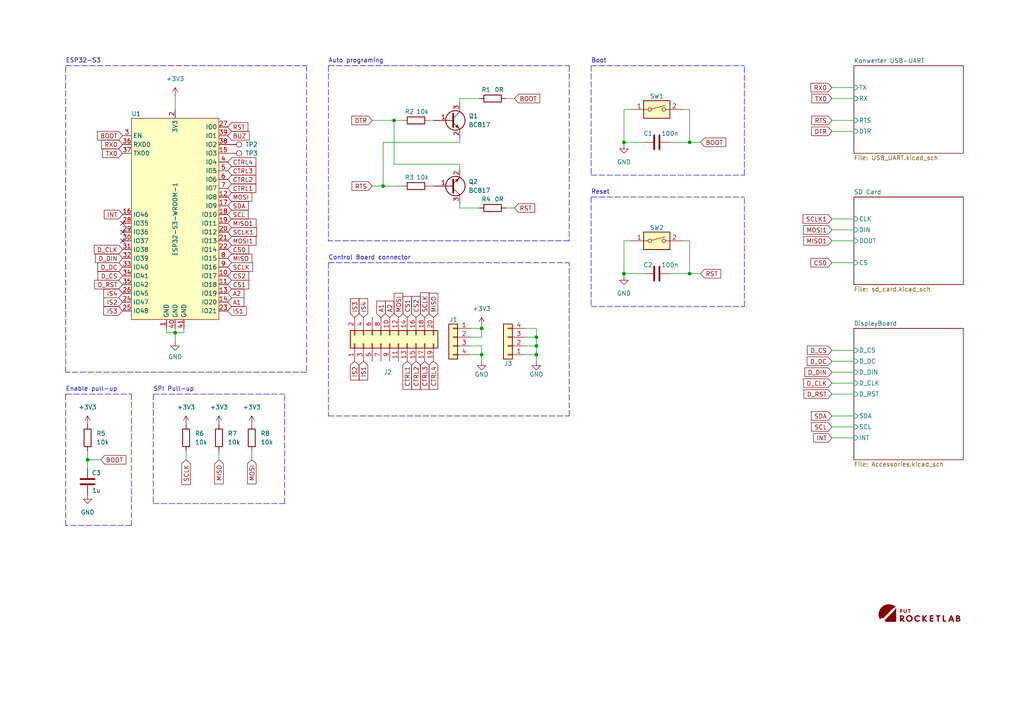
<source format=kicad_sch>
(kicad_sch (version 20211123) (generator eeschema)

  (uuid 97bbf569-8671-4c56-9c61-4fd3a465e67c)

  (paper "A4")

  (title_block
    (title "TermoPLC - Control Board")
    (date "2023-02-22")
    (rev "2")
    (company "PUT RocketLab")
    (comment 1 "Kacper Kaczmarek")
    (comment 2 "Designed by:")
  )

  (lib_symbols
    (symbol "Connector:TestPoint" (pin_numbers hide) (pin_names (offset 0.762) hide) (in_bom yes) (on_board yes)
      (property "Reference" "TP" (id 0) (at 0 6.858 0)
        (effects (font (size 1.27 1.27)))
      )
      (property "Value" "TestPoint" (id 1) (at 0 5.08 0)
        (effects (font (size 1.27 1.27)))
      )
      (property "Footprint" "" (id 2) (at 5.08 0 0)
        (effects (font (size 1.27 1.27)) hide)
      )
      (property "Datasheet" "~" (id 3) (at 5.08 0 0)
        (effects (font (size 1.27 1.27)) hide)
      )
      (property "ki_keywords" "test point tp" (id 4) (at 0 0 0)
        (effects (font (size 1.27 1.27)) hide)
      )
      (property "ki_description" "test point" (id 5) (at 0 0 0)
        (effects (font (size 1.27 1.27)) hide)
      )
      (property "ki_fp_filters" "Pin* Test*" (id 6) (at 0 0 0)
        (effects (font (size 1.27 1.27)) hide)
      )
      (symbol "TestPoint_0_1"
        (circle (center 0 3.302) (radius 0.762)
          (stroke (width 0) (type default) (color 0 0 0 0))
          (fill (type none))
        )
      )
      (symbol "TestPoint_1_1"
        (pin passive line (at 0 0 90) (length 2.54)
          (name "1" (effects (font (size 1.27 1.27))))
          (number "1" (effects (font (size 1.27 1.27))))
        )
      )
    )
    (symbol "Connector_Generic:Conn_01x04" (pin_names (offset 1.016) hide) (in_bom yes) (on_board yes)
      (property "Reference" "J" (id 0) (at 0 5.08 0)
        (effects (font (size 1.27 1.27)))
      )
      (property "Value" "Conn_01x04" (id 1) (at 0 -7.62 0)
        (effects (font (size 1.27 1.27)))
      )
      (property "Footprint" "" (id 2) (at 0 0 0)
        (effects (font (size 1.27 1.27)) hide)
      )
      (property "Datasheet" "~" (id 3) (at 0 0 0)
        (effects (font (size 1.27 1.27)) hide)
      )
      (property "ki_keywords" "connector" (id 4) (at 0 0 0)
        (effects (font (size 1.27 1.27)) hide)
      )
      (property "ki_description" "Generic connector, single row, 01x04, script generated (kicad-library-utils/schlib/autogen/connector/)" (id 5) (at 0 0 0)
        (effects (font (size 1.27 1.27)) hide)
      )
      (property "ki_fp_filters" "Connector*:*_1x??_*" (id 6) (at 0 0 0)
        (effects (font (size 1.27 1.27)) hide)
      )
      (symbol "Conn_01x04_1_1"
        (rectangle (start -1.27 -4.953) (end 0 -5.207)
          (stroke (width 0.1524) (type default) (color 0 0 0 0))
          (fill (type none))
        )
        (rectangle (start -1.27 -2.413) (end 0 -2.667)
          (stroke (width 0.1524) (type default) (color 0 0 0 0))
          (fill (type none))
        )
        (rectangle (start -1.27 0.127) (end 0 -0.127)
          (stroke (width 0.1524) (type default) (color 0 0 0 0))
          (fill (type none))
        )
        (rectangle (start -1.27 2.667) (end 0 2.413)
          (stroke (width 0.1524) (type default) (color 0 0 0 0))
          (fill (type none))
        )
        (rectangle (start -1.27 3.81) (end 1.27 -6.35)
          (stroke (width 0.254) (type default) (color 0 0 0 0))
          (fill (type background))
        )
        (pin passive line (at -5.08 2.54 0) (length 3.81)
          (name "Pin_1" (effects (font (size 1.27 1.27))))
          (number "1" (effects (font (size 1.27 1.27))))
        )
        (pin passive line (at -5.08 0 0) (length 3.81)
          (name "Pin_2" (effects (font (size 1.27 1.27))))
          (number "2" (effects (font (size 1.27 1.27))))
        )
        (pin passive line (at -5.08 -2.54 0) (length 3.81)
          (name "Pin_3" (effects (font (size 1.27 1.27))))
          (number "3" (effects (font (size 1.27 1.27))))
        )
        (pin passive line (at -5.08 -5.08 0) (length 3.81)
          (name "Pin_4" (effects (font (size 1.27 1.27))))
          (number "4" (effects (font (size 1.27 1.27))))
        )
      )
    )
    (symbol "Connector_Generic:Conn_02x10_Odd_Even" (pin_names (offset 1.016) hide) (in_bom yes) (on_board yes)
      (property "Reference" "J" (id 0) (at 1.27 12.7 0)
        (effects (font (size 1.27 1.27)))
      )
      (property "Value" "Conn_02x10_Odd_Even" (id 1) (at 1.27 -15.24 0)
        (effects (font (size 1.27 1.27)))
      )
      (property "Footprint" "" (id 2) (at 0 0 0)
        (effects (font (size 1.27 1.27)) hide)
      )
      (property "Datasheet" "~" (id 3) (at 0 0 0)
        (effects (font (size 1.27 1.27)) hide)
      )
      (property "ki_keywords" "connector" (id 4) (at 0 0 0)
        (effects (font (size 1.27 1.27)) hide)
      )
      (property "ki_description" "Generic connector, double row, 02x10, odd/even pin numbering scheme (row 1 odd numbers, row 2 even numbers), script generated (kicad-library-utils/schlib/autogen/connector/)" (id 5) (at 0 0 0)
        (effects (font (size 1.27 1.27)) hide)
      )
      (property "ki_fp_filters" "Connector*:*_2x??_*" (id 6) (at 0 0 0)
        (effects (font (size 1.27 1.27)) hide)
      )
      (symbol "Conn_02x10_Odd_Even_1_1"
        (rectangle (start -1.27 -12.573) (end 0 -12.827)
          (stroke (width 0.1524) (type default) (color 0 0 0 0))
          (fill (type none))
        )
        (rectangle (start -1.27 -10.033) (end 0 -10.287)
          (stroke (width 0.1524) (type default) (color 0 0 0 0))
          (fill (type none))
        )
        (rectangle (start -1.27 -7.493) (end 0 -7.747)
          (stroke (width 0.1524) (type default) (color 0 0 0 0))
          (fill (type none))
        )
        (rectangle (start -1.27 -4.953) (end 0 -5.207)
          (stroke (width 0.1524) (type default) (color 0 0 0 0))
          (fill (type none))
        )
        (rectangle (start -1.27 -2.413) (end 0 -2.667)
          (stroke (width 0.1524) (type default) (color 0 0 0 0))
          (fill (type none))
        )
        (rectangle (start -1.27 0.127) (end 0 -0.127)
          (stroke (width 0.1524) (type default) (color 0 0 0 0))
          (fill (type none))
        )
        (rectangle (start -1.27 2.667) (end 0 2.413)
          (stroke (width 0.1524) (type default) (color 0 0 0 0))
          (fill (type none))
        )
        (rectangle (start -1.27 5.207) (end 0 4.953)
          (stroke (width 0.1524) (type default) (color 0 0 0 0))
          (fill (type none))
        )
        (rectangle (start -1.27 7.747) (end 0 7.493)
          (stroke (width 0.1524) (type default) (color 0 0 0 0))
          (fill (type none))
        )
        (rectangle (start -1.27 10.287) (end 0 10.033)
          (stroke (width 0.1524) (type default) (color 0 0 0 0))
          (fill (type none))
        )
        (rectangle (start -1.27 11.43) (end 3.81 -13.97)
          (stroke (width 0.254) (type default) (color 0 0 0 0))
          (fill (type background))
        )
        (rectangle (start 3.81 -12.573) (end 2.54 -12.827)
          (stroke (width 0.1524) (type default) (color 0 0 0 0))
          (fill (type none))
        )
        (rectangle (start 3.81 -10.033) (end 2.54 -10.287)
          (stroke (width 0.1524) (type default) (color 0 0 0 0))
          (fill (type none))
        )
        (rectangle (start 3.81 -7.493) (end 2.54 -7.747)
          (stroke (width 0.1524) (type default) (color 0 0 0 0))
          (fill (type none))
        )
        (rectangle (start 3.81 -4.953) (end 2.54 -5.207)
          (stroke (width 0.1524) (type default) (color 0 0 0 0))
          (fill (type none))
        )
        (rectangle (start 3.81 -2.413) (end 2.54 -2.667)
          (stroke (width 0.1524) (type default) (color 0 0 0 0))
          (fill (type none))
        )
        (rectangle (start 3.81 0.127) (end 2.54 -0.127)
          (stroke (width 0.1524) (type default) (color 0 0 0 0))
          (fill (type none))
        )
        (rectangle (start 3.81 2.667) (end 2.54 2.413)
          (stroke (width 0.1524) (type default) (color 0 0 0 0))
          (fill (type none))
        )
        (rectangle (start 3.81 5.207) (end 2.54 4.953)
          (stroke (width 0.1524) (type default) (color 0 0 0 0))
          (fill (type none))
        )
        (rectangle (start 3.81 7.747) (end 2.54 7.493)
          (stroke (width 0.1524) (type default) (color 0 0 0 0))
          (fill (type none))
        )
        (rectangle (start 3.81 10.287) (end 2.54 10.033)
          (stroke (width 0.1524) (type default) (color 0 0 0 0))
          (fill (type none))
        )
        (pin passive line (at -5.08 10.16 0) (length 3.81)
          (name "Pin_1" (effects (font (size 1.27 1.27))))
          (number "1" (effects (font (size 1.27 1.27))))
        )
        (pin passive line (at 7.62 0 180) (length 3.81)
          (name "Pin_10" (effects (font (size 1.27 1.27))))
          (number "10" (effects (font (size 1.27 1.27))))
        )
        (pin passive line (at -5.08 -2.54 0) (length 3.81)
          (name "Pin_11" (effects (font (size 1.27 1.27))))
          (number "11" (effects (font (size 1.27 1.27))))
        )
        (pin passive line (at 7.62 -2.54 180) (length 3.81)
          (name "Pin_12" (effects (font (size 1.27 1.27))))
          (number "12" (effects (font (size 1.27 1.27))))
        )
        (pin passive line (at -5.08 -5.08 0) (length 3.81)
          (name "Pin_13" (effects (font (size 1.27 1.27))))
          (number "13" (effects (font (size 1.27 1.27))))
        )
        (pin passive line (at 7.62 -5.08 180) (length 3.81)
          (name "Pin_14" (effects (font (size 1.27 1.27))))
          (number "14" (effects (font (size 1.27 1.27))))
        )
        (pin passive line (at -5.08 -7.62 0) (length 3.81)
          (name "Pin_15" (effects (font (size 1.27 1.27))))
          (number "15" (effects (font (size 1.27 1.27))))
        )
        (pin passive line (at 7.62 -7.62 180) (length 3.81)
          (name "Pin_16" (effects (font (size 1.27 1.27))))
          (number "16" (effects (font (size 1.27 1.27))))
        )
        (pin passive line (at -5.08 -10.16 0) (length 3.81)
          (name "Pin_17" (effects (font (size 1.27 1.27))))
          (number "17" (effects (font (size 1.27 1.27))))
        )
        (pin passive line (at 7.62 -10.16 180) (length 3.81)
          (name "Pin_18" (effects (font (size 1.27 1.27))))
          (number "18" (effects (font (size 1.27 1.27))))
        )
        (pin passive line (at -5.08 -12.7 0) (length 3.81)
          (name "Pin_19" (effects (font (size 1.27 1.27))))
          (number "19" (effects (font (size 1.27 1.27))))
        )
        (pin passive line (at 7.62 10.16 180) (length 3.81)
          (name "Pin_2" (effects (font (size 1.27 1.27))))
          (number "2" (effects (font (size 1.27 1.27))))
        )
        (pin passive line (at 7.62 -12.7 180) (length 3.81)
          (name "Pin_20" (effects (font (size 1.27 1.27))))
          (number "20" (effects (font (size 1.27 1.27))))
        )
        (pin passive line (at -5.08 7.62 0) (length 3.81)
          (name "Pin_3" (effects (font (size 1.27 1.27))))
          (number "3" (effects (font (size 1.27 1.27))))
        )
        (pin passive line (at 7.62 7.62 180) (length 3.81)
          (name "Pin_4" (effects (font (size 1.27 1.27))))
          (number "4" (effects (font (size 1.27 1.27))))
        )
        (pin passive line (at -5.08 5.08 0) (length 3.81)
          (name "Pin_5" (effects (font (size 1.27 1.27))))
          (number "5" (effects (font (size 1.27 1.27))))
        )
        (pin passive line (at 7.62 5.08 180) (length 3.81)
          (name "Pin_6" (effects (font (size 1.27 1.27))))
          (number "6" (effects (font (size 1.27 1.27))))
        )
        (pin passive line (at -5.08 2.54 0) (length 3.81)
          (name "Pin_7" (effects (font (size 1.27 1.27))))
          (number "7" (effects (font (size 1.27 1.27))))
        )
        (pin passive line (at 7.62 2.54 180) (length 3.81)
          (name "Pin_8" (effects (font (size 1.27 1.27))))
          (number "8" (effects (font (size 1.27 1.27))))
        )
        (pin passive line (at -5.08 0 0) (length 3.81)
          (name "Pin_9" (effects (font (size 1.27 1.27))))
          (number "9" (effects (font (size 1.27 1.27))))
        )
      )
    )
    (symbol "Device:C" (pin_numbers hide) (pin_names (offset 0.254)) (in_bom yes) (on_board yes)
      (property "Reference" "C" (id 0) (at 0.635 2.54 0)
        (effects (font (size 1.27 1.27)) (justify left))
      )
      (property "Value" "C" (id 1) (at 0.635 -2.54 0)
        (effects (font (size 1.27 1.27)) (justify left))
      )
      (property "Footprint" "" (id 2) (at 0.9652 -3.81 0)
        (effects (font (size 1.27 1.27)) hide)
      )
      (property "Datasheet" "~" (id 3) (at 0 0 0)
        (effects (font (size 1.27 1.27)) hide)
      )
      (property "ki_keywords" "cap capacitor" (id 4) (at 0 0 0)
        (effects (font (size 1.27 1.27)) hide)
      )
      (property "ki_description" "Unpolarized capacitor" (id 5) (at 0 0 0)
        (effects (font (size 1.27 1.27)) hide)
      )
      (property "ki_fp_filters" "C_*" (id 6) (at 0 0 0)
        (effects (font (size 1.27 1.27)) hide)
      )
      (symbol "C_0_1"
        (polyline
          (pts
            (xy -2.032 -0.762)
            (xy 2.032 -0.762)
          )
          (stroke (width 0.508) (type default) (color 0 0 0 0))
          (fill (type none))
        )
        (polyline
          (pts
            (xy -2.032 0.762)
            (xy 2.032 0.762)
          )
          (stroke (width 0.508) (type default) (color 0 0 0 0))
          (fill (type none))
        )
      )
      (symbol "C_1_1"
        (pin passive line (at 0 3.81 270) (length 2.794)
          (name "~" (effects (font (size 1.27 1.27))))
          (number "1" (effects (font (size 1.27 1.27))))
        )
        (pin passive line (at 0 -3.81 90) (length 2.794)
          (name "~" (effects (font (size 1.27 1.27))))
          (number "2" (effects (font (size 1.27 1.27))))
        )
      )
    )
    (symbol "Device:R" (pin_numbers hide) (pin_names (offset 0)) (in_bom yes) (on_board yes)
      (property "Reference" "R" (id 0) (at 2.032 0 90)
        (effects (font (size 1.27 1.27)))
      )
      (property "Value" "R" (id 1) (at 0 0 90)
        (effects (font (size 1.27 1.27)))
      )
      (property "Footprint" "" (id 2) (at -1.778 0 90)
        (effects (font (size 1.27 1.27)) hide)
      )
      (property "Datasheet" "~" (id 3) (at 0 0 0)
        (effects (font (size 1.27 1.27)) hide)
      )
      (property "ki_keywords" "R res resistor" (id 4) (at 0 0 0)
        (effects (font (size 1.27 1.27)) hide)
      )
      (property "ki_description" "Resistor" (id 5) (at 0 0 0)
        (effects (font (size 1.27 1.27)) hide)
      )
      (property "ki_fp_filters" "R_*" (id 6) (at 0 0 0)
        (effects (font (size 1.27 1.27)) hide)
      )
      (symbol "R_0_1"
        (rectangle (start -1.016 -2.54) (end 1.016 2.54)
          (stroke (width 0.254) (type default) (color 0 0 0 0))
          (fill (type none))
        )
      )
      (symbol "R_1_1"
        (pin passive line (at 0 3.81 270) (length 1.27)
          (name "~" (effects (font (size 1.27 1.27))))
          (number "1" (effects (font (size 1.27 1.27))))
        )
        (pin passive line (at 0 -3.81 90) (length 1.27)
          (name "~" (effects (font (size 1.27 1.27))))
          (number "2" (effects (font (size 1.27 1.27))))
        )
      )
    )
    (symbol "PUTRocketLab_IC:ESP32-S3-WROOM-1" (in_bom yes) (on_board yes)
      (property "Reference" "U" (id 0) (at -11.43 30.48 0)
        (effects (font (size 1.27 1.27)))
      )
      (property "Value" "ESP32-S3-WROOM-1" (id 1) (at 0 -1.27 90)
        (effects (font (size 1.27 1.27)))
      )
      (property "Footprint" "PUTRocketLab_IC:ESP32-S3-WROOM-1" (id 2) (at 0 -48.26 0)
        (effects (font (size 1.27 1.27)) hide)
      )
      (property "Datasheet" "https://www.espressif.com/sites/default/files/documentation/esp32-s3-wroom-1_wroom-1u_datasheet_en.pdf" (id 3) (at 0 -45.72 0)
        (effects (font (size 1.27 1.27)) hide)
      )
      (property "ki_keywords" "ESP, ESP32, WROOM" (id 4) (at 0 0 0)
        (effects (font (size 1.27 1.27)) hide)
      )
      (symbol "ESP32-S3-WROOM-1_0_1"
        (rectangle (start -12.7 29.21) (end 12.7 -29.21)
          (stroke (width 0) (type default) (color 0 0 0 0))
          (fill (type background))
        )
      )
      (symbol "ESP32-S3-WROOM-1_1_1"
        (pin power_in line (at -2.54 -31.75 90) (length 2.54)
          (name "GND" (effects (font (size 1.27 1.27))))
          (number "1" (effects (font (size 1.27 1.27))))
        )
        (pin bidirectional line (at 15.24 -16.51 180) (length 2.54)
          (name "IO17" (effects (font (size 1.27 1.27))))
          (number "10" (effects (font (size 1.27 1.27))))
        )
        (pin bidirectional line (at 15.24 -19.05 180) (length 2.54)
          (name "IO18" (effects (font (size 1.27 1.27))))
          (number "11" (effects (font (size 1.27 1.27))))
        )
        (pin bidirectional line (at 15.24 6.35 180) (length 2.54)
          (name "IO8" (effects (font (size 1.27 1.27))))
          (number "12" (effects (font (size 1.27 1.27))))
        )
        (pin bidirectional line (at 15.24 -21.59 180) (length 2.54)
          (name "IO19" (effects (font (size 1.27 1.27))))
          (number "13" (effects (font (size 1.27 1.27))))
        )
        (pin bidirectional line (at 15.24 -24.13 180) (length 2.54)
          (name "IO20" (effects (font (size 1.27 1.27))))
          (number "14" (effects (font (size 1.27 1.27))))
        )
        (pin tri_state line (at 15.24 19.05 180) (length 2.54)
          (name "IO3" (effects (font (size 1.27 1.27))))
          (number "15" (effects (font (size 1.27 1.27))))
        )
        (pin tri_state line (at -15.24 1.27 0) (length 2.54)
          (name "IO46" (effects (font (size 1.27 1.27))))
          (number "16" (effects (font (size 1.27 1.27))))
        )
        (pin bidirectional line (at 15.24 3.81 180) (length 2.54)
          (name "IO9" (effects (font (size 1.27 1.27))))
          (number "17" (effects (font (size 1.27 1.27))))
        )
        (pin bidirectional line (at 15.24 1.27 180) (length 2.54)
          (name "IO10" (effects (font (size 1.27 1.27))))
          (number "18" (effects (font (size 1.27 1.27))))
        )
        (pin bidirectional line (at 15.24 -1.27 180) (length 2.54)
          (name "IO11" (effects (font (size 1.27 1.27))))
          (number "19" (effects (font (size 1.27 1.27))))
        )
        (pin power_in line (at 0 31.75 270) (length 2.54)
          (name "3V3" (effects (font (size 1.27 1.27))))
          (number "2" (effects (font (size 1.27 1.27))))
        )
        (pin bidirectional line (at 15.24 -3.81 180) (length 2.54)
          (name "IO12" (effects (font (size 1.27 1.27))))
          (number "20" (effects (font (size 1.27 1.27))))
        )
        (pin bidirectional line (at 15.24 -6.35 180) (length 2.54)
          (name "IO13" (effects (font (size 1.27 1.27))))
          (number "21" (effects (font (size 1.27 1.27))))
        )
        (pin bidirectional line (at 15.24 -8.89 180) (length 2.54)
          (name "IO14" (effects (font (size 1.27 1.27))))
          (number "22" (effects (font (size 1.27 1.27))))
        )
        (pin bidirectional line (at 15.24 -26.67 180) (length 2.54)
          (name "IO21" (effects (font (size 1.27 1.27))))
          (number "23" (effects (font (size 1.27 1.27))))
        )
        (pin bidirectional line (at -15.24 -24.13 0) (length 2.54)
          (name "IO47" (effects (font (size 1.27 1.27))))
          (number "24" (effects (font (size 1.27 1.27))))
        )
        (pin bidirectional line (at -15.24 -26.67 0) (length 2.54)
          (name "IO48" (effects (font (size 1.27 1.27))))
          (number "25" (effects (font (size 1.27 1.27))))
        )
        (pin tri_state line (at -15.24 -21.59 0) (length 2.54)
          (name "IO45" (effects (font (size 1.27 1.27))))
          (number "26" (effects (font (size 1.27 1.27))))
        )
        (pin tri_state line (at 15.24 26.67 180) (length 2.54)
          (name "IO0" (effects (font (size 1.27 1.27))))
          (number "27" (effects (font (size 1.27 1.27))))
        )
        (pin bidirectional line (at -15.24 -1.27 0) (length 2.54)
          (name "IO35" (effects (font (size 1.27 1.27))))
          (number "28" (effects (font (size 1.27 1.27))))
        )
        (pin bidirectional line (at -15.24 -3.81 0) (length 2.54)
          (name "IO36" (effects (font (size 1.27 1.27))))
          (number "29" (effects (font (size 1.27 1.27))))
        )
        (pin input line (at -15.24 24.13 0) (length 2.54)
          (name "EN" (effects (font (size 1.27 1.27))))
          (number "3" (effects (font (size 1.27 1.27))))
        )
        (pin bidirectional line (at -15.24 -6.35 0) (length 2.54)
          (name "IO37" (effects (font (size 1.27 1.27))))
          (number "30" (effects (font (size 1.27 1.27))))
        )
        (pin bidirectional line (at -15.24 -8.89 0) (length 2.54)
          (name "IO38" (effects (font (size 1.27 1.27))))
          (number "31" (effects (font (size 1.27 1.27))))
        )
        (pin bidirectional line (at -15.24 -11.43 0) (length 2.54)
          (name "IO39" (effects (font (size 1.27 1.27))))
          (number "32" (effects (font (size 1.27 1.27))))
        )
        (pin bidirectional line (at -15.24 -13.97 0) (length 2.54)
          (name "IO40" (effects (font (size 1.27 1.27))))
          (number "33" (effects (font (size 1.27 1.27))))
        )
        (pin bidirectional line (at -15.24 -16.51 0) (length 2.54)
          (name "IO41" (effects (font (size 1.27 1.27))))
          (number "34" (effects (font (size 1.27 1.27))))
        )
        (pin bidirectional line (at -15.24 -19.05 0) (length 2.54)
          (name "IO42" (effects (font (size 1.27 1.27))))
          (number "35" (effects (font (size 1.27 1.27))))
        )
        (pin input line (at -15.24 21.59 0) (length 2.54)
          (name "RXD0" (effects (font (size 1.27 1.27))))
          (number "36" (effects (font (size 1.27 1.27))))
        )
        (pin output line (at -15.24 19.05 0) (length 2.54)
          (name "TXD0" (effects (font (size 1.27 1.27))))
          (number "37" (effects (font (size 1.27 1.27))))
        )
        (pin bidirectional line (at 15.24 21.59 180) (length 2.54)
          (name "IO2" (effects (font (size 1.27 1.27))))
          (number "38" (effects (font (size 1.27 1.27))))
        )
        (pin bidirectional line (at 15.24 24.13 180) (length 2.54)
          (name "IO1" (effects (font (size 1.27 1.27))))
          (number "39" (effects (font (size 1.27 1.27))))
        )
        (pin bidirectional line (at 15.24 16.51 180) (length 2.54)
          (name "IO4" (effects (font (size 1.27 1.27))))
          (number "4" (effects (font (size 1.27 1.27))))
        )
        (pin power_in line (at 0 -31.75 90) (length 2.54)
          (name "GND" (effects (font (size 1.27 1.27))))
          (number "40" (effects (font (size 1.27 1.27))))
        )
        (pin power_in line (at 2.54 -31.75 90) (length 2.54)
          (name "GND" (effects (font (size 1.27 1.27))))
          (number "41" (effects (font (size 1.27 1.27))))
        )
        (pin bidirectional line (at 15.24 13.97 180) (length 2.54)
          (name "IO5" (effects (font (size 1.27 1.27))))
          (number "5" (effects (font (size 1.27 1.27))))
        )
        (pin bidirectional line (at 15.24 11.43 180) (length 2.54)
          (name "IO6" (effects (font (size 1.27 1.27))))
          (number "6" (effects (font (size 1.27 1.27))))
        )
        (pin bidirectional line (at 15.24 8.89 180) (length 2.54)
          (name "IO7" (effects (font (size 1.27 1.27))))
          (number "7" (effects (font (size 1.27 1.27))))
        )
        (pin bidirectional line (at 15.24 -11.43 180) (length 2.54)
          (name "IO15" (effects (font (size 1.27 1.27))))
          (number "8" (effects (font (size 1.27 1.27))))
        )
        (pin bidirectional line (at 15.24 -13.97 180) (length 2.54)
          (name "IO16" (effects (font (size 1.27 1.27))))
          (number "9" (effects (font (size 1.27 1.27))))
        )
      )
    )
    (symbol "PUTRocketLab_graphics:PutRocketLab_logo_large" (pin_names (offset 1.016)) (in_bom yes) (on_board yes)
      (property "Reference" "G" (id 0) (at 0 1.8636 0)
        (effects (font (size 1.27 1.27)) hide)
      )
      (property "Value" "PutRocketLab_logo_large" (id 1) (at 0 -4.445 0)
        (effects (font (size 1.27 1.27)) hide)
      )
      (property "Footprint" "PutRocketLab_graphics:PutRocketlab_logo_2_h4mm" (id 2) (at 0 0 0)
        (effects (font (size 1.27 1.27)) hide)
      )
      (property "Datasheet" "" (id 3) (at 0 0 0)
        (effects (font (size 1.27 1.27)) hide)
      )
      (property "ki_fp_filters" "PutRocketlab_logo_2" (id 4) (at 0 0 0)
        (effects (font (size 1.27 1.27)) hide)
      )
      (symbol "PutRocketLab_logo_large_0_0"
        (polyline
          (pts
            (xy 7.6791 -2.1877)
            (xy 7.085 -2.1877)
            (xy 7.085 -0.6968)
            (xy 6.7866 -0.6982)
            (xy 6.7852 -2.4736)
            (xy 7.6791 -2.4736)
            (xy 7.6791 -2.1877)
          )
          (stroke (width 0.01) (type default) (color 0 0 0 0))
          (fill (type outline))
        )
        (polyline
          (pts
            (xy 5.5331 -0.9856)
            (xy 5.9523 -0.9856)
            (xy 5.9523 -0.6968)
            (xy 4.8085 -0.6968)
            (xy 4.8085 -0.9856)
            (xy 5.2305 -0.9856)
            (xy 5.2305 -2.4736)
            (xy 5.5331 -2.4736)
            (xy 5.5331 -0.9856)
          )
          (stroke (width 0.01) (type default) (color 0 0 0 0))
          (fill (type outline))
        )
        (polyline
          (pts
            (xy -2.9123 0.9634)
            (xy -2.6458 0.9634)
            (xy -2.6458 1.0911)
            (xy -2.9796 1.0904)
            (xy -3.3135 1.0897)
            (xy -3.3142 1.0265)
            (xy -3.315 0.9634)
            (xy -3.0483 0.9634)
            (xy -3.0483 0.025)
            (xy -2.9123 0.025)
            (xy -2.9123 0.9634)
          )
          (stroke (width 0.01) (type default) (color 0 0 0 0))
          (fill (type outline))
        )
        (polyline
          (pts
            (xy 3.9784 -2.1877)
            (xy 3.3176 -2.1877)
            (xy 3.3176 -1.7213)
            (xy 3.9784 -1.7213)
            (xy 3.9784 -1.4353)
            (xy 3.3176 -1.4353)
            (xy 3.3176 -0.9856)
            (xy 3.9784 -0.9856)
            (xy 3.977 -0.6982)
            (xy 3.0178 -0.6968)
            (xy 3.0178 -2.4736)
            (xy 3.9784 -2.4736)
            (xy 3.9784 -2.1877)
          )
          (stroke (width 0.01) (type default) (color 0 0 0 0))
          (fill (type outline))
        )
        (polyline
          (pts
            (xy -6.8185 1.4032)
            (xy -6.8496 1.3533)
            (xy -6.9068 1.2639)
            (xy -6.9731 1.1651)
            (xy -7.0431 1.0652)
            (xy -7.1163 0.9649)
            (xy -7.1921 0.8652)
            (xy -7.2698 0.7667)
            (xy -7.3489 0.6703)
            (xy -7.4287 0.5767)
            (xy -7.5088 0.4868)
            (xy -7.5149 0.4801)
            (xy -7.5222 0.4721)
            (xy -7.5299 0.4638)
            (xy -7.538 0.4551)
            (xy -7.5467 0.4458)
            (xy -7.5561 0.4359)
            (xy -7.5663 0.4252)
            (xy -7.5773 0.4138)
            (xy -7.5892 0.4014)
            (xy -7.6022 0.388)
            (xy -7.6163 0.3734)
            (xy -7.6317 0.3577)
            (xy -7.6484 0.3406)
            (xy -7.6665 0.3222)
            (xy -7.6862 0.3022)
            (xy -7.7074 0.2806)
            (xy -7.7304 0.2574)
            (xy -7.7553 0.2323)
            (xy -7.782 0.2054)
            (xy -7.8107 0.1764)
            (xy -7.8415 0.1454)
            (xy -7.8746 0.1122)
            (xy -7.9099 0.0767)
            (xy -7.9476 0.0389)
            (xy -7.9878 -0.0015)
            (xy -8.0306 -0.0444)
            (xy -8.0761 -0.0899)
            (xy -8.1243 -0.1382)
            (xy -8.1754 -0.1894)
            (xy -8.2295 -0.2436)
            (xy -8.2866 -0.3008)
            (xy -8.4774 -0.4916)
            (xy -8.5477 -0.562)
            (xy -8.6217 -0.6359)
            (xy -8.6992 -0.7135)
            (xy -8.7805 -0.7947)
            (xy -8.8656 -0.8798)
            (xy -10.0829 -2.097)
            (xy -9.8807 -2.5014)
            (xy -6.8185 -2.5014)
            (xy -6.8185 1.4032)
          )
          (stroke (width 0.01) (type default) (color 0 0 0 0))
          (fill (type outline))
        )
        (polyline
          (pts
            (xy -5.5685 0.0256)
            (xy -5.5012 0.0264)
            (xy -5.5005 0.2073)
            (xy -5.4997 0.3882)
            (xy -5.3922 0.3895)
            (xy -5.3664 0.3898)
            (xy -5.3416 0.3902)
            (xy -5.3209 0.3907)
            (xy -5.3038 0.3913)
            (xy -5.2894 0.3923)
            (xy -5.277 0.3935)
            (xy -5.266 0.3952)
            (xy -5.2556 0.3973)
            (xy -5.2451 0.4)
            (xy -5.2337 0.4033)
            (xy -5.2208 0.4073)
            (xy -5.186 0.4205)
            (xy -5.149 0.4399)
            (xy -5.1148 0.4637)
            (xy -5.0837 0.4914)
            (xy -5.0561 0.5227)
            (xy -5.0323 0.5573)
            (xy -5.0128 0.5946)
            (xy -4.9977 0.6343)
            (xy -4.9875 0.676)
            (xy -4.9862 0.6847)
            (xy -4.984 0.707)
            (xy -4.9831 0.7317)
            (xy -4.9834 0.7569)
            (xy -4.9848 0.7806)
            (xy -4.9875 0.801)
            (xy -4.9969 0.8402)
            (xy -5.0118 0.8805)
            (xy -5.0311 0.9184)
            (xy -5.0547 0.9534)
            (xy -5.0822 0.9852)
            (xy -5.1133 1.0134)
            (xy -5.1475 1.0377)
            (xy -5.1847 1.0576)
            (xy -5.2245 1.0728)
            (xy -5.2247 1.0729)
            (xy -5.235 1.0761)
            (xy -5.2443 1.0788)
            (xy -5.2532 1.0811)
            (xy -5.2621 1.0831)
            (xy -5.2716 1.0847)
            (xy -5.2822 1.086)
            (xy -5.2943 1.0871)
            (xy -5.3084 1.0879)
            (xy -5.3251 1.0886)
            (xy -5.3449 1.0891)
            (xy -5.3682 1.0895)
            (xy -5.3955 1.0898)
            (xy -5.4274 1.09)
            (xy -5.4644 1.0903)
            (xy -5.6358 1.0915)
            (xy -5.6358 0.9717)
            (xy -5.4998 0.9717)
            (xy -5.4081 0.9717)
            (xy -5.3764 0.9714)
            (xy -5.3493 0.9707)
            (xy -5.3261 0.9693)
            (xy -5.306 0.9672)
            (xy -5.2882 0.9643)
            (xy -5.272 0.9604)
            (xy -5.2565 0.9554)
            (xy -5.2411 0.9492)
            (xy -5.2249 0.9417)
            (xy -5.2178 0.9377)
            (xy -5.2022 0.927)
            (xy -5.1861 0.9134)
            (xy -5.1707 0.8983)
            (xy -5.1575 0.883)
            (xy -5.1478 0.8689)
            (xy -5.1367 0.8456)
            (xy -5.1269 0.815)
            (xy -5.1205 0.7821)
            (xy -5.1176 0.7478)
            (xy -5.1183 0.7134)
            (xy -5.1226 0.6799)
            (xy -5.1308 0.6484)
            (xy -5.138 0.629)
            (xy -5.1474 0.6097)
            (xy -5.1586 0.5926)
            (xy -5.1729 0.5758)
            (xy -5.1819 0.5668)
            (xy -5.2046 0.5485)
            (xy -5.2303 0.5339)
            (xy -5.2596 0.5225)
            (xy -5.2932 0.5141)
            (xy -5.2961 0.5135)
            (xy -5.3078 0.5114)
            (xy -5.3195 0.5098)
            (xy -5.332 0.5086)
            (xy -5.346 0.5078)
            (xy -5.3625 0.5073)
            (xy -5.382 0.5071)
            (xy -5.4056 0.5071)
            (xy -5.4338 0.5074)
            (xy -5.4998 0.5082)
            (xy -5.4998 0.9717)
            (xy -5.6358 0.9717)
            (xy -5.6358 0.0249)
            (xy -5.5685 0.0256)
          )
          (stroke (width 0.01) (type default) (color 0 0 0 0))
          (fill (type outline))
        )
        (polyline
          (pts
            (xy 1.1591 -1.7796)
            (xy 1.7643 -2.4732)
            (xy 1.976 -2.4734)
            (xy 2.076 -2.4734)
            (xy 2.1031 -2.4733)
            (xy 2.1271 -2.4732)
            (xy 2.1478 -2.4731)
            (xy 2.1646 -2.4729)
            (xy 2.1771 -2.4727)
            (xy 2.185 -2.4725)
            (xy 2.1877 -2.4723)
            (xy 2.1876 -2.4723)
            (xy 2.1852 -2.4694)
            (xy 2.1792 -2.4626)
            (xy 2.1699 -2.4521)
            (xy 2.1574 -2.4381)
            (xy 2.1419 -2.4207)
            (xy 2.1235 -2.4002)
            (xy 2.1025 -2.3767)
            (xy 2.079 -2.3504)
            (xy 2.0531 -2.3215)
            (xy 2.0251 -2.2902)
            (xy 1.995 -2.2567)
            (xy 1.9632 -2.2212)
            (xy 1.9296 -2.1838)
            (xy 1.8946 -2.1448)
            (xy 1.8582 -2.1042)
            (xy 1.8207 -2.0625)
            (xy 1.7822 -2.0196)
            (xy 1.7782 -2.015)
            (xy 1.7323 -1.9639)
            (xy 1.69 -1.9168)
            (xy 1.6511 -1.8734)
            (xy 1.6155 -1.8337)
            (xy 1.583 -1.7975)
            (xy 1.5536 -1.7646)
            (xy 1.5271 -1.7349)
            (xy 1.5032 -1.7082)
            (xy 1.482 -1.6844)
            (xy 1.4633 -1.6632)
            (xy 1.4469 -1.6447)
            (xy 1.4326 -1.6285)
            (xy 1.4205 -1.6145)
            (xy 1.4102 -1.6026)
            (xy 1.4017 -1.5927)
            (xy 1.3948 -1.5845)
            (xy 1.3895 -1.5779)
            (xy 1.3855 -1.5727)
            (xy 1.3827 -1.5689)
            (xy 1.381 -1.5662)
            (xy 1.3803 -1.5645)
            (xy 1.3804 -1.5636)
            (xy 1.3817 -1.562)
            (xy 1.3867 -1.5565)
            (xy 1.3952 -1.5473)
            (xy 1.4069 -1.5345)
            (xy 1.4217 -1.5183)
            (xy 1.4394 -1.499)
            (xy 1.4598 -1.4767)
            (xy 1.4829 -1.4516)
            (xy 1.5083 -1.4239)
            (xy 1.5359 -1.3938)
            (xy 1.5655 -1.3615)
            (xy 1.597 -1.3271)
            (xy 1.6302 -1.291)
            (xy 1.6649 -1.2532)
            (xy 1.7009 -1.2139)
            (xy 1.7381 -1.1735)
            (xy 1.7763 -1.1319)
            (xy 1.8062 -1.0994)
            (xy 1.8435 -1.0586)
            (xy 1.8798 -1.0191)
            (xy 1.9147 -0.981)
            (xy 1.9481 -0.9445)
            (xy 1.9799 -0.9098)
            (xy 2.0099 -0.8771)
            (xy 2.0378 -0.8465)
            (xy 2.0636 -0.8183)
            (xy 2.087 -0.7927)
            (xy 2.1079 -0.7698)
            (xy 2.126 -0.7498)
            (xy 2.1413 -0.733)
            (xy 2.1535 -0.7195)
            (xy 2.1625 -0.7095)
            (xy 2.1681 -0.7032)
            (xy 2.1701 -0.7008)
            (xy 2.1701 -0.7006)
            (xy 2.1695 -0.6998)
            (xy 2.1672 -0.6992)
            (xy 2.163 -0.6986)
            (xy 2.1564 -0.6982)
            (xy 2.1472 -0.6978)
            (xy 2.1349 -0.6975)
            (xy 2.1192 -0.6973)
            (xy 2.0998 -0.6971)
            (xy 2.0762 -0.697)
            (xy 2.0482 -0.6969)
            (xy 2.0154 -0.6968)
            (xy 1.783 -0.6968)
            (xy 1.471 -1.047)
            (xy 1.1591 -1.3971)
            (xy 1.1577 -1.0477)
            (xy 1.1563 -0.6982)
            (xy 0.8551 -0.6968)
            (xy 0.8551 -2.4736)
            (xy 1.1577 -2.4736)
            (xy 1.1591 -1.7796)
          )
          (stroke (width 0.01) (type default) (color 0 0 0 0))
          (fill (type outline))
        )
        (polyline
          (pts
            (xy -5.3318 -1.8242)
            (xy -5.0229 -2.1489)
            (xy -4.7139 -2.4736)
            (xy -4.2908 -2.4736)
            (xy -4.3175 -2.4466)
            (xy -4.3189 -2.4451)
            (xy -4.3386 -2.4251)
            (xy -4.3606 -2.4027)
            (xy -4.3846 -2.3782)
            (xy -4.4104 -2.3519)
            (xy -4.4377 -2.3239)
            (xy -4.4664 -2.2946)
            (xy -4.4961 -2.2641)
            (xy -4.5267 -2.2328)
            (xy -4.5579 -2.2008)
            (xy -4.5895 -2.1684)
            (xy -4.6212 -2.1358)
            (xy -4.6528 -2.1033)
            (xy -4.6841 -2.0712)
            (xy -4.7148 -2.0396)
            (xy -4.7447 -2.0088)
            (xy -4.7735 -1.9791)
            (xy -4.8011 -1.9507)
            (xy -4.8272 -1.9238)
            (xy -4.8515 -1.8987)
            (xy -4.8738 -1.8757)
            (xy -4.8939 -1.8549)
            (xy -4.9115 -1.8366)
            (xy -4.9265 -1.8211)
            (xy -4.9385 -1.8085)
            (xy -4.9473 -1.7993)
            (xy -4.9527 -1.7935)
            (xy -4.9545 -1.7914)
            (xy -4.9535 -1.7909)
            (xy -4.9481 -1.7892)
            (xy -4.9387 -1.7865)
            (xy -4.9263 -1.7832)
            (xy -4.912 -1.7794)
            (xy -4.8649 -1.7654)
            (xy -4.8125 -1.7449)
            (xy -4.7635 -1.7202)
            (xy -4.7179 -1.6914)
            (xy -4.6759 -1.6586)
            (xy -4.6378 -1.6221)
            (xy -4.6036 -1.5818)
            (xy -4.5735 -1.5381)
            (xy -4.5478 -1.4908)
            (xy -4.54 -1.4741)
            (xy -4.5264 -1.4406)
            (xy -4.5157 -1.4076)
            (xy -4.5073 -1.3727)
            (xy -4.5042 -1.3568)
            (xy -4.4973 -1.3041)
            (xy -4.4951 -1.2509)
            (xy -4.4974 -1.1978)
            (xy -4.5042 -1.1456)
            (xy -4.5155 -1.0949)
            (xy -4.5311 -1.0465)
            (xy -4.5509 -1.0011)
            (xy -4.5724 -0.9623)
            (xy -4.6023 -0.9187)
            (xy -4.6362 -0.8787)
            (xy -4.6741 -0.8424)
            (xy -4.7159 -0.81)
            (xy -4.7614 -0.7814)
            (xy -4.8104 -0.7569)
            (xy -4.863 -0.7364)
            (xy -4.9188 -0.7201)
            (xy -4.9778 -0.708)
            (xy -4.988 -0.7064)
            (xy -5.0002 -0.7048)
            (xy -5.0133 -0.7034)
            (xy -5.0278 -0.7022)
            (xy -5.044 -0.7011)
            (xy -5.0622 -0.7002)
            (xy -5.0829 -0.6994)
            (xy -5.1063 -0.6987)
            (xy -5.1329 -0.6982)
            (xy -5.1629 -0.6977)
            (xy -5.1967 -0.6974)
            (xy -5.2346 -0.6972)
            (xy -5.2771 -0.697)
            (xy -5.3244 -0.6969)
            (xy -5.3769 -0.6969)
            (xy -5.6358 -0.6968)
            (xy -5.6358 -1.5386)
            (xy -5.3332 -1.5386)
            (xy -5.3332 -0.9745)
            (xy -5.1792 -0.9745)
            (xy -5.149 -0.9746)
            (xy -5.1235 -0.9748)
            (xy -5.1022 -0.9751)
            (xy -5.0846 -0.9755)
            (xy -5.0701 -0.976)
            (xy -5.0583 -0.9767)
            (xy -5.0486 -0.9776)
            (xy -5.0404 -0.9787)
            (xy -5.0281 -0.9807)
            (xy -4.9883 -0.9899)
            (xy -4.9524 -1.0028)
            (xy -4.92 -1.0196)
            (xy -4.8905 -1.0404)
            (xy -4.8637 -1.0655)
            (xy -4.8512 -1.0798)
            (xy -4.8317 -1.1085)
            (xy -4.8166 -1.1401)
            (xy -4.8059 -1.1748)
            (xy -4.7995 -1.2128)
            (xy -4.7974 -1.2543)
            (xy -4.7988 -1.2896)
            (xy -4.8037 -1.3248)
            (xy -4.8123 -1.3566)
            (xy -4.8247 -1.3856)
            (xy -4.8413 -1.4123)
            (xy -4.8622 -1.4373)
            (xy -4.8789 -1.4533)
            (xy -4.9041 -1.4724)
            (xy -4.9327 -1.489)
            (xy -4.9651 -1.5032)
            (xy -5.0017 -1.5151)
            (xy -5.0429 -1.5249)
            (xy -5.0889 -1.5328)
            (xy -5.0901 -1.533)
            (xy -5.0986 -1.5337)
            (xy -5.1118 -1.5344)
            (xy -5.1288 -1.5351)
            (xy -5.1491 -1.5357)
            (xy -5.1718 -1.5363)
            (xy -5.1961 -1.5368)
            (xy -5.2215 -1.5372)
            (xy -5.3332 -1.5386)
            (xy -5.6358 -1.5386)
            (xy -5.6358 -2.4736)
            (xy -5.3332 -2.4736)
            (xy -5.3318 -1.8242)
          )
          (stroke (width 0.01) (type default) (color 0 0 0 0))
          (fill (type outline))
        )
        (polyline
          (pts
            (xy -4.1119 0.0094)
            (xy -4.0882 0.0112)
            (xy -4.0579 0.0157)
            (xy -4.0109 0.0266)
            (xy -3.9665 0.0421)
            (xy -3.925 0.0619)
            (xy -3.8867 0.0857)
            (xy -3.8519 0.1134)
            (xy -3.8206 0.1447)
            (xy -3.7933 0.1794)
            (xy -3.77 0.2174)
            (xy -3.7511 0.2582)
            (xy -3.7368 0.3019)
            (xy -3.7273 0.3481)
            (xy -3.7269 0.3507)
            (xy -3.7263 0.3561)
            (xy -3.7258 0.3625)
            (xy -3.7253 0.3704)
            (xy -3.7249 0.3799)
            (xy -3.7245 0.3914)
            (xy -3.7242 0.4052)
            (xy -3.7239 0.4216)
            (xy -3.7237 0.4408)
            (xy -3.7235 0.4632)
            (xy -3.7233 0.4891)
            (xy -3.7232 0.5188)
            (xy -3.7231 0.5525)
            (xy -3.7231 0.5906)
            (xy -3.723 0.6334)
            (xy -3.723 1.0912)
            (xy -3.7903 1.0904)
            (xy -3.8576 1.0897)
            (xy -3.8591 0.7385)
            (xy -3.8591 0.7321)
            (xy -3.8594 0.6814)
            (xy -3.8596 0.6358)
            (xy -3.8598 0.5952)
            (xy -3.8599 0.5591)
            (xy -3.8601 0.5274)
            (xy -3.8603 0.4996)
            (xy -3.8606 0.4755)
            (xy -3.8608 0.4548)
            (xy -3.8611 0.4371)
            (xy -3.8614 0.4223)
            (xy -3.8617 0.4098)
            (xy -3.8621 0.3996)
            (xy -3.8625 0.3912)
            (xy -3.863 0.3843)
            (xy -3.8635 0.3786)
            (xy -3.8641 0.3739)
            (xy -3.8648 0.3698)
            (xy -3.8656 0.3661)
            (xy -3.8665 0.3623)
            (xy -3.872 0.341)
            (xy -3.886 0.3013)
            (xy -3.9037 0.2656)
            (xy -3.9249 0.2339)
            (xy -3.9496 0.2065)
            (xy -3.9776 0.1833)
            (xy -4.0089 0.1645)
            (xy -4.0434 0.1501)
            (xy -4.081 0.1404)
            (xy -4.0906 0.1389)
            (xy -4.1126 0.1368)
            (xy -4.1369 0.1361)
            (xy -4.1617 0.1366)
            (xy -4.1849 0.1383)
            (xy -4.2047 0.1413)
            (xy -4.2216 0.1453)
            (xy -4.2576 0.1578)
            (xy -4.2905 0.1748)
            (xy -4.3202 0.1963)
            (xy -4.3465 0.2221)
            (xy -4.3693 0.2522)
            (xy -4.3777 0.2657)
            (xy -4.3893 0.2876)
            (xy -4.3992 0.311)
            (xy -4.408 0.3374)
            (xy -4.4162 0.3679)
            (xy -4.4166 0.3694)
            (xy -4.4172 0.3729)
            (xy -4.4178 0.3772)
            (xy -4.4184 0.3826)
            (xy -4.4189 0.3894)
            (xy -4.4193 0.3978)
            (xy -4.4197 0.4082)
            (xy -4.4201 0.4209)
            (xy -4.4204 0.4362)
            (xy -4.4207 0.4543)
            (xy -4.4209 0.4756)
            (xy -4.4212 0.5004)
            (xy -4.4214 0.5289)
            (xy -4.4216 0.5615)
            (xy -4.4218 0.5985)
            (xy -4.422 0.6401)
            (xy -4.4222 0.6867)
            (xy -4.4225 0.7385)
            (xy -4.424 1.0897)
            (xy -4.5572 1.0897)
            (xy -4.558 0.7552)
            (xy -4.5581 0.7162)
            (xy -4.5582 0.6654)
            (xy -4.5582 0.542)
            (xy -4.558 0.5094)
            (xy -4.5578 0.4807)
            (xy -4.5575 0.4554)
            (xy -4.5571 0.4333)
            (xy -4.5567 0.4141)
            (xy -4.5561 0.3974)
            (xy -4.5554 0.3829)
            (xy -4.5546 0.3704)
            (xy -4.5537 0.3595)
            (xy -4.5527 0.3499)
            (xy -4.5515 0.3413)
            (xy -4.5502 0.3334)
            (xy -4.5488 0.3258)
            (xy -4.5446 0.3079)
            (xy -4.5306 0.2637)
            (xy -4.5115 0.2209)
            (xy -4.4879 0.1805)
            (xy -4.48 0.1696)
            (xy -4.4669 0.154)
            (xy -4.4513 0.1373)
            (xy -4.4344 0.1204)
            (xy -4.4172 0.1045)
            (xy -4.4009 0.0907)
            (xy -4.3865 0.0801)
            (xy -4.3453 0.056)
            (xy -4.301 0.0364)
            (xy -4.2547 0.0219)
            (xy -4.2064 0.0126)
            (xy -4.1922 0.011)
            (xy -4.1663 0.0093)
            (xy -4.1387 0.0088)
            (xy -4.1119 0.0094)
          )
          (stroke (width 0.01) (type default) (color 0 0 0 0))
          (fill (type outline))
        )
        (polyline
          (pts
            (xy -11.247 -1.5594)
            (xy -11.012 -1.3247)
            (xy -10.8096 -1.426)
            (xy -10.6072 -1.5274)
            (xy -9.3799 -0.3005)
            (xy -9.316 -0.2367)
            (xy -9.2471 -0.1679)
            (xy -9.1791 -0.1)
            (xy -9.0464 0.0327)
            (xy -8.9818 0.0971)
            (xy -8.9186 0.1602)
            (xy -8.8569 0.2218)
            (xy -8.7968 0.2818)
            (xy -8.7384 0.3401)
            (xy -8.6818 0.3965)
            (xy -8.6271 0.451)
            (xy -8.5745 0.5035)
            (xy -8.524 0.5538)
            (xy -8.4757 0.6019)
            (xy -8.4299 0.6476)
            (xy -8.3865 0.6908)
            (xy -8.3457 0.7314)
            (xy -8.3076 0.7693)
            (xy -8.2723 0.8043)
            (xy -8.24 0.8365)
            (xy -8.2106 0.8656)
            (xy -8.1845 0.8915)
            (xy -8.1616 0.9142)
            (xy -8.142 0.9335)
            (xy -8.1259 0.9494)
            (xy -8.1135 0.9616)
            (xy -8.1047 0.9701)
            (xy -8.0998 0.9748)
            (xy -7.9867 1.0766)
            (xy -7.8525 1.192)
            (xy -7.7174 1.302)
            (xy -7.5813 1.4069)
            (xy -7.444 1.5067)
            (xy -7.3053 1.6017)
            (xy -7.1651 1.6919)
            (xy -7.0231 1.7775)
            (xy -6.9875 1.7982)
            (xy -7.005 1.8134)
            (xy -7.019 1.8253)
            (xy -7.0392 1.8419)
            (xy -7.0624 1.8604)
            (xy -7.0876 1.8801)
            (xy -7.114 1.9003)
            (xy -7.1406 1.9203)
            (xy -7.208 1.9691)
            (xy -7.3133 2.0395)
            (xy -7.4213 2.1052)
            (xy -7.5319 2.1661)
            (xy -7.6449 2.2221)
            (xy -7.7602 2.2731)
            (xy -7.8775 2.3191)
            (xy -7.9967 2.3601)
            (xy -8.1175 2.3958)
            (xy -8.24 2.4264)
            (xy -8.3638 2.4516)
            (xy -8.4887 2.4715)
            (xy -8.6147 2.486)
            (xy -8.62 2.4865)
            (xy -8.6483 2.489)
            (xy -8.6737 2.4911)
            (xy -8.6973 2.4928)
            (xy -8.72 2.4942)
            (xy -8.7426 2.4952)
            (xy -8.7662 2.496)
            (xy -8.7916 2.4966)
            (xy -8.8198 2.4969)
            (xy -8.8517 2.4971)
            (xy -8.8882 2.4972)
            (xy -8.8914 2.4972)
            (xy -8.928 2.4971)
            (xy -8.9601 2.497)
            (xy -8.9885 2.4966)
            (xy -9.0143 2.496)
            (xy -9.0383 2.4952)
            (xy -9.0615 2.4941)
            (xy -9.0848 2.4926)
            (xy -9.1091 2.4908)
            (xy -9.1353 2.4886)
            (xy -9.1644 2.486)
            (xy -9.2364 2.4784)
            (xy -9.3624 2.4607)
            (xy -9.487 2.4377)
            (xy -9.6103 2.4094)
            (xy -9.732 2.3758)
            (xy -9.8521 2.337)
            (xy -9.9703 2.293)
            (xy -10.0866 2.244)
            (xy -10.2007 2.1899)
            (xy -10.3126 2.1309)
            (xy -10.422 2.0669)
            (xy -10.5289 1.998)
            (xy -10.6331 1.9244)
            (xy -10.641 1.9185)
            (xy -10.7396 1.8416)
            (xy -10.835 1.7603)
            (xy -10.927 1.6748)
            (xy -11.0154 1.5853)
            (xy -11.1 1.4922)
            (xy -11.1806 1.3956)
            (xy -11.257 1.2957)
            (xy -11.3289 1.1929)
            (xy -11.3962 1.0874)
            (xy -11.4586 0.9794)
            (xy -11.4647 0.9682)
            (xy -11.5225 0.8559)
            (xy -11.5753 0.7416)
            (xy -11.6229 0.6253)
            (xy -11.6654 0.5075)
            (xy -11.7028 0.3881)
            (xy -11.7349 0.2675)
            (xy -11.7619 0.1457)
            (xy -11.7837 0.023)
            (xy -11.8003 -0.1005)
            (xy -11.8116 -0.2246)
            (xy -11.8177 -0.349)
            (xy -11.8185 -0.4737)
            (xy -11.814 -0.5983)
            (xy -11.8042 -0.7229)
            (xy -11.7891 -0.8471)
            (xy -11.7686 -0.9707)
            (xy -11.7428 -1.0937)
            (xy -11.7116 -1.2157)
            (xy -11.675 -1.3368)
            (xy -11.6671 -1.3605)
            (xy -11.6368 -1.4464)
            (xy -11.6039 -1.5315)
            (xy -11.569 -1.6144)
            (xy -11.5325 -1.6942)
            (xy -11.4948 -1.7695)
            (xy -11.482 -1.7942)
            (xy -11.247 -1.5594)
          )
          (stroke (width 0.01) (type default) (color 0 0 0 0))
          (fill (type outline))
        )
        (polyline
          (pts
            (xy 8.4859 -2.4731)
            (xy 8.5203 -2.473)
            (xy 8.6847 -2.4722)
            (xy 8.8361 -2.0836)
            (xy 9.5649 -2.0836)
            (xy 9.7163 -2.4722)
            (xy 9.8807 -2.473)
            (xy 9.9023 -2.4731)
            (xy 9.9335 -2.4732)
            (xy 9.9993 -2.4732)
            (xy 10.0133 -2.473)
            (xy 10.0241 -2.4728)
            (xy 10.0321 -2.4724)
            (xy 10.0376 -2.472)
            (xy 10.0412 -2.4714)
            (xy 10.0431 -2.4707)
            (xy 10.0438 -2.4698)
            (xy 10.0437 -2.4688)
            (xy 10.0434 -2.4679)
            (xy 10.0412 -2.4624)
            (xy 10.037 -2.4521)
            (xy 10.0309 -2.437)
            (xy 10.023 -2.4175)
            (xy 10.0134 -2.3937)
            (xy 10.002 -2.3658)
            (xy 9.9891 -2.3339)
            (xy 9.9746 -2.2984)
            (xy 9.9587 -2.2592)
            (xy 9.9414 -2.2167)
            (xy 9.9229 -2.1711)
            (xy 9.9031 -2.1224)
            (xy 9.8821 -2.071)
            (xy 9.8601 -2.0169)
            (xy 9.8372 -1.9604)
            (xy 9.8133 -1.9017)
            (xy 9.7885 -1.8409)
            (xy 9.763 -1.7783)
            (xy 9.7368 -1.714)
            (xy 9.71 -1.6482)
            (xy 9.6827 -1.5811)
            (xy 9.323 -0.6982)
            (xy 9.2008 -0.6975)
            (xy 9.1884 -0.6974)
            (xy 9.1613 -0.6973)
            (xy 9.139 -0.6972)
            (xy 9.1211 -0.6972)
            (xy 9.1071 -0.6973)
            (xy 9.0964 -0.6975)
            (xy 9.0886 -0.6979)
            (xy 9.0832 -0.6984)
            (xy 9.0797 -0.6991)
            (xy 9.0776 -0.7)
            (xy 9.0763 -0.7012)
            (xy 9.0755 -0.7025)
            (xy 9.0755 -0.7026)
            (xy 9.0739 -0.7062)
            (xy 9.0704 -0.7147)
            (xy 9.065 -0.7278)
            (xy 9.0579 -0.7454)
            (xy 9.049 -0.7672)
            (xy 9.0384 -0.7929)
            (xy 9.0264 -0.8224)
            (xy 9.0129 -0.8554)
            (xy 8.9981 -0.8917)
            (xy 8.9821 -0.9311)
            (xy 8.9649 -0.9733)
            (xy 8.9467 -1.0181)
            (xy 8.9274 -1.0654)
            (xy 8.9073 -1.1147)
            (xy 8.8865 -1.166)
            (xy 8.8649 -1.219)
            (xy 8.8427 -1.2734)
            (xy 8.8201 -1.3291)
            (xy 8.797 -1.3858)
            (xy 8.7736 -1.4433)
            (xy 8.75 -1.5013)
            (xy 8.7263 -1.5597)
            (xy 8.7025 -1.6182)
            (xy 8.6788 -1.6765)
            (xy 8.6552 -1.7345)
            (xy 8.6319 -1.7919)
            (xy 8.6273 -1.8033)
            (xy 8.9462 -1.8033)
            (xy 8.9463 -1.8025)
            (xy 8.9481 -1.7976)
            (xy 8.9539 -1.7822)
            (xy 8.9612 -1.763)
            (xy 8.9698 -1.7405)
            (xy 8.9796 -1.7151)
            (xy 8.9904 -1.687)
            (xy 9.0021 -1.6567)
            (xy 9.0145 -1.6245)
            (xy 9.0276 -1.5908)
            (xy 9.041 -1.556)
            (xy 9.0548 -1.5204)
            (xy 9.0688 -1.4845)
            (xy 9.0828 -1.4485)
            (xy 9.0966 -1.4129)
            (xy 9.1102 -1.3781)
            (xy 9.1234 -1.3443)
            (xy 9.136 -1.312)
            (xy 9.1479 -1.2816)
            (xy 9.159 -1.2533)
            (xy 9.1691 -1.2277)
            (xy 9.178 -1.205)
            (xy 9.1857 -1.1856)
            (xy 9.192 -1.1699)
            (xy 9.1966 -1.1583)
            (xy 9.1996 -1.1511)
            (xy 9.2007 -1.1488)
            (xy 9.201 -1.1493)
            (xy 9.2029 -1.1541)
            (xy 9.2066 -1.1636)
            (xy 9.212 -1.1773)
            (xy 9.2189 -1.1949)
            (xy 9.2272 -1.216)
            (xy 9.2366 -1.2402)
            (xy 9.2471 -1.2672)
            (xy 9.2586 -1.2966)
            (xy 9.2708 -1.328)
            (xy 9.2836 -1.361)
            (xy 9.2969 -1.3952)
            (xy 9.3106 -1.4303)
            (xy 9.3244 -1.4659)
            (xy 9.3383 -1.5017)
            (xy 9.3521 -1.5371)
            (xy 9.3656 -1.572)
            (xy 9.3787 -1.6058)
            (xy 9.3913 -1.6382)
            (xy 9.4032 -1.6689)
            (xy 9.4142 -1.6974)
            (xy 9.4243 -1.7234)
            (xy 9.4332 -1.7465)
            (xy 9.4409 -1.7663)
            (xy 9.4471 -1.7825)
            (xy 9.4518 -1.7947)
            (xy 9.4547 -1.8025)
            (xy 9.4548 -1.8031)
            (xy 9.4544 -1.8038)
            (xy 9.4531 -1.8045)
            (xy 9.4505 -1.8051)
            (xy 9.4463 -1.8056)
            (xy 9.4402 -1.806)
            (xy 9.4318 -1.8063)
            (xy 9.4209 -1.8066)
            (xy 9.407 -1.8068)
            (xy 9.3899 -1.807)
            (xy 9.3692 -1.8071)
            (xy 9.3446 -1.8072)
            (xy 9.3157 -1.8073)
            (xy 9.0934 -1.8073)
            (xy 9.0634 -1.8072)
            (xy 9.0378 -1.8071)
            (xy 9.0161 -1.807)
            (xy 8.9981 -1.8069)
            (xy 8.9834 -1.8067)
            (xy 8.9717 -1.8064)
            (xy 8.9627 -1.8061)
            (xy 8.9561 -1.8057)
            (xy 8.9514 -1.8052)
            (xy 8.9484 -1.8047)
            (xy 8.9468 -1.804)
            (xy 8.9462 -1.8033)
            (xy 8.6273 -1.8033)
            (xy 8.6089 -1.8485)
            (xy 8.5863 -1.9041)
            (xy 8.5642 -1.9584)
            (xy 8.5428 -2.0112)
            (xy 8.522 -2.0623)
            (xy 8.5021 -2.1114)
            (xy 8.483 -2.1584)
            (xy 8.4649 -2.2029)
            (xy 8.4479 -2.2448)
            (xy 8.4321 -2.2838)
            (xy 8.4175 -2.3198)
            (xy 8.4043 -2.3524)
            (xy 8.3925 -2.3815)
            (xy 8.3822 -2.4068)
            (xy 8.3736 -2.4281)
            (xy 8.3667 -2.4452)
            (xy 8.3616 -2.4578)
            (xy 8.3585 -2.4658)
            (xy 8.3573 -2.4688)
            (xy 8.3572 -2.4694)
            (xy 8.3575 -2.4704)
            (xy 8.3589 -2.4711)
            (xy 8.3618 -2.4718)
            (xy 8.3665 -2.4723)
            (xy 8.3735 -2.4727)
            (xy 8.3831 -2.4729)
            (xy 8.3959 -2.4731)
            (xy 8.4121 -2.4732)
            (xy 8.4567 -2.4732)
            (xy 8.4859 -2.4731)
          )
          (stroke (width 0.01) (type default) (color 0 0 0 0))
          (fill (type outline))
        )
        (polyline
          (pts
            (xy -2.9237 -2.499)
            (xy -2.8853 -2.4965)
            (xy -2.8468 -2.493)
            (xy -2.81 -2.4885)
            (xy -2.7763 -2.4831)
            (xy -2.7612 -2.4802)
            (xy -2.6922 -2.4636)
            (xy -2.6254 -2.4421)
            (xy -2.5611 -2.4158)
            (xy -2.4993 -2.3848)
            (xy -2.4404 -2.3494)
            (xy -2.3845 -2.3097)
            (xy -2.3318 -2.266)
            (xy -2.2825 -2.2183)
            (xy -2.2368 -2.1669)
            (xy -2.195 -2.1119)
            (xy -2.1571 -2.0536)
            (xy -2.1235 -1.9921)
            (xy -2.0944 -1.9275)
            (xy -2.0698 -1.8601)
            (xy -2.0577 -1.8191)
            (xy -2.0421 -1.7509)
            (xy -2.0319 -1.682)
            (xy -2.0272 -1.6126)
            (xy -2.028 -1.5428)
            (xy -2.0343 -1.4729)
            (xy -2.0461 -1.4029)
            (xy -2.0633 -1.333)
            (xy -2.0783 -1.2866)
            (xy -2.1003 -1.2311)
            (xy -2.1265 -1.1756)
            (xy -2.1564 -1.121)
            (xy -2.1896 -1.0685)
            (xy -2.2254 -1.0189)
            (xy -2.2258 -1.0183)
            (xy -2.2398 -1.0013)
            (xy -2.2571 -0.9819)
            (xy -2.2768 -0.9609)
            (xy -2.2979 -0.9394)
            (xy -2.3193 -0.9184)
            (xy -2.3402 -0.8988)
            (xy -2.3596 -0.8816)
            (xy -2.3765 -0.8678)
            (xy -2.4268 -0.8313)
            (xy -2.4862 -0.7942)
            (xy -2.5477 -0.7621)
            (xy -2.6113 -0.735)
            (xy -2.6774 -0.7128)
            (xy -2.746 -0.6954)
            (xy -2.8173 -0.6827)
            (xy -2.8915 -0.6748)
            (xy -2.9438 -0.6723)
            (xy -3.0126 -0.6733)
            (xy -3.0814 -0.6788)
            (xy -3.1495 -0.6888)
            (xy -3.2161 -0.7031)
            (xy -3.2805 -0.7217)
            (xy -3.3417 -0.7443)
            (xy -3.385 -0.7639)
            (xy -3.4324 -0.7887)
            (xy -3.4792 -0.8165)
            (xy -3.5239 -0.8464)
            (xy -3.5649 -0.8774)
            (xy -3.5807 -0.8908)
            (xy -3.6008 -0.909)
            (xy -3.622 -0.9291)
            (xy -3.6431 -0.9501)
            (xy -3.6632 -0.971)
            (xy -3.681 -0.9906)
            (xy -3.6956 -1.0079)
            (xy -3.6968 -1.0093)
            (xy -3.7405 -1.0683)
            (xy -3.779 -1.1292)
            (xy -3.8124 -1.1921)
            (xy -3.8407 -1.2572)
            (xy -3.864 -1.3246)
            (xy -3.8824 -1.3945)
            (xy -3.8893 -1.4282)
            (xy -3.8989 -1.4963)
            (xy -3.9032 -1.5647)
            (xy -3.9026 -1.601)
            (xy -3.5867 -1.601)
            (xy -3.5864 -1.5737)
            (xy -3.5854 -1.546)
            (xy -3.5838 -1.5195)
            (xy -3.5816 -1.4955)
            (xy -3.5789 -1.4756)
            (xy -3.5727 -1.444)
            (xy -3.5576 -1.387)
            (xy -3.5377 -1.333)
            (xy -3.5131 -1.2818)
            (xy -3.4838 -1.2335)
            (xy -3.4496 -1.1879)
            (xy -3.4107 -1.145)
            (xy -3.3948 -1.1297)
            (xy -3.3522 -1.0935)
            (xy -3.3061 -1.061)
            (xy -3.2572 -1.0324)
            (xy -3.2062 -1.0083)
            (xy -3.1539 -0.989)
            (xy -3.1009 -0.9749)
            (xy -3.0614 -0.9676)
            (xy -3.002 -0.9612)
            (xy -2.9431 -0.9603)
            (xy -2.8849 -0.9648)
            (xy -2.8276 -0.9747)
            (xy -2.7713 -0.99)
            (xy -2.7164 -1.0106)
            (xy -2.6629 -1.0366)
            (xy -2.6111 -1.0678)
            (xy -2.5843 -1.0866)
            (xy -2.5398 -1.1231)
            (xy -2.4993 -1.1634)
            (xy -2.4629 -1.2074)
            (xy -2.4307 -1.2551)
            (xy -2.4028 -1.3062)
            (xy -2.4018 -1.3082)
            (xy -2.3868 -1.3412)
            (xy -2.3745 -1.3727)
            (xy -2.3644 -1.4046)
            (xy -2.3559 -1.4384)
            (xy -2.3484 -1.4761)
            (xy -2.3473 -1.4829)
            (xy -2.3448 -1.504)
            (xy -2.3428 -1.5287)
            (xy -2.3414 -1.5555)
            (xy -2.3407 -1.583)
            (xy -2.3407 -1.6097)
            (xy -2.3414 -1.6342)
            (xy -2.3429 -1.655)
            (xy -2.3505 -1.7075)
            (xy -2.3637 -1.7645)
            (xy -2.3819 -1.8192)
            (xy -2.4048 -1.8714)
            (xy -2.4323 -1.9208)
            (xy -2.4643 -1.9673)
            (xy -2.5006 -2.0106)
            (xy -2.5411 -2.0504)
            (xy -2.5856 -2.0867)
            (xy -2.634 -2.1191)
            (xy -2.686 -2.1476)
            (xy -2.7338 -2.1688)
            (xy -2.7852 -2.1867)
            (xy -2.8376 -2.1998)
            (xy -2.8921 -2.2085)
            (xy -2.8947 -2.2088)
            (xy -2.9106 -2.2101)
            (xy -2.9293 -2.2112)
            (xy -2.9494 -2.2119)
            (xy -2.9696 -2.2122)
            (xy -2.9884 -2.2122)
            (xy -3.0045 -2.2117)
            (xy -3.0164 -2.2108)
            (xy -3.0473 -2.2067)
            (xy -3.0939 -2.1985)
            (xy -3.137 -2.188)
            (xy -3.1777 -2.175)
            (xy -3.2172 -2.1592)
            (xy -3.2566 -2.1401)
            (xy -3.2866 -2.1234)
            (xy -3.3357 -2.0912)
            (xy -3.3809 -2.0552)
            (xy -3.422 -2.0156)
            (xy -3.4589 -1.9726)
            (xy -3.4915 -1.9264)
            (xy -3.5196 -1.8772)
            (xy -3.5431 -1.8253)
            (xy -3.5618 -1.7708)
            (xy -3.5756 -1.714)
            (xy -3.5844 -1.655)
            (xy -3.585 -1.6487)
            (xy -3.5862 -1.6265)
            (xy -3.5867 -1.601)
            (xy -3.9026 -1.601)
            (xy -3.9021 -1.6333)
            (xy -3.8958 -1.7016)
            (xy -3.8842 -1.7694)
            (xy -3.8675 -1.8363)
            (xy -3.8457 -1.902)
            (xy -3.8189 -1.9663)
            (xy -3.7871 -2.0287)
            (xy -3.7504 -2.0891)
            (xy -3.7329 -2.1146)
            (xy -3.6895 -2.1712)
            (xy -3.6425 -2.2237)
            (xy -3.5921 -2.2718)
            (xy -3.5385 -2.3156)
            (xy -3.4817 -2.355)
            (xy -3.4219 -2.3898)
            (xy -3.3592 -2.4201)
            (xy -3.2939 -2.4456)
            (xy -3.226 -2.4665)
            (xy -3.1556 -2.4825)
            (xy -3.0829 -2.4936)
            (xy -3.0081 -2.4997)
            (xy -2.9944 -2.5002)
            (xy -2.9606 -2.5003)
            (xy -2.9237 -2.499)
          )
          (stroke (width 0.01) (type default) (color 0 0 0 0))
          (fill (type outline))
        )
        (polyline
          (pts
            (xy -0.529 -2.4978)
            (xy -0.5099 -2.4973)
            (xy -0.4932 -2.4966)
            (xy -0.4803 -2.4957)
            (xy -0.4144 -2.4873)
            (xy -0.3461 -2.4736)
            (xy -0.2789 -2.4549)
            (xy -0.2132 -2.4315)
            (xy -0.1495 -2.4036)
            (xy -0.0883 -2.3714)
            (xy -0.03 -2.3351)
            (xy 0.0249 -2.2949)
            (xy 0.076 -2.2511)
            (xy 0.0978 -2.2307)
            (xy 0.0014 -2.123)
            (xy -0.0057 -2.115)
            (xy -0.0238 -2.0948)
            (xy -0.0408 -2.0761)
            (xy -0.0562 -2.0592)
            (xy -0.0696 -2.0446)
            (xy -0.0808 -2.0326)
            (xy -0.0894 -2.0236)
            (xy -0.095 -2.0179)
            (xy -0.0972 -2.0161)
            (xy -0.0983 -2.0168)
            (xy -0.103 -2.0207)
            (xy -0.1106 -2.0272)
            (xy -0.1204 -2.0358)
            (xy -0.1316 -2.0458)
            (xy -0.1546 -2.0659)
            (xy -0.1816 -2.088)
            (xy -0.2074 -2.1071)
            (xy -0.2333 -2.1241)
            (xy -0.2605 -2.1397)
            (xy -0.2901 -2.1548)
            (xy -0.2939 -2.1565)
            (xy -0.3411 -2.1764)
            (xy -0.3896 -2.1916)
            (xy -0.4398 -2.2023)
            (xy -0.4925 -2.2086)
            (xy -0.5483 -2.2107)
            (xy -0.5719 -2.2103)
            (xy -0.6144 -2.2077)
            (xy -0.6546 -2.2023)
            (xy -0.6945 -2.1937)
            (xy -0.7357 -2.1818)
            (xy -0.7388 -2.1808)
            (xy -0.7937 -2.1601)
            (xy -0.846 -2.1348)
            (xy -0.8953 -2.1053)
            (xy -0.9414 -2.0718)
            (xy -0.9841 -2.0346)
            (xy -1.023 -1.9939)
            (xy -1.0581 -1.95)
            (xy -1.0889 -1.9032)
            (xy -1.1152 -1.8538)
            (xy -1.1369 -1.8019)
            (xy -1.1535 -1.7479)
            (xy -1.156 -1.7381)
            (xy -1.1619 -1.7125)
            (xy -1.1663 -1.6892)
            (xy -1.1695 -1.6664)
            (xy -1.1715 -1.6428)
            (xy -1.1725 -1.6167)
            (xy -1.1728 -1.5866)
            (xy -1.1728 -1.5819)
            (xy -1.1724 -1.5517)
            (xy -1.1711 -1.5253)
            (xy -1.1689 -1.5013)
            (xy -1.1654 -1.4781)
            (xy -1.1607 -1.4543)
            (xy -1.1544 -1.4284)
            (xy -1.1404 -1.3817)
            (xy -1.1192 -1.3282)
            (xy -1.0935 -1.2773)
            (xy -1.0634 -1.2292)
            (xy -1.0293 -1.1842)
            (xy -0.9914 -1.1425)
            (xy -0.9501 -1.1044)
            (xy -0.9055 -1.0701)
            (xy -0.858 -1.0399)
            (xy -0.8078 -1.014)
            (xy -0.7552 -0.9927)
            (xy -0.7006 -0.9763)
            (xy -0.6441 -0.9649)
            (xy -0.6247 -0.9624)
            (xy -0.5988 -0.9602)
            (xy -0.5715 -0.9588)
            (xy -0.5446 -0.9584)
            (xy -0.5196 -0.9588)
            (xy -0.4984 -0.9603)
            (xy -0.4432 -0.9686)
            (xy -0.3878 -0.9821)
            (xy -0.3345 -1.0006)
            (xy -0.2829 -1.0242)
            (xy -0.2329 -1.053)
            (xy -0.1842 -1.087)
            (xy -0.1368 -1.1265)
            (xy -0.1287 -1.1336)
            (xy -0.1204 -1.1403)
            (xy -0.1144 -1.1448)
            (xy -0.1114 -1.1461)
            (xy -0.1101 -1.145)
            (xy -0.1054 -1.1402)
            (xy -0.0977 -1.1321)
            (xy -0.0875 -1.1211)
            (xy -0.0751 -1.1078)
            (xy -0.0609 -1.0925)
            (xy -0.0455 -1.0757)
            (xy -0.0292 -1.058)
            (xy -0.0125 -1.0397)
            (xy 0.0043 -1.0213)
            (xy 0.0206 -1.0033)
            (xy 0.0362 -0.9862)
            (xy 0.0505 -0.9704)
            (xy 0.0632 -0.9563)
            (xy 0.0738 -0.9445)
            (xy 0.0819 -0.9353)
            (xy 0.087 -0.9293)
            (xy 0.0888 -0.9269)
            (xy 0.0867 -0.9241)
            (xy 0.081 -0.9183)
            (xy 0.0725 -0.9104)
            (xy 0.062 -0.9009)
            (xy 0.05 -0.8904)
            (xy 0.0374 -0.8796)
            (xy 0.0249 -0.8691)
            (xy 0.0133 -0.8596)
            (xy 0.0031 -0.8517)
            (xy -0.0446 -0.8184)
            (xy -0.1 -0.7858)
            (xy -0.1589 -0.7568)
            (xy -0.221 -0.7315)
            (xy -0.2856 -0.7101)
            (xy -0.3523 -0.6929)
            (xy -0.4206 -0.68)
            (xy -0.4284 -0.6789)
            (xy -0.4523 -0.6764)
            (xy -0.4799 -0.6744)
            (xy -0.5101 -0.673)
            (xy -0.5415 -0.6723)
            (xy -0.5729 -0.6721)
            (xy -0.603 -0.6727)
            (xy -0.6305 -0.6739)
            (xy -0.6543 -0.6758)
            (xy -0.6779 -0.6785)
            (xy -0.7502 -0.6901)
            (xy -0.8196 -0.7064)
            (xy -0.8862 -0.7274)
            (xy -0.9503 -0.753)
            (xy -1.012 -0.7835)
            (xy -1.0659 -0.8153)
            (xy -1.1232 -0.8549)
            (xy -1.1769 -0.8986)
            (xy -1.2269 -0.9462)
            (xy -1.2731 -0.9973)
            (xy -1.3153 -1.0517)
            (xy -1.3534 -1.1093)
            (xy -1.3871 -1.1697)
            (xy -1.4164 -1.2327)
            (xy -1.441 -1.298)
            (xy -1.4609 -1.3655)
            (xy -1.4757 -1.4348)
            (xy -1.4855 -1.5058)
            (xy -1.4856 -1.5065)
            (xy -1.487 -1.5273)
            (xy -1.4877 -1.5522)
            (xy -1.4878 -1.5799)
            (xy -1.4873 -1.6089)
            (xy -1.4862 -1.6379)
            (xy -1.4846 -1.6656)
            (xy -1.4825 -1.6906)
            (xy -1.4799 -1.7115)
            (xy -1.4775 -1.7261)
            (xy -1.4631 -1.7959)
            (xy -1.4435 -1.8643)
            (xy -1.419 -1.9307)
            (xy -1.3897 -1.9948)
            (xy -1.3557 -2.0563)
            (xy -1.3173 -2.1146)
            (xy -1.2734 -2.1712)
            (xy -1.2258 -2.2239)
            (xy -1.1747 -2.2723)
            (xy -1.1203 -2.3163)
            (xy -1.0628 -2.3559)
            (xy -1.0024 -2.3909)
            (xy -0.9392 -2.4211)
            (xy -0.8735 -2.4465)
            (xy -0.8053 -2.4669)
            (xy -0.7717 -2.4749)
            (xy -0.7336 -2.4825)
            (xy -0.6958 -2.4886)
            (xy -0.6608 -2.4928)
            (xy -0.6495 -2.4939)
            (xy -0.6365 -2.4951)
            (xy -0.6258 -2.4962)
            (xy -0.6191 -2.4968)
            (xy -0.6167 -2.497)
            (xy -0.6045 -2.4976)
            (xy -0.5883 -2.498)
            (xy -0.5695 -2.4981)
            (xy -0.5493 -2.4981)
            (xy -0.529 -2.4978)
          )
          (stroke (width 0.01) (type default) (color 0 0 0 0))
          (fill (type outline))
        )
        (polyline
          (pts
            (xy 11.1479 -2.4735)
            (xy 11.1828 -2.4733)
            (xy 11.2137 -2.4732)
            (xy 11.241 -2.4729)
            (xy 11.265 -2.4725)
            (xy 11.286 -2.4721)
            (xy 11.3043 -2.4716)
            (xy 11.3203 -2.4709)
            (xy 11.3343 -2.4701)
            (xy 11.3465 -2.4692)
            (xy 11.3574 -2.4681)
            (xy 11.3673 -2.4669)
            (xy 11.3764 -2.4655)
            (xy 11.3851 -2.4639)
            (xy 11.3936 -2.4621)
            (xy 11.4025 -2.4601)
            (xy 11.4118 -2.4579)
            (xy 11.4362 -2.4516)
            (xy 11.4875 -2.4344)
            (xy 11.5361 -2.4129)
            (xy 11.5818 -2.3872)
            (xy 11.6242 -2.3576)
            (xy 11.6632 -2.3244)
            (xy 11.6984 -2.2879)
            (xy 11.7297 -2.2482)
            (xy 11.7567 -2.2056)
            (xy 11.7793 -2.1604)
            (xy 11.7972 -2.1129)
            (xy 11.8101 -2.0632)
            (xy 11.8112 -2.0578)
            (xy 11.8185 -2.0072)
            (xy 11.8211 -1.9571)
            (xy 11.819 -1.9078)
            (xy 11.8124 -1.8597)
            (xy 11.8015 -1.8132)
            (xy 11.7863 -1.7686)
            (xy 11.7672 -1.7263)
            (xy 11.7442 -1.6866)
            (xy 11.7174 -1.6498)
            (xy 11.6871 -1.6164)
            (xy 11.6534 -1.5866)
            (xy 11.6164 -1.5608)
            (xy 11.5764 -1.5394)
            (xy 11.5527 -1.5285)
            (xy 11.5802 -1.5024)
            (xy 11.5905 -1.4923)
            (xy 11.6202 -1.4589)
            (xy 11.6451 -1.4234)
            (xy 11.6655 -1.3852)
            (xy 11.6817 -1.3439)
            (xy 11.6941 -1.2989)
            (xy 11.6949 -1.2952)
            (xy 11.6968 -1.2858)
            (xy 11.6982 -1.2768)
            (xy 11.6992 -1.2672)
            (xy 11.6999 -1.2561)
            (xy 11.7002 -1.2425)
            (xy 11.7004 -1.2253)
            (xy 11.7004 -1.1897)
            (xy 11.7002 -1.1709)
            (xy 11.6999 -1.156)
            (xy 11.6993 -1.1438)
            (xy 11.6984 -1.1334)
            (xy 11.697 -1.1236)
            (xy 11.6952 -1.1134)
            (xy 11.6928 -1.1017)
            (xy 11.6804 -1.0534)
            (xy 11.6634 -1.0059)
            (xy 11.6422 -0.9616)
            (xy 11.6166 -0.9203)
            (xy 11.5863 -0.8816)
            (xy 11.5512 -0.8451)
            (xy 11.5218 -0.8194)
            (xy 11.4806 -0.7896)
            (xy 11.4363 -0.7643)
            (xy 11.3887 -0.7431)
            (xy 11.3376 -0.7262)
            (xy 11.2828 -0.7134)
            (xy 11.2765 -0.7122)
            (xy 11.2652 -0.7101)
            (xy 11.2543 -0.7083)
            (xy 11.2436 -0.7066)
            (xy 11.2327 -0.7052)
            (xy 11.2212 -0.704)
            (xy 11.2086 -0.7029)
            (xy 11.1947 -0.7019)
            (xy 11.179 -0.7011)
            (xy 11.1612 -0.7005)
            (xy 11.1408 -0.6999)
            (xy 11.1176 -0.6994)
            (xy 11.0911 -0.699)
            (xy 11.0609 -0.6987)
            (xy 11.0267 -0.6984)
            (xy 10.9881 -0.6982)
            (xy 10.9447 -0.6979)
            (xy 10.8961 -0.6977)
            (xy 10.6136 -0.6963)
            (xy 10.6136 -0.974)
            (xy 10.9162 -0.974)
            (xy 11.046 -0.9753)
            (xy 11.0535 -0.9753)
            (xy 11.0843 -0.9757)
            (xy 11.1102 -0.976)
            (xy 11.1317 -0.9764)
            (xy 11.1494 -0.9769)
            (xy 11.1638 -0.9775)
            (xy 11.1755 -0.9782)
            (xy 11.1849 -0.979)
            (xy 11.1927 -0.98)
            (xy 11.1994 -0.9811)
            (xy 11.2349 -0.9895)
            (xy 11.2685 -1.0009)
            (xy 11.2978 -1.015)
            (xy 11.323 -1.0321)
            (xy 11.3446 -1.0524)
            (xy 11.363 -1.0761)
            (xy 11.3784 -1.1035)
            (xy 11.3795 -1.1059)
            (xy 11.3876 -1.1243)
            (xy 11.3935 -1.1415)
            (xy 11.3974 -1.159)
            (xy 11.3999 -1.1787)
            (xy 11.4013 -1.2021)
            (xy 11.4017 -1.2183)
            (xy 11.4017 -1.2314)
            (xy 11.4009 -1.2423)
            (xy 11.3993 -1.2527)
            (xy 11.3968 -1.2642)
            (xy 11.3966 -1.2651)
            (xy 11.3884 -1.2917)
            (xy 11.3772 -1.3153)
            (xy 11.3621 -1.3374)
            (xy 11.3424 -1.3593)
            (xy 11.3414 -1.3603)
            (xy 11.3299 -1.3714)
            (xy 11.3203 -1.3798)
            (xy 11.3108 -1.3865)
            (xy 11.2997 -1.3929)
            (xy 11.2853 -1.4003)
            (xy 11.278 -1.4039)
            (xy 11.2507 -1.4151)
            (xy 11.2232 -1.4234)
            (xy 11.1938 -1.4291)
            (xy 11.1608 -1.4325)
            (xy 11.1518 -1.4331)
            (xy 11.1362 -1.4337)
            (xy 11.1169 -1.4342)
            (xy 11.0946 -1.4346)
            (xy 11.0703 -1.435)
            (xy 11.045 -1.4352)
            (xy 11.0197 -1.4353)
            (xy 10.9162 -1.4353)
            (xy 10.9162 -0.974)
            (xy 10.6136 -0.974)
            (xy 10.6136 -2.2016)
            (xy 10.9135 -2.2016)
            (xy 10.9135 -1.7069)
            (xy 11.0835 -1.7081)
            (xy 11.1145 -1.7083)
            (xy 11.1467 -1.7086)
            (xy 11.1743 -1.7089)
            (xy 11.1976 -1.7093)
            (xy 11.2171 -1.7097)
            (xy 11.2333 -1.7101)
            (xy 11.2467 -1.7107)
            (xy 11.2578 -1.7113)
            (xy 11.2669 -1.712)
            (xy 11.2746 -1.7129)
            (xy 11.2813 -1.7139)
            (xy 11.2942 -1.7162)
            (xy 11.3289 -1.7237)
            (xy 11.3593 -1.7328)
            (xy 11.3861 -1.7438)
            (xy 11.4102 -1.7571)
            (xy 11.4324 -1.773)
            (xy 11.4536 -1.7921)
            (xy 11.4655 -1.8043)
            (xy 11.4755 -1.8159)
            (xy 11.4833 -1.8271)
            (xy 11.4902 -1.8393)
            (xy 11.5035 -1.8694)
            (xy 11.513 -1.9025)
            (xy 11.5177 -1.937)
            (xy 11.5177 -1.9737)
            (xy 11.514 -2.0076)
            (xy 11.5058 -2.0419)
            (xy 11.4934 -2.0726)
            (xy 11.4768 -2.0998)
            (xy 11.4558 -2.1236)
            (xy 11.4305 -2.1441)
            (xy 11.4007 -2.1614)
            (xy 11.3902 -2.1664)
            (xy 11.3639 -2.1767)
            (xy 11.3358 -2.1849)
            (xy 11.3049 -2.1912)
            (xy 11.2704 -2.1958)
            (xy 11.2313 -2.1988)
            (xy 11.2218 -2.1992)
            (xy 11.2053 -2.1998)
            (xy 11.1847 -2.2002)
            (xy 11.1609 -2.2007)
            (xy 11.1346 -2.201)
            (xy 11.1066 -2.2013)
            (xy 11.0488 -2.2015)
            (xy 10.9135 -2.2016)
            (xy 10.6136 -2.2016)
            (xy 10.6136 -2.4736)
            (xy 11.1088 -2.4736)
            (xy 11.1479 -2.4735)
          )
          (stroke (width 0.01) (type default) (color 0 0 0 0))
          (fill (type outline))
        )
      )
    )
    (symbol "Switch:SW_DIP_x01" (pin_names (offset 0) hide) (in_bom yes) (on_board yes)
      (property "Reference" "SW" (id 0) (at 0 3.81 0)
        (effects (font (size 1.27 1.27)))
      )
      (property "Value" "SW_DIP_x01" (id 1) (at 0 -3.81 0)
        (effects (font (size 1.27 1.27)))
      )
      (property "Footprint" "" (id 2) (at 0 0 0)
        (effects (font (size 1.27 1.27)) hide)
      )
      (property "Datasheet" "~" (id 3) (at 0 0 0)
        (effects (font (size 1.27 1.27)) hide)
      )
      (property "ki_keywords" "dip switch" (id 4) (at 0 0 0)
        (effects (font (size 1.27 1.27)) hide)
      )
      (property "ki_description" "1x DIP Switch, Single Pole Single Throw (SPST) switch, small symbol" (id 5) (at 0 0 0)
        (effects (font (size 1.27 1.27)) hide)
      )
      (property "ki_fp_filters" "SW?DIP?x1*" (id 6) (at 0 0 0)
        (effects (font (size 1.27 1.27)) hide)
      )
      (symbol "SW_DIP_x01_0_0"
        (circle (center -2.032 0) (radius 0.508)
          (stroke (width 0) (type default) (color 0 0 0 0))
          (fill (type none))
        )
        (polyline
          (pts
            (xy -1.524 0.127)
            (xy 2.3622 1.1684)
          )
          (stroke (width 0) (type default) (color 0 0 0 0))
          (fill (type none))
        )
        (circle (center 2.032 0) (radius 0.508)
          (stroke (width 0) (type default) (color 0 0 0 0))
          (fill (type none))
        )
      )
      (symbol "SW_DIP_x01_0_1"
        (rectangle (start -3.81 2.54) (end 3.81 -2.54)
          (stroke (width 0.254) (type default) (color 0 0 0 0))
          (fill (type background))
        )
      )
      (symbol "SW_DIP_x01_1_1"
        (pin passive line (at -7.62 0 0) (length 5.08)
          (name "~" (effects (font (size 1.27 1.27))))
          (number "1" (effects (font (size 1.27 1.27))))
        )
        (pin passive line (at 7.62 0 180) (length 5.08)
          (name "~" (effects (font (size 1.27 1.27))))
          (number "2" (effects (font (size 1.27 1.27))))
        )
      )
    )
    (symbol "Transistor_BJT:BC817" (pin_names (offset 0) hide) (in_bom yes) (on_board yes)
      (property "Reference" "Q" (id 0) (at 5.08 1.905 0)
        (effects (font (size 1.27 1.27)) (justify left))
      )
      (property "Value" "BC817" (id 1) (at 5.08 0 0)
        (effects (font (size 1.27 1.27)) (justify left))
      )
      (property "Footprint" "Package_TO_SOT_SMD:SOT-23" (id 2) (at 5.08 -1.905 0)
        (effects (font (size 1.27 1.27) italic) (justify left) hide)
      )
      (property "Datasheet" "https://www.onsemi.com/pub/Collateral/BC818-D.pdf" (id 3) (at 0 0 0)
        (effects (font (size 1.27 1.27)) (justify left) hide)
      )
      (property "ki_keywords" "NPN Transistor" (id 4) (at 0 0 0)
        (effects (font (size 1.27 1.27)) hide)
      )
      (property "ki_description" "0.8A Ic, 45V Vce, NPN Transistor, SOT-23" (id 5) (at 0 0 0)
        (effects (font (size 1.27 1.27)) hide)
      )
      (property "ki_fp_filters" "SOT?23*" (id 6) (at 0 0 0)
        (effects (font (size 1.27 1.27)) hide)
      )
      (symbol "BC817_0_1"
        (polyline
          (pts
            (xy 0.635 0.635)
            (xy 2.54 2.54)
          )
          (stroke (width 0) (type default) (color 0 0 0 0))
          (fill (type none))
        )
        (polyline
          (pts
            (xy 0.635 -0.635)
            (xy 2.54 -2.54)
            (xy 2.54 -2.54)
          )
          (stroke (width 0) (type default) (color 0 0 0 0))
          (fill (type none))
        )
        (polyline
          (pts
            (xy 0.635 1.905)
            (xy 0.635 -1.905)
            (xy 0.635 -1.905)
          )
          (stroke (width 0.508) (type default) (color 0 0 0 0))
          (fill (type none))
        )
        (polyline
          (pts
            (xy 1.27 -1.778)
            (xy 1.778 -1.27)
            (xy 2.286 -2.286)
            (xy 1.27 -1.778)
            (xy 1.27 -1.778)
          )
          (stroke (width 0) (type default) (color 0 0 0 0))
          (fill (type outline))
        )
        (circle (center 1.27 0) (radius 2.8194)
          (stroke (width 0.254) (type default) (color 0 0 0 0))
          (fill (type none))
        )
      )
      (symbol "BC817_1_1"
        (pin input line (at -5.08 0 0) (length 5.715)
          (name "B" (effects (font (size 1.27 1.27))))
          (number "1" (effects (font (size 1.27 1.27))))
        )
        (pin passive line (at 2.54 -5.08 90) (length 2.54)
          (name "E" (effects (font (size 1.27 1.27))))
          (number "2" (effects (font (size 1.27 1.27))))
        )
        (pin passive line (at 2.54 5.08 270) (length 2.54)
          (name "C" (effects (font (size 1.27 1.27))))
          (number "3" (effects (font (size 1.27 1.27))))
        )
      )
    )
    (symbol "power:+3V3" (power) (pin_names (offset 0)) (in_bom yes) (on_board yes)
      (property "Reference" "#PWR" (id 0) (at 0 -3.81 0)
        (effects (font (size 1.27 1.27)) hide)
      )
      (property "Value" "+3V3" (id 1) (at 0 3.556 0)
        (effects (font (size 1.27 1.27)))
      )
      (property "Footprint" "" (id 2) (at 0 0 0)
        (effects (font (size 1.27 1.27)) hide)
      )
      (property "Datasheet" "" (id 3) (at 0 0 0)
        (effects (font (size 1.27 1.27)) hide)
      )
      (property "ki_keywords" "power-flag" (id 4) (at 0 0 0)
        (effects (font (size 1.27 1.27)) hide)
      )
      (property "ki_description" "Power symbol creates a global label with name \"+3V3\"" (id 5) (at 0 0 0)
        (effects (font (size 1.27 1.27)) hide)
      )
      (symbol "+3V3_0_1"
        (polyline
          (pts
            (xy -0.762 1.27)
            (xy 0 2.54)
          )
          (stroke (width 0) (type default) (color 0 0 0 0))
          (fill (type none))
        )
        (polyline
          (pts
            (xy 0 0)
            (xy 0 2.54)
          )
          (stroke (width 0) (type default) (color 0 0 0 0))
          (fill (type none))
        )
        (polyline
          (pts
            (xy 0 2.54)
            (xy 0.762 1.27)
          )
          (stroke (width 0) (type default) (color 0 0 0 0))
          (fill (type none))
        )
      )
      (symbol "+3V3_1_1"
        (pin power_in line (at 0 0 90) (length 0) hide
          (name "+3V3" (effects (font (size 1.27 1.27))))
          (number "1" (effects (font (size 1.27 1.27))))
        )
      )
    )
    (symbol "power:GND" (power) (pin_names (offset 0)) (in_bom yes) (on_board yes)
      (property "Reference" "#PWR" (id 0) (at 0 -6.35 0)
        (effects (font (size 1.27 1.27)) hide)
      )
      (property "Value" "GND" (id 1) (at 0 -3.81 0)
        (effects (font (size 1.27 1.27)))
      )
      (property "Footprint" "" (id 2) (at 0 0 0)
        (effects (font (size 1.27 1.27)) hide)
      )
      (property "Datasheet" "" (id 3) (at 0 0 0)
        (effects (font (size 1.27 1.27)) hide)
      )
      (property "ki_keywords" "power-flag" (id 4) (at 0 0 0)
        (effects (font (size 1.27 1.27)) hide)
      )
      (property "ki_description" "Power symbol creates a global label with name \"GND\" , ground" (id 5) (at 0 0 0)
        (effects (font (size 1.27 1.27)) hide)
      )
      (symbol "GND_0_1"
        (polyline
          (pts
            (xy 0 0)
            (xy 0 -1.27)
            (xy 1.27 -1.27)
            (xy 0 -2.54)
            (xy -1.27 -1.27)
            (xy 0 -1.27)
          )
          (stroke (width 0) (type default) (color 0 0 0 0))
          (fill (type none))
        )
      )
      (symbol "GND_1_1"
        (pin power_in line (at 0 0 270) (length 0) hide
          (name "GND" (effects (font (size 1.27 1.27))))
          (number "1" (effects (font (size 1.27 1.27))))
        )
      )
    )
  )

  (junction (at 25.4 133.35) (diameter 0) (color 0 0 0 0)
    (uuid 02217b99-4bbe-4cf3-bf08-c4e29b26dc02)
  )
  (junction (at 180.975 79.375) (diameter 0) (color 0 0 0 0)
    (uuid 0e370a00-1c14-4ebf-997f-df4ceccb4305)
  )
  (junction (at 180.975 41.275) (diameter 0) (color 0 0 0 0)
    (uuid 2289891c-36d8-4729-9b64-57e46be31058)
  )
  (junction (at 139.7 95.25) (diameter 0) (color 0 0 0 0)
    (uuid 5aa51b24-f303-4cf6-9acf-39e8c4da7b06)
  )
  (junction (at 200.025 79.375) (diameter 0) (color 0 0 0 0)
    (uuid 5d8e28c4-f762-4536-b08f-5d098cc69a1e)
  )
  (junction (at 114.3 34.925) (diameter 0) (color 0 0 0 0)
    (uuid 6d6449ca-7f2d-4fb9-b025-560830d59471)
  )
  (junction (at 155.575 97.79) (diameter 0) (color 0 0 0 0)
    (uuid 8475ff1d-7b87-4270-b965-799f0d1478e5)
  )
  (junction (at 50.8 96.52) (diameter 0) (color 0 0 0 0)
    (uuid 8d6ac993-dfe9-40a8-98c4-27499be408c7)
  )
  (junction (at 155.575 100.33) (diameter 0) (color 0 0 0 0)
    (uuid 8ed8060e-1959-40d4-a860-1d7e0ded6c1e)
  )
  (junction (at 200.025 41.275) (diameter 0) (color 0 0 0 0)
    (uuid 8f95a4d3-86c6-49e5-a5a2-216056d64dcd)
  )
  (junction (at 139.7 102.87) (diameter 0) (color 0 0 0 0)
    (uuid 9cc32a4d-f845-4c41-8015-00bd342189cf)
  )
  (junction (at 155.575 102.87) (diameter 0) (color 0 0 0 0)
    (uuid d216221f-e59d-4527-ba83-36a685bfc5fb)
  )
  (junction (at 111.125 53.975) (diameter 0) (color 0 0 0 0)
    (uuid f7494509-8177-4474-a69c-18ea12d4175c)
  )

  (no_connect (at 35.56 69.85) (uuid 0be4901c-da91-4d35-b492-c2c4d35424b0))
  (no_connect (at 35.56 64.77) (uuid e5208d82-f010-4321-a3fa-6385555a6309))
  (no_connect (at 35.56 67.31) (uuid fc216310-f60a-4e39-b723-c5ad27243760))

  (polyline (pts (xy 171.45 57.15) (xy 171.45 88.9))
    (stroke (width 0) (type default) (color 0 0 0 0))
    (uuid 0481fe96-4dcd-4120-8e62-d91d2167cf3e)
  )
  (polyline (pts (xy 215.9 88.9) (xy 215.9 57.15))
    (stroke (width 0) (type default) (color 0 0 0 0))
    (uuid 05af1a9f-af3f-482d-8af7-bc69ca540381)
  )

  (wire (pts (xy 152.4 97.79) (xy 155.575 97.79))
    (stroke (width 0) (type default) (color 0 0 0 0))
    (uuid 096ab4af-b04f-4ed8-8f0d-ef45dfe43be1)
  )
  (polyline (pts (xy 95.25 76.2) (xy 95.25 120.65))
    (stroke (width 0) (type default) (color 0 0 0 0))
    (uuid 0ef5ce02-ae78-4670-a04d-5cc23801394c)
  )
  (polyline (pts (xy 38.1 152.4) (xy 19.05 152.4))
    (stroke (width 0) (type default) (color 0 0 0 0))
    (uuid 0f3bfa5e-6828-444b-bb55-6c00c7020075)
  )

  (wire (pts (xy 53.975 130.81) (xy 53.975 133.35))
    (stroke (width 0) (type default) (color 0 0 0 0))
    (uuid 0fc9bf2d-91e9-4b44-8d6b-047a8293d95e)
  )
  (wire (pts (xy 139.065 28.575) (xy 133.35 28.575))
    (stroke (width 0) (type default) (color 0 0 0 0))
    (uuid 11416fa1-339a-4adf-a409-b8b356bf7484)
  )
  (wire (pts (xy 133.35 28.575) (xy 133.35 29.845))
    (stroke (width 0) (type default) (color 0 0 0 0))
    (uuid 1181fae9-7bd6-4e92-adbb-d45818f37cde)
  )
  (wire (pts (xy 146.685 28.575) (xy 149.225 28.575))
    (stroke (width 0) (type default) (color 0 0 0 0))
    (uuid 144aeced-ce4b-48e0-8ac0-9e8da54f6f38)
  )
  (polyline (pts (xy 44.45 114.3) (xy 44.45 146.05))
    (stroke (width 0) (type default) (color 0 0 0 0))
    (uuid 1509a05c-ec9a-423b-928e-966dc732497f)
  )

  (wire (pts (xy 241.3 101.6) (xy 247.65 101.6))
    (stroke (width 0) (type default) (color 0 0 0 0))
    (uuid 15a32f09-1904-4c4f-a79b-d1e7cbd3e42c)
  )
  (wire (pts (xy 53.34 96.52) (xy 53.34 95.25))
    (stroke (width 0) (type default) (color 0 0 0 0))
    (uuid 15f7c74d-e1d8-46bb-a2f4-604e41b4d2b4)
  )
  (wire (pts (xy 241.3 104.775) (xy 247.65 104.775))
    (stroke (width 0) (type default) (color 0 0 0 0))
    (uuid 161ef794-e5e0-469b-9081-3da1fcfee06d)
  )
  (wire (pts (xy 114.3 34.925) (xy 116.84 34.925))
    (stroke (width 0) (type default) (color 0 0 0 0))
    (uuid 179e7c2e-d509-4bca-a4fb-2489d2d41eb7)
  )
  (wire (pts (xy 133.35 47.625) (xy 114.3 47.625))
    (stroke (width 0) (type default) (color 0 0 0 0))
    (uuid 17ef5f19-2013-492f-a44c-74211d66a782)
  )
  (wire (pts (xy 124.46 34.925) (xy 125.73 34.925))
    (stroke (width 0) (type default) (color 0 0 0 0))
    (uuid 18bad8c0-b385-4d64-96af-2d13d1690418)
  )
  (wire (pts (xy 136.525 102.87) (xy 139.7 102.87))
    (stroke (width 0) (type default) (color 0 0 0 0))
    (uuid 19ce9ec8-f459-4fad-9a22-a9d66074ab73)
  )
  (wire (pts (xy 155.575 100.33) (xy 152.4 100.33))
    (stroke (width 0) (type default) (color 0 0 0 0))
    (uuid 1ca1c468-bde9-46b2-993d-aaaccc578803)
  )
  (wire (pts (xy 241.3 34.925) (xy 247.65 34.925))
    (stroke (width 0) (type default) (color 0 0 0 0))
    (uuid 1e2b0a37-5102-4769-b23b-78ffd9972b75)
  )
  (wire (pts (xy 155.575 95.25) (xy 155.575 97.79))
    (stroke (width 0) (type default) (color 0 0 0 0))
    (uuid 243763a0-380a-409e-abc8-07323dc1d8c2)
  )
  (wire (pts (xy 155.575 100.33) (xy 155.575 102.87))
    (stroke (width 0) (type default) (color 0 0 0 0))
    (uuid 2c8245a7-f6af-4375-b2e3-4d531e081d0f)
  )
  (wire (pts (xy 48.26 96.52) (xy 48.26 95.25))
    (stroke (width 0) (type default) (color 0 0 0 0))
    (uuid 2e01928e-a3cd-4367-9618-b618ac8b0f25)
  )
  (polyline (pts (xy 171.45 88.9) (xy 215.9 88.9))
    (stroke (width 0) (type default) (color 0 0 0 0))
    (uuid 2ee9ec0f-a667-43df-a255-628027cdfc3f)
  )

  (wire (pts (xy 136.525 97.79) (xy 139.7 97.79))
    (stroke (width 0) (type default) (color 0 0 0 0))
    (uuid 393133ef-b69a-4bb5-9e76-4690f4cec465)
  )
  (wire (pts (xy 133.35 60.325) (xy 133.35 59.055))
    (stroke (width 0) (type default) (color 0 0 0 0))
    (uuid 3b2da457-f3dd-4be3-a376-16169f4b51a1)
  )
  (wire (pts (xy 50.8 95.25) (xy 50.8 96.52))
    (stroke (width 0) (type default) (color 0 0 0 0))
    (uuid 3be0646b-e0f6-4478-ac57-f6daa75e03aa)
  )
  (wire (pts (xy 50.8 96.52) (xy 48.26 96.52))
    (stroke (width 0) (type default) (color 0 0 0 0))
    (uuid 3e2bdc5c-b9fc-4c92-bf68-d2e11bfded51)
  )
  (wire (pts (xy 73.025 130.81) (xy 73.025 133.35))
    (stroke (width 0) (type default) (color 0 0 0 0))
    (uuid 412589af-1dfa-4944-b560-3d824ffa7cdf)
  )
  (wire (pts (xy 124.46 53.975) (xy 125.73 53.975))
    (stroke (width 0) (type default) (color 0 0 0 0))
    (uuid 44c73ccf-d775-4aad-a909-8cdefdfb7bfa)
  )
  (wire (pts (xy 180.975 41.275) (xy 180.975 31.75))
    (stroke (width 0) (type default) (color 0 0 0 0))
    (uuid 471fe4c8-1af1-4845-b2c7-10c54b10fa73)
  )
  (wire (pts (xy 155.575 102.87) (xy 155.575 104.775))
    (stroke (width 0) (type default) (color 0 0 0 0))
    (uuid 4849a86c-4ad6-4858-baa2-fa87d4065833)
  )
  (polyline (pts (xy 88.9 107.95) (xy 19.05 107.95))
    (stroke (width 0) (type default) (color 0 0 0 0))
    (uuid 48fb2126-6eb0-4196-ad96-c5589cbbc1a1)
  )
  (polyline (pts (xy 95.25 76.2) (xy 165.1 76.2))
    (stroke (width 0) (type default) (color 0 0 0 0))
    (uuid 49e04995-b24f-4693-83fc-447fcf5c111f)
  )
  (polyline (pts (xy 171.45 19.05) (xy 215.9 19.05))
    (stroke (width 0) (type default) (color 0 0 0 0))
    (uuid 4a2c8e64-8f03-4a85-a082-8ef9a28251f3)
  )
  (polyline (pts (xy 44.45 114.3) (xy 82.55 114.3))
    (stroke (width 0) (type default) (color 0 0 0 0))
    (uuid 4fdf15be-6339-48a7-a814-79be0493d803)
  )

  (wire (pts (xy 139.065 60.325) (xy 133.35 60.325))
    (stroke (width 0) (type default) (color 0 0 0 0))
    (uuid 51d70c6c-0eed-48fc-b448-57ee33ecce9d)
  )
  (polyline (pts (xy 95.25 120.65) (xy 165.1 120.65))
    (stroke (width 0) (type default) (color 0 0 0 0))
    (uuid 53427f15-c9bc-46e6-9e28-938093d5a5c9)
  )
  (polyline (pts (xy 19.05 114.3) (xy 38.1 114.3))
    (stroke (width 0) (type default) (color 0 0 0 0))
    (uuid 534d39c4-0241-4692-bd0d-9b926684ca9b)
  )
  (polyline (pts (xy 95.25 19.05) (xy 95.25 69.85))
    (stroke (width 0) (type default) (color 0 0 0 0))
    (uuid 57a23741-9466-48fd-a30a-185ed4768129)
  )

  (wire (pts (xy 200.025 79.375) (xy 203.2 79.375))
    (stroke (width 0) (type default) (color 0 0 0 0))
    (uuid 5970c9f1-3424-41dd-b136-0eed70422e0f)
  )
  (wire (pts (xy 25.4 130.81) (xy 25.4 133.35))
    (stroke (width 0) (type default) (color 0 0 0 0))
    (uuid 59ec5521-2e9f-4279-8e5f-211ecf2857dc)
  )
  (wire (pts (xy 241.3 123.825) (xy 247.65 123.825))
    (stroke (width 0) (type default) (color 0 0 0 0))
    (uuid 5bc7d527-9a3c-40c1-8cff-27cb14fda265)
  )
  (wire (pts (xy 241.3 28.575) (xy 247.65 28.575))
    (stroke (width 0) (type default) (color 0 0 0 0))
    (uuid 6010213a-3c26-410b-a164-c38501232e77)
  )
  (wire (pts (xy 180.975 69.85) (xy 182.88 69.85))
    (stroke (width 0) (type default) (color 0 0 0 0))
    (uuid 60a33a71-82d7-483f-ab13-471436a12533)
  )
  (wire (pts (xy 241.3 127) (xy 247.65 127))
    (stroke (width 0) (type default) (color 0 0 0 0))
    (uuid 60afbd7b-6e98-4880-91f4-438b50ba7ad2)
  )
  (wire (pts (xy 50.8 96.52) (xy 53.34 96.52))
    (stroke (width 0) (type default) (color 0 0 0 0))
    (uuid 60c6f44b-6086-49cb-b323-601868152635)
  )
  (wire (pts (xy 194.31 79.375) (xy 200.025 79.375))
    (stroke (width 0) (type default) (color 0 0 0 0))
    (uuid 623c06c3-9f69-465b-a6a1-682238615c11)
  )
  (wire (pts (xy 200.025 41.275) (xy 200.025 31.75))
    (stroke (width 0) (type default) (color 0 0 0 0))
    (uuid 646845b2-c0d5-4a7d-ae5f-ead2475bde55)
  )
  (polyline (pts (xy 95.25 19.05) (xy 165.1 19.05))
    (stroke (width 0) (type default) (color 0 0 0 0))
    (uuid 6510074e-bb53-4005-9146-3537f9d1af33)
  )

  (wire (pts (xy 186.69 79.375) (xy 180.975 79.375))
    (stroke (width 0) (type default) (color 0 0 0 0))
    (uuid 655c4153-a4f0-43ed-8f72-72474f9e7668)
  )
  (polyline (pts (xy 165.1 19.05) (xy 165.1 69.85))
    (stroke (width 0) (type default) (color 0 0 0 0))
    (uuid 65b33894-8fa9-4171-ba32-ae911d1decbc)
  )

  (wire (pts (xy 25.4 133.35) (xy 29.21 133.35))
    (stroke (width 0) (type default) (color 0 0 0 0))
    (uuid 65d78884-5295-4551-b4a9-3a23cf444c28)
  )
  (wire (pts (xy 241.3 66.675) (xy 247.65 66.675))
    (stroke (width 0) (type default) (color 0 0 0 0))
    (uuid 67588135-b401-4c2f-a748-d65b0d440edc)
  )
  (wire (pts (xy 152.4 102.87) (xy 155.575 102.87))
    (stroke (width 0) (type default) (color 0 0 0 0))
    (uuid 7137ecad-b249-420c-956d-24afcc9862e7)
  )
  (polyline (pts (xy 44.45 146.05) (xy 82.55 146.05))
    (stroke (width 0) (type default) (color 0 0 0 0))
    (uuid 723e15e4-e477-4fb9-bbdc-77758c85f0ff)
  )

  (wire (pts (xy 111.125 41.275) (xy 111.125 53.975))
    (stroke (width 0) (type default) (color 0 0 0 0))
    (uuid 7280a51e-a1d5-48e5-bf7b-732339e64cf1)
  )
  (polyline (pts (xy 19.05 114.3) (xy 19.05 152.4))
    (stroke (width 0) (type default) (color 0 0 0 0))
    (uuid 7697a742-14a4-4b60-86a6-cda245dea9f6)
  )

  (wire (pts (xy 139.7 100.33) (xy 136.525 100.33))
    (stroke (width 0) (type default) (color 0 0 0 0))
    (uuid 79a30482-5b80-4625-a31f-06a24f3f2de5)
  )
  (wire (pts (xy 50.8 27.94) (xy 50.8 31.75))
    (stroke (width 0) (type default) (color 0 0 0 0))
    (uuid 8648b8ae-7fb4-473f-8ab0-3a63e17fbecd)
  )
  (wire (pts (xy 241.3 38.1) (xy 247.65 38.1))
    (stroke (width 0) (type default) (color 0 0 0 0))
    (uuid 8aa0c287-33d3-4340-a27d-e4d87e1027c9)
  )
  (polyline (pts (xy 171.45 50.8) (xy 215.9 50.8))
    (stroke (width 0) (type default) (color 0 0 0 0))
    (uuid 8c9c29b5-084e-427d-b9b0-5bb296d2ded7)
  )

  (wire (pts (xy 241.3 76.2) (xy 247.65 76.2))
    (stroke (width 0) (type default) (color 0 0 0 0))
    (uuid 93d8af1d-0502-4f10-8be8-ad9bfd34f380)
  )
  (wire (pts (xy 200.025 41.275) (xy 203.2 41.275))
    (stroke (width 0) (type default) (color 0 0 0 0))
    (uuid 940eb0c3-c85c-49d4-bbb6-d724d9bc1aa5)
  )
  (wire (pts (xy 200.025 79.375) (xy 200.025 69.85))
    (stroke (width 0) (type default) (color 0 0 0 0))
    (uuid 952a5a4b-0956-4528-8810-340b39b61c7e)
  )
  (polyline (pts (xy 19.05 19.05) (xy 88.9 19.05))
    (stroke (width 0) (type default) (color 0 0 0 0))
    (uuid 95a28ca1-8447-4d32-8bc6-714fc915510d)
  )

  (wire (pts (xy 241.3 107.95) (xy 247.65 107.95))
    (stroke (width 0) (type default) (color 0 0 0 0))
    (uuid 95c99b79-ecc1-401d-b20b-d2cf7e0a2b38)
  )
  (wire (pts (xy 111.125 53.975) (xy 116.84 53.975))
    (stroke (width 0) (type default) (color 0 0 0 0))
    (uuid 9c28d2f6-d440-4356-b406-cb29488acc19)
  )
  (wire (pts (xy 25.4 133.35) (xy 25.4 135.89))
    (stroke (width 0) (type default) (color 0 0 0 0))
    (uuid 9c3bf7e7-88c7-4a8b-970a-ec30175baf86)
  )
  (wire (pts (xy 152.4 95.25) (xy 155.575 95.25))
    (stroke (width 0) (type default) (color 0 0 0 0))
    (uuid 9c685dc2-3245-4d01-b9d0-71436a8834b3)
  )
  (polyline (pts (xy 165.1 120.65) (xy 165.1 76.2))
    (stroke (width 0) (type default) (color 0 0 0 0))
    (uuid 9cfb5cbf-bd67-4588-ab36-467ccc82ed69)
  )

  (wire (pts (xy 139.7 94.615) (xy 139.7 95.25))
    (stroke (width 0) (type default) (color 0 0 0 0))
    (uuid 9d896aee-fa74-4da4-a00d-d5ac4d6b30cc)
  )
  (wire (pts (xy 155.575 97.79) (xy 155.575 100.33))
    (stroke (width 0) (type default) (color 0 0 0 0))
    (uuid a288dfcd-1ce8-49f5-be92-4068dfcac48d)
  )
  (wire (pts (xy 114.3 47.625) (xy 114.3 34.925))
    (stroke (width 0) (type default) (color 0 0 0 0))
    (uuid a4dd5df7-07c9-4c02-b3cb-a9d29c8aac68)
  )
  (wire (pts (xy 180.975 79.375) (xy 180.975 80.01))
    (stroke (width 0) (type default) (color 0 0 0 0))
    (uuid aafd8277-5f90-4ca1-bd86-8634d21ab27c)
  )
  (wire (pts (xy 241.3 63.5) (xy 247.65 63.5))
    (stroke (width 0) (type default) (color 0 0 0 0))
    (uuid abe5d468-966d-49c7-854a-9f09cec4453b)
  )
  (polyline (pts (xy 19.05 107.95) (xy 19.05 19.05))
    (stroke (width 0) (type default) (color 0 0 0 0))
    (uuid b2e8cda5-3a63-46ef-ae6a-60be20a16166)
  )

  (wire (pts (xy 146.685 60.325) (xy 149.225 60.325))
    (stroke (width 0) (type default) (color 0 0 0 0))
    (uuid b3c00227-a8cf-4553-82d5-5a4d52397ccd)
  )
  (wire (pts (xy 111.125 53.975) (xy 107.95 53.975))
    (stroke (width 0) (type default) (color 0 0 0 0))
    (uuid bdbf1c50-b7db-4243-9ad8-4acb162095ef)
  )
  (polyline (pts (xy 38.1 114.3) (xy 38.1 152.4))
    (stroke (width 0) (type default) (color 0 0 0 0))
    (uuid be8333a6-a068-476b-85fc-1a5b6a421d93)
  )

  (wire (pts (xy 133.35 48.895) (xy 133.35 47.625))
    (stroke (width 0) (type default) (color 0 0 0 0))
    (uuid beb63514-a16f-4623-a504-1252653697bb)
  )
  (wire (pts (xy 139.7 100.33) (xy 139.7 102.87))
    (stroke (width 0) (type default) (color 0 0 0 0))
    (uuid bfe1419b-e567-4949-bf4b-6670150aeb9d)
  )
  (wire (pts (xy 241.3 120.65) (xy 247.65 120.65))
    (stroke (width 0) (type default) (color 0 0 0 0))
    (uuid c39a3f5e-d2c9-4f81-a097-5c7dc3af5924)
  )
  (polyline (pts (xy 19.05 19.05) (xy 19.685 19.05))
    (stroke (width 0) (type default) (color 0 0 0 0))
    (uuid c45f0f46-6dd1-441d-9c9f-bf8202850766)
  )
  (polyline (pts (xy 171.45 57.15) (xy 215.9 57.15))
    (stroke (width 0) (type default) (color 0 0 0 0))
    (uuid c72b5605-e5f0-481d-aef7-598f9e17e5b2)
  )

  (wire (pts (xy 133.35 40.005) (xy 133.35 41.275))
    (stroke (width 0) (type default) (color 0 0 0 0))
    (uuid c7732e24-f149-41e3-91f2-06bedc3e814a)
  )
  (wire (pts (xy 180.975 31.75) (xy 182.88 31.75))
    (stroke (width 0) (type default) (color 0 0 0 0))
    (uuid ccbd2104-f1fe-434c-ac31-05aeda57dc06)
  )
  (polyline (pts (xy 88.9 19.05) (xy 88.9 107.95))
    (stroke (width 0) (type default) (color 0 0 0 0))
    (uuid d1cb48fc-0f7c-48e0-bf10-3c1f63408f2f)
  )

  (wire (pts (xy 241.3 114.3) (xy 247.65 114.3))
    (stroke (width 0) (type default) (color 0 0 0 0))
    (uuid d474e237-591d-4b11-a368-c27958cabcad)
  )
  (wire (pts (xy 50.8 96.52) (xy 50.8 99.06))
    (stroke (width 0) (type default) (color 0 0 0 0))
    (uuid d478edb2-a642-4623-a0e3-1770151dc3d8)
  )
  (wire (pts (xy 198.12 31.75) (xy 200.025 31.75))
    (stroke (width 0) (type default) (color 0 0 0 0))
    (uuid d7240262-c2d1-4493-ad59-2c2cf7fceaf5)
  )
  (wire (pts (xy 180.975 79.375) (xy 180.975 69.85))
    (stroke (width 0) (type default) (color 0 0 0 0))
    (uuid d8e222e8-4475-449e-8960-7559cc5e4e98)
  )
  (wire (pts (xy 139.7 95.25) (xy 139.7 97.79))
    (stroke (width 0) (type default) (color 0 0 0 0))
    (uuid d99e7b61-50e5-4eff-8161-4223836b4c61)
  )
  (polyline (pts (xy 165.1 69.85) (xy 95.25 69.85))
    (stroke (width 0) (type default) (color 0 0 0 0))
    (uuid dd54a8fd-ffc2-4d63-9a5d-a9e12525190c)
  )
  (polyline (pts (xy 215.9 50.8) (xy 215.9 19.05))
    (stroke (width 0) (type default) (color 0 0 0 0))
    (uuid dee43f7c-8a44-4034-8bdc-748112ab7bae)
  )

  (wire (pts (xy 180.975 41.275) (xy 180.975 41.91))
    (stroke (width 0) (type default) (color 0 0 0 0))
    (uuid e28d0dda-d734-4764-bc5f-2fdc3d324897)
  )
  (wire (pts (xy 186.69 41.275) (xy 180.975 41.275))
    (stroke (width 0) (type default) (color 0 0 0 0))
    (uuid e2a3b84b-916e-4bdd-bf0f-c08008b5f48a)
  )
  (wire (pts (xy 241.3 69.85) (xy 247.65 69.85))
    (stroke (width 0) (type default) (color 0 0 0 0))
    (uuid e69a2c89-1cfe-4eda-a5a3-2f4f2d175d55)
  )
  (wire (pts (xy 136.525 95.25) (xy 139.7 95.25))
    (stroke (width 0) (type default) (color 0 0 0 0))
    (uuid e982621f-2d55-4ad1-b376-fab02fbe7499)
  )
  (polyline (pts (xy 171.45 19.05) (xy 171.45 50.8))
    (stroke (width 0) (type default) (color 0 0 0 0))
    (uuid eb593c74-340b-4e31-bdcd-8fe663d10dde)
  )

  (wire (pts (xy 107.95 34.925) (xy 114.3 34.925))
    (stroke (width 0) (type default) (color 0 0 0 0))
    (uuid ef958447-67ca-42ce-9739-d4793773b97c)
  )
  (wire (pts (xy 63.5 130.81) (xy 63.5 133.35))
    (stroke (width 0) (type default) (color 0 0 0 0))
    (uuid f2dfca7a-85d9-4d75-9715-1db4cdd9d2ff)
  )
  (wire (pts (xy 241.3 25.4) (xy 247.65 25.4))
    (stroke (width 0) (type default) (color 0 0 0 0))
    (uuid f2e5d3d9-4917-4a0c-85fb-f28c782e331b)
  )
  (wire (pts (xy 133.35 41.275) (xy 111.125 41.275))
    (stroke (width 0) (type default) (color 0 0 0 0))
    (uuid f3b0e9b5-00b3-41fd-8860-26aa4c921c8b)
  )
  (wire (pts (xy 139.7 102.87) (xy 139.7 104.775))
    (stroke (width 0) (type default) (color 0 0 0 0))
    (uuid f4650274-c2a1-40c1-a8b1-44e83833ee2c)
  )
  (wire (pts (xy 194.31 41.275) (xy 200.025 41.275))
    (stroke (width 0) (type default) (color 0 0 0 0))
    (uuid f5a35a18-9769-4abb-8b90-ad584cf1bb5d)
  )
  (polyline (pts (xy 82.55 146.05) (xy 82.55 114.3))
    (stroke (width 0) (type default) (color 0 0 0 0))
    (uuid f77865b4-542a-43cf-8228-387e91b56356)
  )

  (wire (pts (xy 198.12 69.85) (xy 200.025 69.85))
    (stroke (width 0) (type default) (color 0 0 0 0))
    (uuid f78c0862-e01b-4e13-8c77-1361144adf1b)
  )
  (wire (pts (xy 241.3 111.125) (xy 247.65 111.125))
    (stroke (width 0) (type default) (color 0 0 0 0))
    (uuid faf7352a-a9c3-4c9f-9289-86e1f8033e27)
  )

  (text "ESP32-S3" (at 19.05 18.415 0)
    (effects (font (size 1.27 1.27)) (justify left bottom))
    (uuid 2184e340-96e4-49dc-852e-593e24c33179)
  )
  (text "Enable pull-up" (at 19.05 113.665 0)
    (effects (font (size 1.27 1.27)) (justify left bottom))
    (uuid 35a2aadd-30fe-4174-af91-34bb4aa3a52f)
  )
  (text "Auto programing" (at 95.25 18.415 0)
    (effects (font (size 1.27 1.27)) (justify left bottom))
    (uuid 69ecb272-56e6-4f94-baac-0c913ab82d72)
  )
  (text "Control Board connector" (at 95.25 75.565 0)
    (effects (font (size 1.27 1.27)) (justify left bottom))
    (uuid 98b2f094-f1a2-4958-a5e3-1ab152126c48)
  )
  (text "Reset" (at 171.45 56.515 0)
    (effects (font (size 1.27 1.27)) (justify left bottom))
    (uuid 9c7619ba-47c3-401c-a590-1507aab12ca7)
  )
  (text "SPI Pull-up" (at 44.45 113.665 0)
    (effects (font (size 1.27 1.27)) (justify left bottom))
    (uuid a4396bc2-4bb9-4c55-8ef0-513abe65f3ed)
  )
  (text "Boot" (at 171.45 18.415 0)
    (effects (font (size 1.27 1.27)) (justify left bottom))
    (uuid fd03c3ab-3436-4462-94a1-503a94fa0d00)
  )

  (global_label "CTRL2" (shape input) (at 120.65 104.775 270) (fields_autoplaced)
    (effects (font (size 1.27 1.27)) (justify right))
    (uuid 022f0f98-8dd0-49ea-a74b-71fde468831c)
    (property "Intersheet References" "${INTERSHEET_REFS}" (id 0) (at 120.7294 112.9333 90)
      (effects (font (size 1.27 1.27)) (justify left) hide)
    )
  )
  (global_label "CS0" (shape input) (at 66.04 72.39 0) (fields_autoplaced)
    (effects (font (size 1.27 1.27)) (justify left))
    (uuid 0c6643a9-9406-4dfe-adc3-441fd39ce1bf)
    (property "Intersheet References" "${INTERSHEET_REFS}" (id 0) (at 72.1421 72.4694 0)
      (effects (font (size 1.27 1.27)) (justify left) hide)
    )
  )
  (global_label "MISO1" (shape input) (at 66.04 64.77 0) (fields_autoplaced)
    (effects (font (size 1.27 1.27)) (justify left))
    (uuid 0e857508-0fbe-4ec1-8346-2873403d7597)
    (property "Intersheet References" "${INTERSHEET_REFS}" (id 0) (at 74.2588 64.8494 0)
      (effects (font (size 1.27 1.27)) (justify left) hide)
    )
  )
  (global_label "SCLK1" (shape input) (at 66.04 67.31 0) (fields_autoplaced)
    (effects (font (size 1.27 1.27)) (justify left))
    (uuid 1026296a-6332-44d4-a955-dcbbfa580f96)
    (property "Intersheet References" "${INTERSHEET_REFS}" (id 0) (at 74.4402 67.3894 0)
      (effects (font (size 1.27 1.27)) (justify left) hide)
    )
  )
  (global_label "A2" (shape input) (at 66.04 85.09 0) (fields_autoplaced)
    (effects (font (size 1.27 1.27)) (justify left))
    (uuid 16dbf3f8-ed7e-4c64-9356-477d29161cc8)
    (property "Intersheet References" "${INTERSHEET_REFS}" (id 0) (at 70.7512 85.1694 0)
      (effects (font (size 1.27 1.27)) (justify left) hide)
    )
  )
  (global_label "BOOT" (shape input) (at 203.2 41.275 0) (fields_autoplaced)
    (effects (font (size 1.27 1.27)) (justify left))
    (uuid 18703f59-10c5-4896-a7d5-99be790e7d3a)
    (property "Intersheet References" "${INTERSHEET_REFS}" (id 0) (at 210.5117 41.1956 0)
      (effects (font (size 1.27 1.27)) (justify left) hide)
    )
  )
  (global_label "D_DIN" (shape input) (at 35.56 74.93 180) (fields_autoplaced)
    (effects (font (size 1.27 1.27)) (justify right))
    (uuid 19b9bdf7-89ff-4ca7-85c1-3ef976be73d8)
    (property "Intersheet References" "${INTERSHEET_REFS}" (id 0) (at 27.704 75.0094 0)
      (effects (font (size 1.27 1.27)) (justify right) hide)
    )
  )
  (global_label "RST" (shape input) (at 203.2 79.375 0) (fields_autoplaced)
    (effects (font (size 1.27 1.27)) (justify left))
    (uuid 19e3bb3a-a8c8-4038-859a-51fb4a48cb54)
    (property "Intersheet References" "${INTERSHEET_REFS}" (id 0) (at 209.0602 79.2956 0)
      (effects (font (size 1.27 1.27)) (justify left) hide)
    )
  )
  (global_label "BOOT" (shape input) (at 35.56 39.37 180) (fields_autoplaced)
    (effects (font (size 1.27 1.27)) (justify right))
    (uuid 1ab5c379-e262-4b19-86e6-ad1084c7b12a)
    (property "Intersheet References" "${INTERSHEET_REFS}" (id 0) (at 28.2483 39.4494 0)
      (effects (font (size 1.27 1.27)) (justify right) hide)
    )
  )
  (global_label "INT" (shape input) (at 35.56 62.23 180) (fields_autoplaced)
    (effects (font (size 1.27 1.27)) (justify right))
    (uuid 1b7611b2-127f-43fc-904d-76437255f8a7)
    (property "Intersheet References" "${INTERSHEET_REFS}" (id 0) (at 30.244 62.3094 0)
      (effects (font (size 1.27 1.27)) (justify right) hide)
    )
  )
  (global_label "SCLK" (shape input) (at 66.04 77.47 0) (fields_autoplaced)
    (effects (font (size 1.27 1.27)) (justify left))
    (uuid 23104ca0-f4d4-4688-9d65-fcc6ef8fb778)
    (property "Intersheet References" "${INTERSHEET_REFS}" (id 0) (at 73.2307 77.5494 0)
      (effects (font (size 1.27 1.27)) (justify left) hide)
    )
  )
  (global_label "RST" (shape input) (at 149.225 60.325 0) (fields_autoplaced)
    (effects (font (size 1.27 1.27)) (justify left))
    (uuid 2808ce35-666c-4741-a436-94ef6014b091)
    (property "Intersheet References" "${INTERSHEET_REFS}" (id 0) (at 155.0852 60.2456 0)
      (effects (font (size 1.27 1.27)) (justify left) hide)
    )
  )
  (global_label "SCL" (shape input) (at 241.3 123.825 180) (fields_autoplaced)
    (effects (font (size 1.27 1.27)) (justify right))
    (uuid 29e2021e-78e7-45de-9c9a-2f37df4fd2fc)
    (property "Intersheet References" "${INTERSHEET_REFS}" (id 0) (at 235.3793 123.7456 0)
      (effects (font (size 1.27 1.27)) (justify right) hide)
    )
  )
  (global_label "MISO1" (shape input) (at 241.3 69.85 180) (fields_autoplaced)
    (effects (font (size 1.27 1.27)) (justify right))
    (uuid 2e5ad158-3d93-481c-8c22-cb37e69eba46)
    (property "Intersheet References" "${INTERSHEET_REFS}" (id 0) (at 233.0812 69.7706 0)
      (effects (font (size 1.27 1.27)) (justify right) hide)
    )
  )
  (global_label "A2" (shape input) (at 113.03 92.075 90) (fields_autoplaced)
    (effects (font (size 1.27 1.27)) (justify left))
    (uuid 31beeea0-c8cc-4aa1-88da-7c4048f7c17b)
    (property "Intersheet References" "${INTERSHEET_REFS}" (id 0) (at 112.9506 87.3638 90)
      (effects (font (size 1.27 1.27)) (justify left) hide)
    )
  )
  (global_label "IS4" (shape input) (at 105.41 92.075 90) (fields_autoplaced)
    (effects (font (size 1.27 1.27)) (justify left))
    (uuid 3b58d4dc-6f5f-48b5-8ebc-9ce1fe60953c)
    (property "Intersheet References" "${INTERSHEET_REFS}" (id 0) (at 105.3306 86.6381 90)
      (effects (font (size 1.27 1.27)) (justify left) hide)
    )
  )
  (global_label "SCLK" (shape input) (at 53.975 133.35 270) (fields_autoplaced)
    (effects (font (size 1.27 1.27)) (justify right))
    (uuid 3baeb2da-d296-401d-841b-6a18efe0a988)
    (property "Intersheet References" "${INTERSHEET_REFS}" (id 0) (at 54.0544 140.5407 90)
      (effects (font (size 1.27 1.27)) (justify right) hide)
    )
  )
  (global_label "MISO" (shape input) (at 63.5 133.35 270) (fields_autoplaced)
    (effects (font (size 1.27 1.27)) (justify right))
    (uuid 3c4687b8-2ff9-4618-962a-0ba1573f2571)
    (property "Intersheet References" "${INTERSHEET_REFS}" (id 0) (at 63.5794 140.3593 90)
      (effects (font (size 1.27 1.27)) (justify right) hide)
    )
  )
  (global_label "BOOT" (shape input) (at 29.21 133.35 0) (fields_autoplaced)
    (effects (font (size 1.27 1.27)) (justify left))
    (uuid 41cb6e58-c854-48ff-a7c4-ce8bc7e4b0ef)
    (property "Intersheet References" "${INTERSHEET_REFS}" (id 0) (at 36.5217 133.2706 0)
      (effects (font (size 1.27 1.27)) (justify left) hide)
    )
  )
  (global_label "TX0" (shape input) (at 241.3 28.575 180) (fields_autoplaced)
    (effects (font (size 1.27 1.27)) (justify right))
    (uuid 4b6f8df9-6530-47bb-a54c-30c06136d925)
    (property "Intersheet References" "${INTERSHEET_REFS}" (id 0) (at 235.5002 28.4956 0)
      (effects (font (size 1.27 1.27)) (justify right) hide)
    )
  )
  (global_label "TX0" (shape input) (at 35.56 44.45 180) (fields_autoplaced)
    (effects (font (size 1.27 1.27)) (justify right))
    (uuid 4be96005-5d6e-4ee3-bc4d-c0cadee49168)
    (property "Intersheet References" "${INTERSHEET_REFS}" (id 0) (at 29.7602 44.3706 0)
      (effects (font (size 1.27 1.27)) (justify right) hide)
    )
  )
  (global_label "IS2" (shape input) (at 35.56 87.63 180) (fields_autoplaced)
    (effects (font (size 1.27 1.27)) (justify right))
    (uuid 5269b3d8-d4f8-4d1b-a85f-c63b24732a5d)
    (property "Intersheet References" "${INTERSHEET_REFS}" (id 0) (at 30.1231 87.7094 0)
      (effects (font (size 1.27 1.27)) (justify right) hide)
    )
  )
  (global_label "IS1" (shape input) (at 105.41 104.775 270) (fields_autoplaced)
    (effects (font (size 1.27 1.27)) (justify right))
    (uuid 53aba568-aa62-458c-8397-4d5949584a00)
    (property "Intersheet References" "${INTERSHEET_REFS}" (id 0) (at 105.4894 110.2119 90)
      (effects (font (size 1.27 1.27)) (justify right) hide)
    )
  )
  (global_label "D_RST" (shape input) (at 241.3 114.3 180) (fields_autoplaced)
    (effects (font (size 1.27 1.27)) (justify right))
    (uuid 55ac2538-b223-4d5a-befe-5775be6ac406)
    (property "Intersheet References" "${INTERSHEET_REFS}" (id 0) (at 233.2021 114.2206 0)
      (effects (font (size 1.27 1.27)) (justify right) hide)
    )
  )
  (global_label "MISO" (shape input) (at 125.73 92.075 90) (fields_autoplaced)
    (effects (font (size 1.27 1.27)) (justify left))
    (uuid 5c89d815-97d6-46c6-961d-1da0ec45886d)
    (property "Intersheet References" "${INTERSHEET_REFS}" (id 0) (at 125.8094 85.0657 90)
      (effects (font (size 1.27 1.27)) (justify left) hide)
    )
  )
  (global_label "IS3" (shape input) (at 35.56 90.17 180) (fields_autoplaced)
    (effects (font (size 1.27 1.27)) (justify right))
    (uuid 5daffdc6-cc35-4f73-a0dc-52d0f3541243)
    (property "Intersheet References" "${INTERSHEET_REFS}" (id 0) (at 30.1231 90.2494 0)
      (effects (font (size 1.27 1.27)) (justify right) hide)
    )
  )
  (global_label "CTRL2" (shape input) (at 66.04 52.07 0) (fields_autoplaced)
    (effects (font (size 1.27 1.27)) (justify left))
    (uuid 60428fcd-7076-4b00-9bf5-8ea5594c494c)
    (property "Intersheet References" "${INTERSHEET_REFS}" (id 0) (at 74.1983 51.9906 0)
      (effects (font (size 1.27 1.27)) (justify left) hide)
    )
  )
  (global_label "CS2" (shape input) (at 120.65 92.075 90) (fields_autoplaced)
    (effects (font (size 1.27 1.27)) (justify left))
    (uuid 6116cbad-5020-4b8b-a1fc-14c8c6dd736c)
    (property "Intersheet References" "${INTERSHEET_REFS}" (id 0) (at 120.5706 85.9729 90)
      (effects (font (size 1.27 1.27)) (justify right) hide)
    )
  )
  (global_label "BOOT" (shape input) (at 149.225 28.575 0) (fields_autoplaced)
    (effects (font (size 1.27 1.27)) (justify left))
    (uuid 689bc40b-789e-4a47-be89-05cbf89f20f4)
    (property "Intersheet References" "${INTERSHEET_REFS}" (id 0) (at 156.5367 28.4956 0)
      (effects (font (size 1.27 1.27)) (justify left) hide)
    )
  )
  (global_label "D_CLK" (shape input) (at 35.56 72.39 180) (fields_autoplaced)
    (effects (font (size 1.27 1.27)) (justify right))
    (uuid 6c0059aa-1467-4cc2-bbaf-bb3d5b68a487)
    (property "Intersheet References" "${INTERSHEET_REFS}" (id 0) (at 27.3412 72.3106 0)
      (effects (font (size 1.27 1.27)) (justify right) hide)
    )
  )
  (global_label "MOSI" (shape input) (at 73.025 133.35 270) (fields_autoplaced)
    (effects (font (size 1.27 1.27)) (justify right))
    (uuid 6c5be8e2-ac65-4661-b136-cf2c1b223e28)
    (property "Intersheet References" "${INTERSHEET_REFS}" (id 0) (at 73.1044 140.3593 90)
      (effects (font (size 1.27 1.27)) (justify right) hide)
    )
  )
  (global_label "D_DC" (shape input) (at 35.56 77.47 180) (fields_autoplaced)
    (effects (font (size 1.27 1.27)) (justify right))
    (uuid 6eb021a5-3f07-4abc-bcac-4715311eaca4)
    (property "Intersheet References" "${INTERSHEET_REFS}" (id 0) (at 28.3693 77.5494 0)
      (effects (font (size 1.27 1.27)) (justify right) hide)
    )
  )
  (global_label "RX0" (shape input) (at 241.3 25.4 180) (fields_autoplaced)
    (effects (font (size 1.27 1.27)) (justify right))
    (uuid 75585ce1-0198-4693-b82d-731b6f7cd384)
    (property "Intersheet References" "${INTERSHEET_REFS}" (id 0) (at 235.1979 25.3206 0)
      (effects (font (size 1.27 1.27)) (justify right) hide)
    )
  )
  (global_label "CS1" (shape input) (at 118.11 92.075 90) (fields_autoplaced)
    (effects (font (size 1.27 1.27)) (justify left))
    (uuid 7ac40d4e-d5e5-4f78-8439-a267dc357940)
    (property "Intersheet References" "${INTERSHEET_REFS}" (id 0) (at 118.0306 85.9729 90)
      (effects (font (size 1.27 1.27)) (justify right) hide)
    )
  )
  (global_label "RTS" (shape input) (at 107.95 53.975 180) (fields_autoplaced)
    (effects (font (size 1.27 1.27)) (justify right))
    (uuid 7ae7380f-38f3-465b-96e2-077739f28d3c)
    (property "Intersheet References" "${INTERSHEET_REFS}" (id 0) (at 102.0898 53.8956 0)
      (effects (font (size 1.27 1.27)) (justify right) hide)
    )
  )
  (global_label "CS0" (shape input) (at 241.3 76.2 180) (fields_autoplaced)
    (effects (font (size 1.27 1.27)) (justify right))
    (uuid 7b3757f7-f38f-4736-a8fd-c20d1309c3f7)
    (property "Intersheet References" "${INTERSHEET_REFS}" (id 0) (at 235.1979 76.1206 0)
      (effects (font (size 1.27 1.27)) (justify right) hide)
    )
  )
  (global_label "D_DIN" (shape input) (at 241.3 107.95 180) (fields_autoplaced)
    (effects (font (size 1.27 1.27)) (justify right))
    (uuid 7bc623d6-1827-4cd4-925b-cdd82fbda80c)
    (property "Intersheet References" "${INTERSHEET_REFS}" (id 0) (at 233.444 107.8706 0)
      (effects (font (size 1.27 1.27)) (justify right) hide)
    )
  )
  (global_label "SCLK" (shape input) (at 123.19 92.075 90) (fields_autoplaced)
    (effects (font (size 1.27 1.27)) (justify left))
    (uuid 7cfd5519-603a-4346-beea-d45385715879)
    (property "Intersheet References" "${INTERSHEET_REFS}" (id 0) (at 123.1106 84.8843 90)
      (effects (font (size 1.27 1.27)) (justify left) hide)
    )
  )
  (global_label "CS1" (shape input) (at 66.04 82.55 0) (fields_autoplaced)
    (effects (font (size 1.27 1.27)) (justify left))
    (uuid 7eb6e735-7e64-466d-8546-c59514a49bbb)
    (property "Intersheet References" "${INTERSHEET_REFS}" (id 0) (at 72.1421 82.4706 0)
      (effects (font (size 1.27 1.27)) (justify left) hide)
    )
  )
  (global_label "INT" (shape input) (at 241.3 127 180) (fields_autoplaced)
    (effects (font (size 1.27 1.27)) (justify right))
    (uuid 7eb8d119-23a1-43b0-995d-a9f572cd9239)
    (property "Intersheet References" "${INTERSHEET_REFS}" (id 0) (at 235.984 126.9206 0)
      (effects (font (size 1.27 1.27)) (justify right) hide)
    )
  )
  (global_label "MOSI" (shape input) (at 115.57 92.075 90) (fields_autoplaced)
    (effects (font (size 1.27 1.27)) (justify left))
    (uuid 85b54cc9-e4dd-4e6d-b731-b7a5450334a4)
    (property "Intersheet References" "${INTERSHEET_REFS}" (id 0) (at 115.6494 85.0657 90)
      (effects (font (size 1.27 1.27)) (justify left) hide)
    )
  )
  (global_label "RST" (shape input) (at 66.04 36.83 0) (fields_autoplaced)
    (effects (font (size 1.27 1.27)) (justify left))
    (uuid 85e45c55-1a60-496f-be4e-d010819a816a)
    (property "Intersheet References" "${INTERSHEET_REFS}" (id 0) (at 71.9002 36.7506 0)
      (effects (font (size 1.27 1.27)) (justify left) hide)
    )
  )
  (global_label "MISO" (shape input) (at 66.04 74.93 0) (fields_autoplaced)
    (effects (font (size 1.27 1.27)) (justify left))
    (uuid 85f5249d-955f-4dc8-88bf-73cf87c57b91)
    (property "Intersheet References" "${INTERSHEET_REFS}" (id 0) (at 73.0493 75.0094 0)
      (effects (font (size 1.27 1.27)) (justify left) hide)
    )
  )
  (global_label "MOSI1" (shape input) (at 241.3 66.675 180) (fields_autoplaced)
    (effects (font (size 1.27 1.27)) (justify right))
    (uuid 8eb95d95-0683-44c7-bcd2-34d807bcdfa2)
    (property "Intersheet References" "${INTERSHEET_REFS}" (id 0) (at 233.0812 66.5956 0)
      (effects (font (size 1.27 1.27)) (justify right) hide)
    )
  )
  (global_label "D_DC" (shape input) (at 241.3 104.775 180) (fields_autoplaced)
    (effects (font (size 1.27 1.27)) (justify right))
    (uuid 8ff89f4a-d8fb-4bcb-a1d7-57b27b40856a)
    (property "Intersheet References" "${INTERSHEET_REFS}" (id 0) (at 234.1093 104.6956 0)
      (effects (font (size 1.27 1.27)) (justify right) hide)
    )
  )
  (global_label "BUZ" (shape input) (at 66.04 39.37 0) (fields_autoplaced)
    (effects (font (size 1.27 1.27)) (justify left))
    (uuid 90c09715-4c96-462b-82a9-6d0b2fd5609e)
    (property "Intersheet References" "${INTERSHEET_REFS}" (id 0) (at 72.2631 39.2906 0)
      (effects (font (size 1.27 1.27)) (justify left) hide)
    )
  )
  (global_label "RTS" (shape input) (at 241.3 34.925 180) (fields_autoplaced)
    (effects (font (size 1.27 1.27)) (justify right))
    (uuid 919f363b-c729-4932-9066-a3e663a70327)
    (property "Intersheet References" "${INTERSHEET_REFS}" (id 0) (at 235.4398 34.8456 0)
      (effects (font (size 1.27 1.27)) (justify right) hide)
    )
  )
  (global_label "CTRL3" (shape input) (at 66.04 49.53 0) (fields_autoplaced)
    (effects (font (size 1.27 1.27)) (justify left))
    (uuid 922de356-c4bd-42c2-890f-69db0a32d48c)
    (property "Intersheet References" "${INTERSHEET_REFS}" (id 0) (at 74.1983 49.4506 0)
      (effects (font (size 1.27 1.27)) (justify left) hide)
    )
  )
  (global_label "SDA" (shape input) (at 66.04 59.69 0) (fields_autoplaced)
    (effects (font (size 1.27 1.27)) (justify left))
    (uuid 96f93694-3795-4c69-b2eb-bd964848bfab)
    (property "Intersheet References" "${INTERSHEET_REFS}" (id 0) (at 72.0212 59.6106 0)
      (effects (font (size 1.27 1.27)) (justify left) hide)
    )
  )
  (global_label "CTRL3" (shape input) (at 123.19 104.775 270) (fields_autoplaced)
    (effects (font (size 1.27 1.27)) (justify right))
    (uuid 98ba4ecc-6b77-4898-aba0-fe3fe06dd3cc)
    (property "Intersheet References" "${INTERSHEET_REFS}" (id 0) (at 123.2694 112.9333 90)
      (effects (font (size 1.27 1.27)) (justify left) hide)
    )
  )
  (global_label "CTRL1" (shape input) (at 66.04 54.61 0) (fields_autoplaced)
    (effects (font (size 1.27 1.27)) (justify left))
    (uuid 9a62455c-607c-48ea-9d7c-7a5539aa8e7e)
    (property "Intersheet References" "${INTERSHEET_REFS}" (id 0) (at 74.1983 54.5306 0)
      (effects (font (size 1.27 1.27)) (justify left) hide)
    )
  )
  (global_label "A1" (shape input) (at 110.49 92.075 90) (fields_autoplaced)
    (effects (font (size 1.27 1.27)) (justify left))
    (uuid a0e3c726-dfbe-45e4-ac14-fb22a01acb84)
    (property "Intersheet References" "${INTERSHEET_REFS}" (id 0) (at 110.4106 87.3638 90)
      (effects (font (size 1.27 1.27)) (justify left) hide)
    )
  )
  (global_label "DTR" (shape input) (at 241.3 38.1 180) (fields_autoplaced)
    (effects (font (size 1.27 1.27)) (justify right))
    (uuid a91f9d2c-f507-40c0-bf5e-19aa3c289891)
    (property "Intersheet References" "${INTERSHEET_REFS}" (id 0) (at 235.3793 38.0206 0)
      (effects (font (size 1.27 1.27)) (justify right) hide)
    )
  )
  (global_label "D_CLK" (shape input) (at 241.3 111.125 180) (fields_autoplaced)
    (effects (font (size 1.27 1.27)) (justify right))
    (uuid ae8f645f-2c64-4900-8033-6b554df8c3a2)
    (property "Intersheet References" "${INTERSHEET_REFS}" (id 0) (at 233.0812 111.0456 0)
      (effects (font (size 1.27 1.27)) (justify right) hide)
    )
  )
  (global_label "D_CS" (shape input) (at 241.3 101.6 180) (fields_autoplaced)
    (effects (font (size 1.27 1.27)) (justify right))
    (uuid b1a419a1-2ce8-46c6-a0d0-28ed7fd17bf3)
    (property "Intersheet References" "${INTERSHEET_REFS}" (id 0) (at 234.1698 101.5206 0)
      (effects (font (size 1.27 1.27)) (justify right) hide)
    )
  )
  (global_label "A1" (shape input) (at 66.04 87.63 0) (fields_autoplaced)
    (effects (font (size 1.27 1.27)) (justify left))
    (uuid b7b02303-2b80-4523-8d4c-80242234863a)
    (property "Intersheet References" "${INTERSHEET_REFS}" (id 0) (at 70.7512 87.7094 0)
      (effects (font (size 1.27 1.27)) (justify left) hide)
    )
  )
  (global_label "MOSI" (shape input) (at 66.04 57.15 0) (fields_autoplaced)
    (effects (font (size 1.27 1.27)) (justify left))
    (uuid be2af15f-4226-4ab0-b2fd-8b97b64a0d85)
    (property "Intersheet References" "${INTERSHEET_REFS}" (id 0) (at 73.0493 57.2294 0)
      (effects (font (size 1.27 1.27)) (justify left) hide)
    )
  )
  (global_label "CTRL4" (shape input) (at 66.04 46.99 0) (fields_autoplaced)
    (effects (font (size 1.27 1.27)) (justify left))
    (uuid c179c049-fbc4-4628-9783-88efed209fa8)
    (property "Intersheet References" "${INTERSHEET_REFS}" (id 0) (at 74.1983 46.9106 0)
      (effects (font (size 1.27 1.27)) (justify left) hide)
    )
  )
  (global_label "MOSI1" (shape input) (at 66.04 69.85 0) (fields_autoplaced)
    (effects (font (size 1.27 1.27)) (justify left))
    (uuid c49f8b33-66fa-4aca-ac73-0ec606a7c97b)
    (property "Intersheet References" "${INTERSHEET_REFS}" (id 0) (at 74.2588 69.9294 0)
      (effects (font (size 1.27 1.27)) (justify left) hide)
    )
  )
  (global_label "IS2" (shape input) (at 102.87 104.775 270) (fields_autoplaced)
    (effects (font (size 1.27 1.27)) (justify right))
    (uuid d4708039-f4d6-44c9-890b-4d47ef31be56)
    (property "Intersheet References" "${INTERSHEET_REFS}" (id 0) (at 102.9494 110.2119 90)
      (effects (font (size 1.27 1.27)) (justify right) hide)
    )
  )
  (global_label "SCLK1" (shape input) (at 241.3 63.5 180) (fields_autoplaced)
    (effects (font (size 1.27 1.27)) (justify right))
    (uuid d61733d6-0f9e-4698-b369-c671bfa4a5cd)
    (property "Intersheet References" "${INTERSHEET_REFS}" (id 0) (at 232.8998 63.4206 0)
      (effects (font (size 1.27 1.27)) (justify right) hide)
    )
  )
  (global_label "CTRL4" (shape input) (at 125.73 104.775 270) (fields_autoplaced)
    (effects (font (size 1.27 1.27)) (justify right))
    (uuid d9bfdf61-7589-42b4-b355-8d49fb81b8d6)
    (property "Intersheet References" "${INTERSHEET_REFS}" (id 0) (at 125.8094 112.9333 90)
      (effects (font (size 1.27 1.27)) (justify left) hide)
    )
  )
  (global_label "SDA" (shape input) (at 241.3 120.65 180) (fields_autoplaced)
    (effects (font (size 1.27 1.27)) (justify right))
    (uuid da07b33b-6471-4ffa-9f62-d72239bb15aa)
    (property "Intersheet References" "${INTERSHEET_REFS}" (id 0) (at 235.3188 120.5706 0)
      (effects (font (size 1.27 1.27)) (justify right) hide)
    )
  )
  (global_label "DTR" (shape input) (at 107.95 34.925 180) (fields_autoplaced)
    (effects (font (size 1.27 1.27)) (justify right))
    (uuid ddb01003-ec09-41ae-84fe-ca1988e065ac)
    (property "Intersheet References" "${INTERSHEET_REFS}" (id 0) (at 102.0293 34.8456 0)
      (effects (font (size 1.27 1.27)) (justify right) hide)
    )
  )
  (global_label "IS3" (shape input) (at 102.87 92.075 90) (fields_autoplaced)
    (effects (font (size 1.27 1.27)) (justify left))
    (uuid e52c97a5-2dfa-4add-ac46-784ea5015217)
    (property "Intersheet References" "${INTERSHEET_REFS}" (id 0) (at 102.7906 86.6381 90)
      (effects (font (size 1.27 1.27)) (justify left) hide)
    )
  )
  (global_label "IS4" (shape input) (at 35.56 85.09 180) (fields_autoplaced)
    (effects (font (size 1.27 1.27)) (justify right))
    (uuid e53baacc-df50-441d-8330-14701df52dc9)
    (property "Intersheet References" "${INTERSHEET_REFS}" (id 0) (at 30.1231 85.0106 0)
      (effects (font (size 1.27 1.27)) (justify right) hide)
    )
  )
  (global_label "D_CS" (shape input) (at 35.56 80.01 180) (fields_autoplaced)
    (effects (font (size 1.27 1.27)) (justify right))
    (uuid ea965759-e695-4891-9f9f-e14addb62be4)
    (property "Intersheet References" "${INTERSHEET_REFS}" (id 0) (at 28.4298 79.9306 0)
      (effects (font (size 1.27 1.27)) (justify right) hide)
    )
  )
  (global_label "IS1" (shape input) (at 66.04 90.17 0) (fields_autoplaced)
    (effects (font (size 1.27 1.27)) (justify left))
    (uuid ec7865a1-805b-48d6-bf77-ce74442306e6)
    (property "Intersheet References" "${INTERSHEET_REFS}" (id 0) (at 71.4769 90.2494 0)
      (effects (font (size 1.27 1.27)) (justify left) hide)
    )
  )
  (global_label "CTRL1" (shape input) (at 118.11 104.775 270) (fields_autoplaced)
    (effects (font (size 1.27 1.27)) (justify right))
    (uuid ec8c1c7c-b3b4-4efa-9cfe-83feb463f0de)
    (property "Intersheet References" "${INTERSHEET_REFS}" (id 0) (at 118.1894 112.9333 90)
      (effects (font (size 1.27 1.27)) (justify left) hide)
    )
  )
  (global_label "RX0" (shape input) (at 35.56 41.91 180) (fields_autoplaced)
    (effects (font (size 1.27 1.27)) (justify right))
    (uuid edc5dd4f-fe52-40a4-be3b-095a5149c3a7)
    (property "Intersheet References" "${INTERSHEET_REFS}" (id 0) (at 29.4579 41.8306 0)
      (effects (font (size 1.27 1.27)) (justify right) hide)
    )
  )
  (global_label "SCL" (shape input) (at 66.04 62.23 0) (fields_autoplaced)
    (effects (font (size 1.27 1.27)) (justify left))
    (uuid eec606c0-a90c-4ae3-b2db-0b232f3a5bd0)
    (property "Intersheet References" "${INTERSHEET_REFS}" (id 0) (at 71.9607 62.1506 0)
      (effects (font (size 1.27 1.27)) (justify left) hide)
    )
  )
  (global_label "D_RST" (shape input) (at 35.56 82.55 180) (fields_autoplaced)
    (effects (font (size 1.27 1.27)) (justify right))
    (uuid ef4dae54-2ae8-49d3-99c0-f2e9ce1b5830)
    (property "Intersheet References" "${INTERSHEET_REFS}" (id 0) (at 27.4621 82.4706 0)
      (effects (font (size 1.27 1.27)) (justify right) hide)
    )
  )
  (global_label "CS2" (shape input) (at 66.04 80.01 0) (fields_autoplaced)
    (effects (font (size 1.27 1.27)) (justify left))
    (uuid fd973c36-0c45-44c7-bce7-434db4c5c4ce)
    (property "Intersheet References" "${INTERSHEET_REFS}" (id 0) (at 72.1421 79.9306 0)
      (effects (font (size 1.27 1.27)) (justify left) hide)
    )
  )

  (symbol (lib_id "Device:C") (at 190.5 79.375 90) (unit 1)
    (in_bom yes) (on_board yes)
    (uuid 00dc4d86-b1bc-4008-9ffe-e32acd77804c)
    (property "Reference" "C2" (id 0) (at 187.96 76.835 90))
    (property "Value" "100n" (id 1) (at 194.31 76.835 90))
    (property "Footprint" "Capacitor_SMD:C_0603_1608Metric_Pad1.08x0.95mm_HandSolder" (id 2) (at 194.31 78.4098 0)
      (effects (font (size 1.27 1.27)) hide)
    )
    (property "Datasheet" "~" (id 3) (at 190.5 79.375 0)
      (effects (font (size 1.27 1.27)) hide)
    )
    (pin "1" (uuid f639ba11-75a2-411c-bb24-ee6ea6d7a81c))
    (pin "2" (uuid 79faa567-b68c-4ce1-b33b-c3af265710f5))
  )

  (symbol (lib_id "Device:R") (at 25.4 127 0) (unit 1)
    (in_bom yes) (on_board yes) (fields_autoplaced)
    (uuid 0fee6507-1082-4102-8149-d30ea6a03b92)
    (property "Reference" "R5" (id 0) (at 27.94 125.7299 0)
      (effects (font (size 1.27 1.27)) (justify left))
    )
    (property "Value" "10k" (id 1) (at 27.94 128.2699 0)
      (effects (font (size 1.27 1.27)) (justify left))
    )
    (property "Footprint" "Resistor_SMD:R_0603_1608Metric_Pad0.98x0.95mm_HandSolder" (id 2) (at 23.622 127 90)
      (effects (font (size 1.27 1.27)) hide)
    )
    (property "Datasheet" "~" (id 3) (at 25.4 127 0)
      (effects (font (size 1.27 1.27)) hide)
    )
    (pin "1" (uuid 9d8da5b0-5a2d-4fa1-89a5-d6d1017a945f))
    (pin "2" (uuid e8c96255-447e-40a0-b249-4f9efa05527b))
  )

  (symbol (lib_id "Device:R") (at 142.875 60.325 90) (unit 1)
    (in_bom yes) (on_board yes)
    (uuid 10b68f7d-6754-409a-917b-4cba4acd3e3e)
    (property "Reference" "R4" (id 0) (at 140.97 57.785 90))
    (property "Value" "0R" (id 1) (at 144.78 57.785 90))
    (property "Footprint" "Resistor_SMD:R_0603_1608Metric_Pad0.98x0.95mm_HandSolder" (id 2) (at 142.875 62.103 90)
      (effects (font (size 1.27 1.27)) hide)
    )
    (property "Datasheet" "~" (id 3) (at 142.875 60.325 0)
      (effects (font (size 1.27 1.27)) hide)
    )
    (pin "1" (uuid c2b75d59-764f-424f-918b-dcf3a6bd50ac))
    (pin "2" (uuid 32dda7bc-d1ee-4e14-8120-f4e2d6816d6e))
  )

  (symbol (lib_id "power:+3V3") (at 25.4 123.19 0) (unit 1)
    (in_bom yes) (on_board yes) (fields_autoplaced)
    (uuid 10f74c97-ac0f-4347-9b1d-074fba9a5a21)
    (property "Reference" "#PWR08" (id 0) (at 25.4 127 0)
      (effects (font (size 1.27 1.27)) hide)
    )
    (property "Value" "+3V3" (id 1) (at 25.4 118.11 0))
    (property "Footprint" "" (id 2) (at 25.4 123.19 0)
      (effects (font (size 1.27 1.27)) hide)
    )
    (property "Datasheet" "" (id 3) (at 25.4 123.19 0)
      (effects (font (size 1.27 1.27)) hide)
    )
    (pin "1" (uuid f2566d07-acff-464c-af16-8709e04673d1))
  )

  (symbol (lib_id "power:GND") (at 155.575 104.775 0) (mirror y) (unit 1)
    (in_bom yes) (on_board yes)
    (uuid 1cb3927c-d43d-4113-a3f8-c746dd0ee5a9)
    (property "Reference" "#PWR07" (id 0) (at 155.575 111.125 0)
      (effects (font (size 1.27 1.27)) hide)
    )
    (property "Value" "GND" (id 1) (at 155.575 108.585 0))
    (property "Footprint" "" (id 2) (at 155.575 104.775 0)
      (effects (font (size 1.27 1.27)) hide)
    )
    (property "Datasheet" "" (id 3) (at 155.575 104.775 0)
      (effects (font (size 1.27 1.27)) hide)
    )
    (pin "1" (uuid b197ec4f-1c49-47ec-8df5-df63cef9bed5))
  )

  (symbol (lib_id "Device:R") (at 63.5 127 0) (unit 1)
    (in_bom yes) (on_board yes) (fields_autoplaced)
    (uuid 1e06fa10-cc35-4228-b282-c7fecff18995)
    (property "Reference" "R7" (id 0) (at 66.04 125.7299 0)
      (effects (font (size 1.27 1.27)) (justify left))
    )
    (property "Value" "10k" (id 1) (at 66.04 128.2699 0)
      (effects (font (size 1.27 1.27)) (justify left))
    )
    (property "Footprint" "Resistor_SMD:R_0603_1608Metric_Pad0.98x0.95mm_HandSolder" (id 2) (at 61.722 127 90)
      (effects (font (size 1.27 1.27)) hide)
    )
    (property "Datasheet" "~" (id 3) (at 63.5 127 0)
      (effects (font (size 1.27 1.27)) hide)
    )
    (pin "1" (uuid a5be6d0d-583f-4247-97af-92889bc4d536))
    (pin "2" (uuid 8b2aaa4f-2c96-4394-8071-301cfbcfa830))
  )

  (symbol (lib_id "power:GND") (at 180.975 80.01 0) (unit 1)
    (in_bom yes) (on_board yes)
    (uuid 2476428c-b595-49cc-aa85-a2b880e0a551)
    (property "Reference" "#PWR03" (id 0) (at 180.975 86.36 0)
      (effects (font (size 1.27 1.27)) hide)
    )
    (property "Value" "GND" (id 1) (at 180.975 85.09 0))
    (property "Footprint" "" (id 2) (at 180.975 80.01 0)
      (effects (font (size 1.27 1.27)) hide)
    )
    (property "Datasheet" "" (id 3) (at 180.975 80.01 0)
      (effects (font (size 1.27 1.27)) hide)
    )
    (pin "1" (uuid 7148b3b1-305b-4aa1-9bd0-3c0260617c11))
  )

  (symbol (lib_id "Transistor_BJT:BC817") (at 130.81 34.925 0) (unit 1)
    (in_bom yes) (on_board yes) (fields_autoplaced)
    (uuid 32666bdf-07b1-4070-b56f-f4a1c0f2768b)
    (property "Reference" "Q1" (id 0) (at 135.89 33.6549 0)
      (effects (font (size 1.27 1.27)) (justify left))
    )
    (property "Value" "BC817" (id 1) (at 135.89 36.1949 0)
      (effects (font (size 1.27 1.27)) (justify left))
    )
    (property "Footprint" "Package_TO_SOT_SMD:SOT-23" (id 2) (at 135.89 36.83 0)
      (effects (font (size 1.27 1.27) italic) (justify left) hide)
    )
    (property "Datasheet" "https://www.onsemi.com/pub/Collateral/BC818-D.pdf" (id 3) (at 130.81 34.925 0)
      (effects (font (size 1.27 1.27)) (justify left) hide)
    )
    (pin "1" (uuid 19742d78-a7b4-40b5-b5b0-c0403a9957b1))
    (pin "2" (uuid 30d0f2dc-1ed3-44e8-bb64-fe87d2ccb953))
    (pin "3" (uuid ed6b7d6c-a082-4dd8-a051-4650bfdbdd4c))
  )

  (symbol (lib_id "PUTRocketLab_IC:ESP32-S3-WROOM-1") (at 50.8 63.5 0) (unit 1)
    (in_bom yes) (on_board yes)
    (uuid 3471dec7-4b20-43db-8e69-f06f1fdeb51b)
    (property "Reference" "U1" (id 0) (at 38.1 33.02 0)
      (effects (font (size 1.27 1.27)) (justify left))
    )
    (property "Value" "ESP32-S3-WROOM-1" (id 1) (at 50.8 74.295 90)
      (effects (font (size 1.27 1.27)) (justify left))
    )
    (property "Footprint" "PUTRocketLab_IC:ESP32-S3-WROOM-1" (id 2) (at 50.8 111.76 0)
      (effects (font (size 1.27 1.27)) hide)
    )
    (property "Datasheet" "https://www.espressif.com/sites/default/files/documentation/esp32-s3-wroom-1_wroom-1u_datasheet_en.pdf" (id 3) (at 50.8 109.22 0)
      (effects (font (size 1.27 1.27)) hide)
    )
    (pin "1" (uuid 56992488-b81c-4151-8a8e-282585721082))
    (pin "10" (uuid 0af8397c-e72a-46aa-92ee-8b43017bd4eb))
    (pin "11" (uuid 4eb1f2e7-f5d1-494e-9aad-b716b2418a88))
    (pin "12" (uuid 2174186b-5c44-4e24-bda0-b4e73eda190e))
    (pin "13" (uuid be8a6c31-b9b3-4ee0-adad-231c8bc81d53))
    (pin "14" (uuid 15cd7307-1db0-4a7f-92e9-a192c87340ef))
    (pin "15" (uuid 252ce415-0936-4d95-8e89-169a60ac960d))
    (pin "16" (uuid 9ab403de-b9c5-4acd-8b28-8b1fdaf7f772))
    (pin "17" (uuid 4eac8a8f-7857-4919-8a55-65c037a1b8d0))
    (pin "18" (uuid 3f32b9fe-27ff-44f4-b218-b891b4883f45))
    (pin "19" (uuid 115c4da9-b747-4329-bb96-5521609e4b3e))
    (pin "2" (uuid 1901ffef-1951-4639-989d-8b03632ffc38))
    (pin "20" (uuid 66230ffb-f604-4fd2-8b8b-b28ff7b4be7f))
    (pin "21" (uuid 9dd44a6c-775e-49d6-896d-6e5696a5ae65))
    (pin "22" (uuid 3e5396cc-d178-4c1d-a887-1d056f89b505))
    (pin "23" (uuid 7906ae81-4d83-4617-874e-f51907e423bc))
    (pin "24" (uuid 09ace622-da0f-46b1-9975-a95a698bc907))
    (pin "25" (uuid cbb11196-2abe-4b3c-8409-924b87521201))
    (pin "26" (uuid dd2b0931-bd00-446a-929e-b0137e0a907b))
    (pin "27" (uuid be0b898d-0a41-4488-a2b4-ebd0ae1c1b9c))
    (pin "28" (uuid 6896f4a8-f6d0-487e-a74b-94c628f7e58f))
    (pin "29" (uuid d367a781-a1a6-454e-a25e-c29013214225))
    (pin "3" (uuid a11b5d26-48b3-4d38-8921-1cb90fbdb0a4))
    (pin "30" (uuid 54d9eb94-4931-46c1-80ea-fa2b2c75fbdc))
    (pin "31" (uuid 4419ac0b-2fae-42e8-bdcd-cdc3cd859535))
    (pin "32" (uuid 29dd2d0f-a552-463a-a5f9-59e80d3b207a))
    (pin "33" (uuid 31ffc39c-7dbe-4240-878f-5ba8641d5bfb))
    (pin "34" (uuid b40b602a-eb67-4b32-ae4f-b0d62612eefd))
    (pin "35" (uuid b236899f-6c05-426d-b3c9-261dafd8f1e2))
    (pin "36" (uuid b2791398-63a7-45e3-b08e-de97b486f4a4))
    (pin "37" (uuid 08ebbfa7-40a7-4296-9c2e-1cb73819b52e))
    (pin "38" (uuid c7c76b99-a5a3-43a3-b285-757ca6059945))
    (pin "39" (uuid 46adb97f-9998-4f35-8f9c-fa52e536d713))
    (pin "4" (uuid 19ecac32-aca0-409d-b129-ff16676abfd6))
    (pin "40" (uuid 45d9b16e-4e08-44a1-818f-4f92ae54de63))
    (pin "41" (uuid 1dd6bc24-623b-4e6e-b532-2b08753ef658))
    (pin "5" (uuid fc4ff82e-2338-4959-8034-85b677b478be))
    (pin "6" (uuid 2265cb3e-7ef1-4714-8f03-7ef0398d7ebf))
    (pin "7" (uuid 842d6aea-373d-47df-9015-e68bda5a6b99))
    (pin "8" (uuid e5dc3286-32ef-4782-b064-ac783cbad515))
    (pin "9" (uuid f5dbe82b-acc1-42b2-ad8c-0f74f0dc16ea))
  )

  (symbol (lib_id "power:+3V3") (at 53.975 123.19 0) (unit 1)
    (in_bom yes) (on_board yes) (fields_autoplaced)
    (uuid 3bcdaa17-8a96-46e5-b081-6e152a58d14d)
    (property "Reference" "#PWR09" (id 0) (at 53.975 127 0)
      (effects (font (size 1.27 1.27)) hide)
    )
    (property "Value" "+3V3" (id 1) (at 53.975 118.11 0))
    (property "Footprint" "" (id 2) (at 53.975 123.19 0)
      (effects (font (size 1.27 1.27)) hide)
    )
    (property "Datasheet" "" (id 3) (at 53.975 123.19 0)
      (effects (font (size 1.27 1.27)) hide)
    )
    (pin "1" (uuid 61425c67-a2a1-4a17-bd88-5c4cd3edff4c))
  )

  (symbol (lib_id "Switch:SW_DIP_x01") (at 190.5 31.75 0) (unit 1)
    (in_bom yes) (on_board yes)
    (uuid 44a396be-0cc8-47d9-b4b2-0f8e5939be54)
    (property "Reference" "SW1" (id 0) (at 190.5 27.94 0))
    (property "Value" "SW_DIP_x01" (id 1) (at 190.5 26.67 0)
      (effects (font (size 1.27 1.27)) hide)
    )
    (property "Footprint" "Button_Switch_SMD:SW_SPST_FSMSM" (id 2) (at 190.5 31.75 0)
      (effects (font (size 1.27 1.27)) hide)
    )
    (property "Datasheet" "~" (id 3) (at 190.5 31.75 0)
      (effects (font (size 1.27 1.27)) hide)
    )
    (pin "1" (uuid c3d99c65-3371-46b8-843f-07162da208a1))
    (pin "2" (uuid 4005ea01-7fe5-4f74-aa20-96353211c25a))
  )

  (symbol (lib_id "Device:C") (at 190.5 41.275 90) (unit 1)
    (in_bom yes) (on_board yes)
    (uuid 4b671c01-a8ce-43a4-877e-171ae7a3117f)
    (property "Reference" "C1" (id 0) (at 187.96 38.735 90))
    (property "Value" "100n" (id 1) (at 194.31 38.735 90))
    (property "Footprint" "Capacitor_SMD:C_0603_1608Metric_Pad1.08x0.95mm_HandSolder" (id 2) (at 194.31 40.3098 0)
      (effects (font (size 1.27 1.27)) hide)
    )
    (property "Datasheet" "~" (id 3) (at 190.5 41.275 0)
      (effects (font (size 1.27 1.27)) hide)
    )
    (pin "1" (uuid d7805509-be7f-4857-8510-3c86ffcc54e2))
    (pin "2" (uuid 923f1d61-d52d-4b30-b899-d4994172d93b))
  )

  (symbol (lib_id "Device:R") (at 120.65 34.925 90) (unit 1)
    (in_bom yes) (on_board yes)
    (uuid 5060bfaf-61f0-4c70-b9ec-3a34ab3dd113)
    (property "Reference" "R2" (id 0) (at 118.745 32.385 90))
    (property "Value" "10k" (id 1) (at 122.555 32.385 90))
    (property "Footprint" "Resistor_SMD:R_0603_1608Metric_Pad0.98x0.95mm_HandSolder" (id 2) (at 120.65 36.703 90)
      (effects (font (size 1.27 1.27)) hide)
    )
    (property "Datasheet" "~" (id 3) (at 120.65 34.925 0)
      (effects (font (size 1.27 1.27)) hide)
    )
    (pin "1" (uuid 68c2d67d-0367-4be1-a6c0-bc4d0362b0ae))
    (pin "2" (uuid 12bfbc45-9795-46d8-a621-898efe122cf0))
  )

  (symbol (lib_id "power:+3V3") (at 139.7 94.615 0) (unit 1)
    (in_bom yes) (on_board yes) (fields_autoplaced)
    (uuid 5bb1aa4e-a9f5-45f0-9f9c-691e99ec8875)
    (property "Reference" "#PWR04" (id 0) (at 139.7 98.425 0)
      (effects (font (size 1.27 1.27)) hide)
    )
    (property "Value" "+3V3" (id 1) (at 139.7 89.535 0))
    (property "Footprint" "" (id 2) (at 139.7 94.615 0)
      (effects (font (size 1.27 1.27)) hide)
    )
    (property "Datasheet" "" (id 3) (at 139.7 94.615 0)
      (effects (font (size 1.27 1.27)) hide)
    )
    (pin "1" (uuid d38f2c8d-3b09-4f00-96f5-60a8aa43b742))
  )

  (symbol (lib_id "Transistor_BJT:BC817") (at 130.81 53.975 0) (mirror x) (unit 1)
    (in_bom yes) (on_board yes) (fields_autoplaced)
    (uuid 68540c72-fedd-4f29-8316-7204498bc63f)
    (property "Reference" "Q2" (id 0) (at 135.89 52.7049 0)
      (effects (font (size 1.27 1.27)) (justify left))
    )
    (property "Value" "BC817" (id 1) (at 135.89 55.2449 0)
      (effects (font (size 1.27 1.27)) (justify left))
    )
    (property "Footprint" "Package_TO_SOT_SMD:SOT-23" (id 2) (at 135.89 52.07 0)
      (effects (font (size 1.27 1.27) italic) (justify left) hide)
    )
    (property "Datasheet" "https://www.onsemi.com/pub/Collateral/BC818-D.pdf" (id 3) (at 130.81 53.975 0)
      (effects (font (size 1.27 1.27)) (justify left) hide)
    )
    (pin "1" (uuid 934c8a54-543f-4eff-bf96-c7b015382837))
    (pin "2" (uuid 44f7253c-94c3-4bdb-814a-01cdbab33af3))
    (pin "3" (uuid 05e7779b-d36c-4073-a20a-132cf5ee9bf9))
  )

  (symbol (lib_id "power:+3V3") (at 73.025 123.19 0) (unit 1)
    (in_bom yes) (on_board yes) (fields_autoplaced)
    (uuid 6a09d888-9b9b-4e48-913b-eaa75f88ce7f)
    (property "Reference" "#PWR011" (id 0) (at 73.025 127 0)
      (effects (font (size 1.27 1.27)) hide)
    )
    (property "Value" "+3V3" (id 1) (at 73.025 118.11 0))
    (property "Footprint" "" (id 2) (at 73.025 123.19 0)
      (effects (font (size 1.27 1.27)) hide)
    )
    (property "Datasheet" "" (id 3) (at 73.025 123.19 0)
      (effects (font (size 1.27 1.27)) hide)
    )
    (pin "1" (uuid 62103a62-888e-451d-8f3d-5209fef61f6e))
  )

  (symbol (lib_id "Connector:TestPoint") (at 66.04 44.45 270) (unit 1)
    (in_bom yes) (on_board yes)
    (uuid 6aef6965-97dd-4440-b2d2-7875641ddbf9)
    (property "Reference" "TP3" (id 0) (at 71.12 44.45 90)
      (effects (font (size 1.27 1.27)) (justify left))
    )
    (property "Value" "SolderPoint" (id 1) (at 71.12 45.7199 90)
      (effects (font (size 1.27 1.27)) (justify left) hide)
    )
    (property "Footprint" "TestPoint:TestPoint_Pad_D1.0mm" (id 2) (at 66.04 49.53 0)
      (effects (font (size 1.27 1.27)) hide)
    )
    (property "Datasheet" "~" (id 3) (at 66.04 49.53 0)
      (effects (font (size 1.27 1.27)) hide)
    )
    (pin "1" (uuid 1227d93c-4082-4d31-ae96-33ba24a0594b))
  )

  (symbol (lib_id "power:GND") (at 139.7 104.775 0) (mirror y) (unit 1)
    (in_bom yes) (on_board yes)
    (uuid 6cbaaa81-c21d-4d93-98e7-1b449af6da66)
    (property "Reference" "#PWR06" (id 0) (at 139.7 111.125 0)
      (effects (font (size 1.27 1.27)) hide)
    )
    (property "Value" "GND" (id 1) (at 139.7 108.585 0))
    (property "Footprint" "" (id 2) (at 139.7 104.775 0)
      (effects (font (size 1.27 1.27)) hide)
    )
    (property "Datasheet" "" (id 3) (at 139.7 104.775 0)
      (effects (font (size 1.27 1.27)) hide)
    )
    (pin "1" (uuid 8d816cd3-4adb-4515-a236-33a8c0be4f7f))
  )

  (symbol (lib_id "power:+3V3") (at 63.5 123.19 0) (unit 1)
    (in_bom yes) (on_board yes) (fields_autoplaced)
    (uuid 711fdc99-019e-4f5a-a6bc-f73b8589a3ec)
    (property "Reference" "#PWR010" (id 0) (at 63.5 127 0)
      (effects (font (size 1.27 1.27)) hide)
    )
    (property "Value" "+3V3" (id 1) (at 63.5 118.11 0))
    (property "Footprint" "" (id 2) (at 63.5 123.19 0)
      (effects (font (size 1.27 1.27)) hide)
    )
    (property "Datasheet" "" (id 3) (at 63.5 123.19 0)
      (effects (font (size 1.27 1.27)) hide)
    )
    (pin "1" (uuid 13c8315c-5743-4946-9dad-4dcc60f04e2d))
  )

  (symbol (lib_id "Device:R") (at 53.975 127 0) (unit 1)
    (in_bom yes) (on_board yes) (fields_autoplaced)
    (uuid 8eb9ac59-d8e5-4f5b-997e-842a91d8bcff)
    (property "Reference" "R6" (id 0) (at 56.515 125.7299 0)
      (effects (font (size 1.27 1.27)) (justify left))
    )
    (property "Value" "10k" (id 1) (at 56.515 128.2699 0)
      (effects (font (size 1.27 1.27)) (justify left))
    )
    (property "Footprint" "Resistor_SMD:R_0603_1608Metric_Pad0.98x0.95mm_HandSolder" (id 2) (at 52.197 127 90)
      (effects (font (size 1.27 1.27)) hide)
    )
    (property "Datasheet" "~" (id 3) (at 53.975 127 0)
      (effects (font (size 1.27 1.27)) hide)
    )
    (pin "1" (uuid f6459e11-392f-42b1-95e5-e7da5e13759f))
    (pin "2" (uuid e2158978-dec9-4729-b6f6-ea23970ea37f))
  )

  (symbol (lib_id "power:GND") (at 180.975 41.91 0) (unit 1)
    (in_bom yes) (on_board yes)
    (uuid 912fc124-4405-4d74-948c-bc56c5690391)
    (property "Reference" "#PWR02" (id 0) (at 180.975 48.26 0)
      (effects (font (size 1.27 1.27)) hide)
    )
    (property "Value" "GND" (id 1) (at 180.975 46.99 0))
    (property "Footprint" "" (id 2) (at 180.975 41.91 0)
      (effects (font (size 1.27 1.27)) hide)
    )
    (property "Datasheet" "" (id 3) (at 180.975 41.91 0)
      (effects (font (size 1.27 1.27)) hide)
    )
    (pin "1" (uuid 972dafeb-d096-40a5-93cc-59165ebdc193))
  )

  (symbol (lib_id "Switch:SW_DIP_x01") (at 190.5 69.85 0) (unit 1)
    (in_bom yes) (on_board yes)
    (uuid 929c1b08-aba3-424c-a1e6-09320631879f)
    (property "Reference" "SW2" (id 0) (at 190.5 66.04 0))
    (property "Value" "SW_DIP_x01" (id 1) (at 190.5 64.77 0)
      (effects (font (size 1.27 1.27)) hide)
    )
    (property "Footprint" "Button_Switch_SMD:SW_SPST_FSMSM" (id 2) (at 190.5 69.85 0)
      (effects (font (size 1.27 1.27)) hide)
    )
    (property "Datasheet" "~" (id 3) (at 190.5 69.85 0)
      (effects (font (size 1.27 1.27)) hide)
    )
    (pin "1" (uuid 30797aee-884f-4e28-a0aa-4044194c6148))
    (pin "2" (uuid f852aa48-a480-4276-a943-8a483b91b211))
  )

  (symbol (lib_id "power:GND") (at 25.4 143.51 0) (unit 1)
    (in_bom yes) (on_board yes)
    (uuid 9e78333f-eb4d-4521-8587-7e597c56b778)
    (property "Reference" "#PWR012" (id 0) (at 25.4 149.86 0)
      (effects (font (size 1.27 1.27)) hide)
    )
    (property "Value" "GND" (id 1) (at 25.4 148.59 0))
    (property "Footprint" "" (id 2) (at 25.4 143.51 0)
      (effects (font (size 1.27 1.27)) hide)
    )
    (property "Datasheet" "" (id 3) (at 25.4 143.51 0)
      (effects (font (size 1.27 1.27)) hide)
    )
    (pin "1" (uuid 75943b02-d44d-40ce-910d-e13ad65cc5cc))
  )

  (symbol (lib_id "Connector_Generic:Conn_01x04") (at 147.32 100.33 180) (unit 1)
    (in_bom yes) (on_board yes)
    (uuid ae4566d4-be01-4ffe-80a0-62e773f6e1df)
    (property "Reference" "J3" (id 0) (at 148.59 105.41 0)
      (effects (font (size 1.27 1.27)) (justify left))
    )
    (property "Value" "Conn_01x04" (id 1) (at 144.78 97.7901 0)
      (effects (font (size 1.27 1.27)) (justify left) hide)
    )
    (property "Footprint" "Connector_PinSocket_2.54mm:PinSocket_1x04_P2.54mm_Vertical_SMD_Pin1Right" (id 2) (at 147.32 100.33 0)
      (effects (font (size 1.27 1.27)) hide)
    )
    (property "Datasheet" "~" (id 3) (at 147.32 100.33 0)
      (effects (font (size 1.27 1.27)) hide)
    )
    (pin "1" (uuid 3a8da08f-671c-4961-9e59-b9f9f6f59f40))
    (pin "2" (uuid 22147d65-fc02-41e7-b486-29b9f8645415))
    (pin "3" (uuid 27a65805-3077-4e94-b4fd-e8e39fb4a895))
    (pin "4" (uuid 649cc4b1-9202-4329-87a1-91c833e50621))
  )

  (symbol (lib_id "Device:R") (at 73.025 127 0) (unit 1)
    (in_bom yes) (on_board yes) (fields_autoplaced)
    (uuid bdaab21a-251a-44bd-8ac5-5282455c4279)
    (property "Reference" "R8" (id 0) (at 75.565 125.7299 0)
      (effects (font (size 1.27 1.27)) (justify left))
    )
    (property "Value" "10k" (id 1) (at 75.565 128.2699 0)
      (effects (font (size 1.27 1.27)) (justify left))
    )
    (property "Footprint" "Resistor_SMD:R_0603_1608Metric_Pad0.98x0.95mm_HandSolder" (id 2) (at 71.247 127 90)
      (effects (font (size 1.27 1.27)) hide)
    )
    (property "Datasheet" "~" (id 3) (at 73.025 127 0)
      (effects (font (size 1.27 1.27)) hide)
    )
    (pin "1" (uuid e6154904-73c1-4f18-b367-c6e444a53313))
    (pin "2" (uuid 1594333a-77eb-4ea1-acfd-32a5f965651a))
  )

  (symbol (lib_id "Device:R") (at 120.65 53.975 90) (unit 1)
    (in_bom yes) (on_board yes)
    (uuid c701d1bd-2d9c-4cf5-8bd0-725c84f8477f)
    (property "Reference" "R3" (id 0) (at 118.745 51.435 90))
    (property "Value" "10k" (id 1) (at 122.555 51.435 90))
    (property "Footprint" "Resistor_SMD:R_0603_1608Metric_Pad0.98x0.95mm_HandSolder" (id 2) (at 120.65 55.753 90)
      (effects (font (size 1.27 1.27)) hide)
    )
    (property "Datasheet" "~" (id 3) (at 120.65 53.975 0)
      (effects (font (size 1.27 1.27)) hide)
    )
    (pin "1" (uuid a532e5c8-3ec8-4e95-b57a-a713c19c1bae))
    (pin "2" (uuid 4c784975-b87f-44c1-a0f4-8f162655d486))
  )

  (symbol (lib_id "power:GND") (at 50.8 99.06 0) (unit 1)
    (in_bom yes) (on_board yes)
    (uuid c82e9ede-758d-43ab-9b01-60c123ec9004)
    (property "Reference" "#PWR05" (id 0) (at 50.8 105.41 0)
      (effects (font (size 1.27 1.27)) hide)
    )
    (property "Value" "GND" (id 1) (at 50.8 103.505 0))
    (property "Footprint" "" (id 2) (at 50.8 99.06 0)
      (effects (font (size 1.27 1.27)) hide)
    )
    (property "Datasheet" "" (id 3) (at 50.8 99.06 0)
      (effects (font (size 1.27 1.27)) hide)
    )
    (pin "1" (uuid 0acf5207-51fa-4d46-970e-6a0703828c26))
  )

  (symbol (lib_id "Device:C") (at 25.4 139.7 180) (unit 1)
    (in_bom yes) (on_board yes)
    (uuid cbfcd6cb-7608-41a1-82b3-4f9b8e37b466)
    (property "Reference" "C3" (id 0) (at 27.94 137.16 0))
    (property "Value" "1u" (id 1) (at 27.94 142.24 0))
    (property "Footprint" "Capacitor_SMD:C_1206_3216Metric_Pad1.33x1.80mm_HandSolder" (id 2) (at 24.4348 135.89 0)
      (effects (font (size 1.27 1.27)) hide)
    )
    (property "Datasheet" "~" (id 3) (at 25.4 139.7 0)
      (effects (font (size 1.27 1.27)) hide)
    )
    (pin "1" (uuid 38aae765-172a-4454-b348-908d0287bf31))
    (pin "2" (uuid 6f28539b-05ae-47f3-abe8-0f2624929efa))
  )

  (symbol (lib_id "Device:R") (at 142.875 28.575 90) (unit 1)
    (in_bom yes) (on_board yes)
    (uuid cc15be33-a8a1-4f80-8035-e6d231cb3011)
    (property "Reference" "R1" (id 0) (at 140.97 26.035 90))
    (property "Value" "0R" (id 1) (at 144.78 26.035 90))
    (property "Footprint" "Resistor_SMD:R_0603_1608Metric_Pad0.98x0.95mm_HandSolder" (id 2) (at 142.875 30.353 90)
      (effects (font (size 1.27 1.27)) hide)
    )
    (property "Datasheet" "~" (id 3) (at 142.875 28.575 0)
      (effects (font (size 1.27 1.27)) hide)
    )
    (pin "1" (uuid 22f25854-acb3-401f-a6b0-218fab67ea05))
    (pin "2" (uuid 3a2a2a91-635a-4761-a20c-61967db16af2))
  )

  (symbol (lib_id "PUTRocketLab_graphics:PutRocketLab_logo_large") (at 266.7 177.8 0) (unit 1)
    (in_bom yes) (on_board yes) (fields_autoplaced)
    (uuid d5290e84-e85d-4c25-91bb-cb9bb7d17cb2)
    (property "Reference" "G1" (id 0) (at 266.7 175.9364 0)
      (effects (font (size 1.27 1.27)) hide)
    )
    (property "Value" "PutRocketLab_logo_large" (id 1) (at 266.7 182.245 0)
      (effects (font (size 1.27 1.27)) hide)
    )
    (property "Footprint" "PutRocketLab_graphics:PutRocketlab_logo_2_h4mm" (id 2) (at 266.7 177.8 0)
      (effects (font (size 1.27 1.27)) hide)
    )
    (property "Datasheet" "" (id 3) (at 266.7 177.8 0)
      (effects (font (size 1.27 1.27)) hide)
    )
  )

  (symbol (lib_id "power:+3V3") (at 50.8 27.94 0) (unit 1)
    (in_bom yes) (on_board yes) (fields_autoplaced)
    (uuid d681e0b5-bb79-46d9-a38b-a332d99d64e1)
    (property "Reference" "#PWR01" (id 0) (at 50.8 31.75 0)
      (effects (font (size 1.27 1.27)) hide)
    )
    (property "Value" "+3V3" (id 1) (at 50.8 22.86 0))
    (property "Footprint" "" (id 2) (at 50.8 27.94 0)
      (effects (font (size 1.27 1.27)) hide)
    )
    (property "Datasheet" "" (id 3) (at 50.8 27.94 0)
      (effects (font (size 1.27 1.27)) hide)
    )
    (pin "1" (uuid ea954367-90a1-42d8-9579-66e73f3a2d68))
  )

  (symbol (lib_id "Connector_Generic:Conn_01x04") (at 131.445 97.79 0) (mirror y) (unit 1)
    (in_bom yes) (on_board yes)
    (uuid fad90384-af7d-4d16-ac3e-9b99469114b1)
    (property "Reference" "J1" (id 0) (at 132.715 92.71 0)
      (effects (font (size 1.27 1.27)) (justify left))
    )
    (property "Value" "Conn_01x04" (id 1) (at 128.905 100.3299 0)
      (effects (font (size 1.27 1.27)) (justify left) hide)
    )
    (property "Footprint" "Connector_PinSocket_2.54mm:PinSocket_1x04_P2.54mm_Vertical_SMD_Pin1Left" (id 2) (at 131.445 97.79 0)
      (effects (font (size 1.27 1.27)) hide)
    )
    (property "Datasheet" "~" (id 3) (at 131.445 97.79 0)
      (effects (font (size 1.27 1.27)) hide)
    )
    (pin "1" (uuid 7e88a604-cf88-4aae-a3a9-f75266b3e29b))
    (pin "2" (uuid 2ca8beae-806a-4956-8785-7199f9b5c72b))
    (pin "3" (uuid eaf165f2-22a8-43b0-9238-a4840c188455))
    (pin "4" (uuid d558ca05-6d21-4abd-926f-7ec91a5c940d))
  )

  (symbol (lib_id "Connector:TestPoint") (at 66.04 41.91 270) (unit 1)
    (in_bom yes) (on_board yes)
    (uuid fe1c0653-7e0f-4dc3-9859-02e6f9b5adaa)
    (property "Reference" "TP2" (id 0) (at 71.12 41.91 90)
      (effects (font (size 1.27 1.27)) (justify left))
    )
    (property "Value" "SolderPoint" (id 1) (at 71.12 43.1799 90)
      (effects (font (size 1.27 1.27)) (justify left) hide)
    )
    (property "Footprint" "TestPoint:TestPoint_Pad_D1.0mm" (id 2) (at 66.04 46.99 0)
      (effects (font (size 1.27 1.27)) hide)
    )
    (property "Datasheet" "~" (id 3) (at 66.04 46.99 0)
      (effects (font (size 1.27 1.27)) hide)
    )
    (pin "1" (uuid f48d0e0f-64f9-475b-ae1c-a4cc70a796e1))
  )

  (symbol (lib_id "Connector_Generic:Conn_02x10_Odd_Even") (at 113.03 99.695 90) (unit 1)
    (in_bom yes) (on_board yes)
    (uuid fff1b6b2-f22f-4cbf-926b-32ba1e68c80b)
    (property "Reference" "J2" (id 0) (at 113.665 107.95 90)
      (effects (font (size 1.27 1.27)) (justify left))
    )
    (property "Value" "Conn_02x10_Odd_Even" (id 1) (at 100.33 99.6949 90)
      (effects (font (size 1.27 1.27)) (justify left) hide)
    )
    (property "Footprint" "Connector_PinSocket_2.54mm:PinSocket_2x10_P2.54mm_Vertical_SMD" (id 2) (at 113.03 99.695 0)
      (effects (font (size 1.27 1.27)) hide)
    )
    (property "Datasheet" "~" (id 3) (at 113.03 99.695 0)
      (effects (font (size 1.27 1.27)) hide)
    )
    (pin "1" (uuid f6cd1c74-2c91-4185-9daf-eb757fcccf8d))
    (pin "10" (uuid 4d93393d-c8ec-441a-8690-2b126ca68404))
    (pin "11" (uuid 325bc78e-d3b8-4d6b-9475-5ad5645fbd65))
    (pin "12" (uuid c73124e3-ff40-43cb-a571-a43a5014cb08))
    (pin "13" (uuid 7b390a26-b7a2-42d3-a51c-5d3f1d12e0fb))
    (pin "14" (uuid 4f125de3-e741-45b5-96a2-f1f94e2f73e2))
    (pin "15" (uuid 43740ea6-c3f2-4bf7-841a-057ab49b5828))
    (pin "16" (uuid 7fb8fcfd-f119-4d1b-8ecf-6cfb61c9420b))
    (pin "17" (uuid e732317f-0109-465f-8e38-766a4bd13eae))
    (pin "18" (uuid beea6817-a1cb-4b8d-9998-abce72af838a))
    (pin "19" (uuid b442958e-7c6c-4170-9085-089ed11b4c6e))
    (pin "2" (uuid 39dfce99-01d7-48d8-982c-282fe0dad3a9))
    (pin "20" (uuid c33bf272-ae7c-44c3-9895-1be72a687e68))
    (pin "3" (uuid 9b75b682-4d87-4e55-a6ad-c375fe44832e))
    (pin "4" (uuid 7eaf5324-e648-4478-8c92-a58e746ff1f3))
    (pin "5" (uuid 9e61bfae-c4d9-4836-bb22-070a35de5c19))
    (pin "6" (uuid 62aa253a-5972-4fe7-94d1-aaf53bd27b04))
    (pin "7" (uuid b0d2c843-9d75-4164-8767-189ccac8cd8f))
    (pin "8" (uuid ab11bab1-efb0-4231-9db3-045bc6e69eac))
    (pin "9" (uuid 6235998b-3618-4ef6-9db9-69a89c9d4d21))
  )

  (sheet (at 247.65 95.25) (size 31.75 38.1) (fields_autoplaced)
    (stroke (width 0.1524) (type solid) (color 0 0 0 0))
    (fill (color 0 0 0 0.0000))
    (uuid 1cb1a650-f04a-453d-812c-9c2792acab33)
    (property "Sheet name" "DisplayBoard" (id 0) (at 247.65 94.5384 0)
      (effects (font (size 1.27 1.27)) (justify left bottom))
    )
    (property "Sheet file" "Accessories.kicad_sch" (id 1) (at 247.65 133.9346 0)
      (effects (font (size 1.27 1.27)) (justify left top))
    )
    (pin "D_DIN" input (at 247.65 107.95 180)
      (effects (font (size 1.27 1.27)) (justify left))
      (uuid af5a7107-ba7a-4ba6-a0c4-dcd6add82785)
    )
    (pin "D_RST" input (at 247.65 114.3 180)
      (effects (font (size 1.27 1.27)) (justify left))
      (uuid da4699a0-013e-40fe-bd31-4c49ce344884)
    )
    (pin "D_CS" input (at 247.65 101.6 180)
      (effects (font (size 1.27 1.27)) (justify left))
      (uuid 0009cb3e-a1cb-41f9-a9e7-f20052b82485)
    )
    (pin "D_DC" input (at 247.65 104.775 180)
      (effects (font (size 1.27 1.27)) (justify left))
      (uuid 28fb2ca2-b544-4458-99b3-a77603f33a54)
    )
    (pin "D_CLK" input (at 247.65 111.125 180)
      (effects (font (size 1.27 1.27)) (justify left))
      (uuid 087ec902-d8ca-4dac-be81-6c7198311db9)
    )
    (pin "INT" input (at 247.65 127 180)
      (effects (font (size 1.27 1.27)) (justify left))
      (uuid 7745ae53-2db5-46b5-a486-e19c0557578e)
    )
    (pin "SDA" input (at 247.65 120.65 180)
      (effects (font (size 1.27 1.27)) (justify left))
      (uuid e1b91ddc-33d3-4d4d-8c25-d116e5ba43e0)
    )
    (pin "SCL" input (at 247.65 123.825 180)
      (effects (font (size 1.27 1.27)) (justify left))
      (uuid 9c8514e5-1a18-4724-823a-ab84831b39a5)
    )
  )

  (sheet (at 247.65 57.15) (size 31.75 25.4) (fields_autoplaced)
    (stroke (width 0.1524) (type solid) (color 0 0 0 0))
    (fill (color 0 0 0 0.0000))
    (uuid 73a23609-25ac-42e3-afe5-e616d5683b60)
    (property "Sheet name" "SD Card" (id 0) (at 247.65 56.4384 0)
      (effects (font (size 1.27 1.27)) (justify left bottom))
    )
    (property "Sheet file" "sd_card.kicad_sch" (id 1) (at 247.65 83.1346 0)
      (effects (font (size 1.27 1.27)) (justify left top))
    )
    (pin "CLK" input (at 247.65 63.5 180)
      (effects (font (size 1.27 1.27)) (justify left))
      (uuid 41648858-14b0-4af5-adf8-e373bac32fd8)
    )
    (pin "DIN" input (at 247.65 66.675 180)
      (effects (font (size 1.27 1.27)) (justify left))
      (uuid b2f9cb03-f544-41da-b93c-39d53982ef50)
    )
    (pin "CS" input (at 247.65 76.2 180)
      (effects (font (size 1.27 1.27)) (justify left))
      (uuid a1b90590-a454-4e17-b4ec-59a49f83b693)
    )
    (pin "DOUT" input (at 247.65 69.85 180)
      (effects (font (size 1.27 1.27)) (justify left))
      (uuid a89062f4-6bfa-46de-8510-9628ffd29e92)
    )
  )

  (sheet (at 247.65 19.05) (size 31.75 25.4) (fields_autoplaced)
    (stroke (width 0.1524) (type solid) (color 0 0 0 0))
    (fill (color 0 0 0 0.0000))
    (uuid f62bcd89-cbbc-4bb5-95c6-72f8691cc577)
    (property "Sheet name" "Konwerter USB-UART" (id 0) (at 247.65 18.3384 0)
      (effects (font (size 1.27 1.27)) (justify left bottom))
    )
    (property "Sheet file" "USB_UART.kicad_sch" (id 1) (at 247.65 45.0346 0)
      (effects (font (size 1.27 1.27)) (justify left top))
    )
    (pin "RTS" input (at 247.65 34.925 180)
      (effects (font (size 1.27 1.27)) (justify left))
      (uuid cb17696d-9d8b-4fd9-a07a-367af7c38844)
    )
    (pin "RX" input (at 247.65 28.575 180)
      (effects (font (size 1.27 1.27)) (justify left))
      (uuid 24fc51af-6745-46ec-9293-07b7bcd56cca)
    )
    (pin "TX" input (at 247.65 25.4 180)
      (effects (font (size 1.27 1.27)) (justify left))
      (uuid a77634b5-a1d3-420f-b4c4-78418caf6c98)
    )
    (pin "DTR" input (at 247.65 38.1 180)
      (effects (font (size 1.27 1.27)) (justify left))
      (uuid a148d3e5-682b-4a8a-8e58-05691c522d29)
    )
  )

  (sheet_instances
    (path "/" (page "1"))
    (path "/f62bcd89-cbbc-4bb5-95c6-72f8691cc577" (page "2"))
    (path "/73a23609-25ac-42e3-afe5-e616d5683b60" (page "3"))
    (path "/1cb1a650-f04a-453d-812c-9c2792acab33" (page "4"))
    (path "/1cb1a650-f04a-453d-812c-9c2792acab33/c0843a7c-e34c-4b1f-8c24-6b1182544459" (page "5"))
  )

  (symbol_instances
    (path "/d681e0b5-bb79-46d9-a38b-a332d99d64e1"
      (reference "#PWR01") (unit 1) (value "+3V3") (footprint "")
    )
    (path "/912fc124-4405-4d74-948c-bc56c5690391"
      (reference "#PWR02") (unit 1) (value "GND") (footprint "")
    )
    (path "/2476428c-b595-49cc-aa85-a2b880e0a551"
      (reference "#PWR03") (unit 1) (value "GND") (footprint "")
    )
    (path "/5bb1aa4e-a9f5-45f0-9f9c-691e99ec8875"
      (reference "#PWR04") (unit 1) (value "+3V3") (footprint "")
    )
    (path "/c82e9ede-758d-43ab-9b01-60c123ec9004"
      (reference "#PWR05") (unit 1) (value "GND") (footprint "")
    )
    (path "/6cbaaa81-c21d-4d93-98e7-1b449af6da66"
      (reference "#PWR06") (unit 1) (value "GND") (footprint "")
    )
    (path "/1cb3927c-d43d-4113-a3f8-c746dd0ee5a9"
      (reference "#PWR07") (unit 1) (value "GND") (footprint "")
    )
    (path "/10f74c97-ac0f-4347-9b1d-074fba9a5a21"
      (reference "#PWR08") (unit 1) (value "+3V3") (footprint "")
    )
    (path "/3bcdaa17-8a96-46e5-b081-6e152a58d14d"
      (reference "#PWR09") (unit 1) (value "+3V3") (footprint "")
    )
    (path "/711fdc99-019e-4f5a-a6bc-f73b8589a3ec"
      (reference "#PWR010") (unit 1) (value "+3V3") (footprint "")
    )
    (path "/6a09d888-9b9b-4e48-913b-eaa75f88ce7f"
      (reference "#PWR011") (unit 1) (value "+3V3") (footprint "")
    )
    (path "/9e78333f-eb4d-4521-8587-7e597c56b778"
      (reference "#PWR012") (unit 1) (value "GND") (footprint "")
    )
    (path "/f62bcd89-cbbc-4bb5-95c6-72f8691cc577/133ba276-e6f1-43a1-8f3e-4e5a12c8f438"
      (reference "#PWR013") (unit 1) (value "VBUS") (footprint "")
    )
    (path "/f62bcd89-cbbc-4bb5-95c6-72f8691cc577/95504877-130b-4033-8f17-73fa1bb9fc61"
      (reference "#PWR014") (unit 1) (value "GND") (footprint "")
    )
    (path "/f62bcd89-cbbc-4bb5-95c6-72f8691cc577/4d7fec6b-eb47-41d5-964d-18336f70a488"
      (reference "#PWR015") (unit 1) (value "GND") (footprint "")
    )
    (path "/f62bcd89-cbbc-4bb5-95c6-72f8691cc577/6545a98c-b18b-4170-82c9-0a5cd8b1ef3d"
      (reference "#PWR016") (unit 1) (value "GND") (footprint "")
    )
    (path "/f62bcd89-cbbc-4bb5-95c6-72f8691cc577/b5a96f4a-02dd-4020-ac76-2da98a8830eb"
      (reference "#PWR017") (unit 1) (value "GND") (footprint "")
    )
    (path "/f62bcd89-cbbc-4bb5-95c6-72f8691cc577/d9b97a3c-dd06-4152-b189-8169387592db"
      (reference "#PWR018") (unit 1) (value "+3V3") (footprint "")
    )
    (path "/f62bcd89-cbbc-4bb5-95c6-72f8691cc577/864f3fda-d3a4-4343-be75-9966e400beb1"
      (reference "#PWR019") (unit 1) (value "+3V3") (footprint "")
    )
    (path "/f62bcd89-cbbc-4bb5-95c6-72f8691cc577/273cff59-d8a7-4569-b0d9-51b02388e0c0"
      (reference "#PWR020") (unit 1) (value "+3V3") (footprint "")
    )
    (path "/f62bcd89-cbbc-4bb5-95c6-72f8691cc577/ad9f8dfb-b3b9-45a8-b285-5487ba4a4659"
      (reference "#PWR021") (unit 1) (value "+3V3") (footprint "")
    )
    (path "/f62bcd89-cbbc-4bb5-95c6-72f8691cc577/2093cc46-4dd8-4a41-a01d-b06d335e8365"
      (reference "#PWR022") (unit 1) (value "GND") (footprint "")
    )
    (path "/f62bcd89-cbbc-4bb5-95c6-72f8691cc577/d4f16b41-0f61-4466-a16c-51b640193193"
      (reference "#PWR023") (unit 1) (value "GND") (footprint "")
    )
    (path "/f62bcd89-cbbc-4bb5-95c6-72f8691cc577/e8e6a320-326f-46a0-886f-dc1a991a4312"
      (reference "#PWR024") (unit 1) (value "VBUS") (footprint "")
    )
    (path "/f62bcd89-cbbc-4bb5-95c6-72f8691cc577/00b29985-5731-4a2b-8d80-2a280108e830"
      (reference "#PWR025") (unit 1) (value "GND") (footprint "")
    )
    (path "/f62bcd89-cbbc-4bb5-95c6-72f8691cc577/11e9599d-5fd8-482a-9f46-443e7146bf6c"
      (reference "#PWR026") (unit 1) (value "GND") (footprint "")
    )
    (path "/f62bcd89-cbbc-4bb5-95c6-72f8691cc577/87bafe9c-2605-4d20-a513-43ff41727932"
      (reference "#PWR027") (unit 1) (value "GND") (footprint "")
    )
    (path "/73a23609-25ac-42e3-afe5-e616d5683b60/efc531b6-9e3c-46d2-a03c-acf3a17dc1eb"
      (reference "#PWR028") (unit 1) (value "+3V3") (footprint "")
    )
    (path "/73a23609-25ac-42e3-afe5-e616d5683b60/ac5d1dfb-a062-47c5-a091-6d72cd5a3908"
      (reference "#PWR029") (unit 1) (value "+3V3") (footprint "")
    )
    (path "/73a23609-25ac-42e3-afe5-e616d5683b60/b16b0121-e328-4a04-8526-87d613dc7c3c"
      (reference "#PWR030") (unit 1) (value "+3V3") (footprint "")
    )
    (path "/73a23609-25ac-42e3-afe5-e616d5683b60/b99a61b2-86be-4b0b-a816-cd1bbbc5c075"
      (reference "#PWR031") (unit 1) (value "+3V3") (footprint "")
    )
    (path "/73a23609-25ac-42e3-afe5-e616d5683b60/a30bcf20-9bdf-4050-b26e-e68e7a6740f8"
      (reference "#PWR032") (unit 1) (value "+3V3") (footprint "")
    )
    (path "/73a23609-25ac-42e3-afe5-e616d5683b60/805b214e-70c5-4dc2-ac10-e0435878c73b"
      (reference "#PWR033") (unit 1) (value "GND") (footprint "")
    )
    (path "/73a23609-25ac-42e3-afe5-e616d5683b60/ae3fbf9c-7a06-4a3e-a67b-caf441496a83"
      (reference "#PWR034") (unit 1) (value "GND") (footprint "")
    )
    (path "/73a23609-25ac-42e3-afe5-e616d5683b60/f69d922e-86f3-4e86-9208-891f59ee5676"
      (reference "#PWR035") (unit 1) (value "GND") (footprint "")
    )
    (path "/1cb1a650-f04a-453d-812c-9c2792acab33/8ee68078-dce0-4c76-942d-73792db9b476"
      (reference "#PWR037") (unit 1) (value "+3.3V") (footprint "")
    )
    (path "/1cb1a650-f04a-453d-812c-9c2792acab33/03ae2b2e-a327-4b31-aa70-8b212a3dfc6c"
      (reference "#PWR038") (unit 1) (value "+3.3VA") (footprint "")
    )
    (path "/1cb1a650-f04a-453d-812c-9c2792acab33/efd3c7ae-0db7-47cb-9aab-e7e7cd78205b"
      (reference "#PWR039") (unit 1) (value "GND") (footprint "")
    )
    (path "/1cb1a650-f04a-453d-812c-9c2792acab33/b3d5ce86-eff6-44be-b29c-8539a0e24340"
      (reference "#PWR040") (unit 1) (value "GND") (footprint "")
    )
    (path "/1cb1a650-f04a-453d-812c-9c2792acab33/aa7601de-d750-4c03-9025-04dc7bccf113"
      (reference "#PWR041") (unit 1) (value "GND") (footprint "")
    )
    (path "/1cb1a650-f04a-453d-812c-9c2792acab33/47ae7c99-d55d-4fcb-a248-28b545b4584d"
      (reference "#PWR042") (unit 1) (value "+3.3VA") (footprint "")
    )
    (path "/1cb1a650-f04a-453d-812c-9c2792acab33/bc4239d6-6e73-4396-8e61-2279cc55247f"
      (reference "#PWR043") (unit 1) (value "+3.3VA") (footprint "")
    )
    (path "/1cb1a650-f04a-453d-812c-9c2792acab33/3fbbc262-9016-42eb-b688-ecefeffcaaa7"
      (reference "#PWR044") (unit 1) (value "+3.3VA") (footprint "")
    )
    (path "/1cb1a650-f04a-453d-812c-9c2792acab33/5869e7b3-0d61-455b-97ad-e4e8b4829f27"
      (reference "#PWR045") (unit 1) (value "+3.3VA") (footprint "")
    )
    (path "/1cb1a650-f04a-453d-812c-9c2792acab33/48a59a76-2b92-48d1-9f6a-adb50efa4a9b"
      (reference "#PWR046") (unit 1) (value "+3.3VA") (footprint "")
    )
    (path "/1cb1a650-f04a-453d-812c-9c2792acab33/cdc02724-0351-4782-9b93-01f1f75d7ae4"
      (reference "#PWR047") (unit 1) (value "+3.3VA") (footprint "")
    )
    (path "/1cb1a650-f04a-453d-812c-9c2792acab33/0a8945e5-8022-4305-9256-051dcf4e2877"
      (reference "#PWR048") (unit 1) (value "GND") (footprint "")
    )
    (path "/1cb1a650-f04a-453d-812c-9c2792acab33/5ace5f2f-8057-4ebc-82c9-61fbbdb52725"
      (reference "#PWR049") (unit 1) (value "GND") (footprint "")
    )
    (path "/1cb1a650-f04a-453d-812c-9c2792acab33/09fc4562-8368-4d76-982b-baf6a762ba0a"
      (reference "#PWR050") (unit 1) (value "GND") (footprint "")
    )
    (path "/1cb1a650-f04a-453d-812c-9c2792acab33/8cc9bafe-cb26-4978-8c19-09777d97b41f"
      (reference "#PWR051") (unit 1) (value "+3.3VA") (footprint "")
    )
    (path "/1cb1a650-f04a-453d-812c-9c2792acab33/d2b71158-3099-4e1b-945a-44e730123df2"
      (reference "#PWR052") (unit 1) (value "+3.3VA") (footprint "")
    )
    (path "/1cb1a650-f04a-453d-812c-9c2792acab33/f5dd4a6d-8f81-458a-9712-e75bd5fcb3b5"
      (reference "#PWR053") (unit 1) (value "+3.3VA") (footprint "")
    )
    (path "/1cb1a650-f04a-453d-812c-9c2792acab33/2155f109-4764-4084-a768-be1639abb714"
      (reference "#PWR054") (unit 1) (value "+3.3VA") (footprint "")
    )
    (path "/1cb1a650-f04a-453d-812c-9c2792acab33/b9709a66-f02e-4baa-90c4-5577114b72de"
      (reference "#PWR055") (unit 1) (value "+3.3VA") (footprint "")
    )
    (path "/1cb1a650-f04a-453d-812c-9c2792acab33/c5f0ae52-5394-4718-93f5-aaf7514afc61"
      (reference "#PWR056") (unit 1) (value "GND") (footprint "")
    )
    (path "/1cb1a650-f04a-453d-812c-9c2792acab33/8feb3e2b-e2fe-4c89-9cc1-a7e1fba6c0fe"
      (reference "#PWR057") (unit 1) (value "GND") (footprint "")
    )
    (path "/1cb1a650-f04a-453d-812c-9c2792acab33/1d9dd410-ed16-42a6-8af9-d9eb0c10e8eb"
      (reference "#PWR058") (unit 1) (value "GND") (footprint "")
    )
    (path "/1cb1a650-f04a-453d-812c-9c2792acab33/2ebdccb0-34e0-4a95-a75e-86e766714973"
      (reference "#PWR059") (unit 1) (value "GND") (footprint "")
    )
    (path "/1cb1a650-f04a-453d-812c-9c2792acab33/8a71274f-f15e-45f9-8935-08699cd12613"
      (reference "#PWR060") (unit 1) (value "GND") (footprint "")
    )
    (path "/1cb1a650-f04a-453d-812c-9c2792acab33/c0843a7c-e34c-4b1f-8c24-6b1182544459/afc0a2c1-62c1-4796-a819-c00efa566013"
      (reference "#PWR061") (unit 1) (value "+3.3VA") (footprint "")
    )
    (path "/1cb1a650-f04a-453d-812c-9c2792acab33/c0843a7c-e34c-4b1f-8c24-6b1182544459/b16830c0-5fa4-4c20-8c0a-198cb92f48f9"
      (reference "#PWR062") (unit 1) (value "+3.3VA") (footprint "")
    )
    (path "/1cb1a650-f04a-453d-812c-9c2792acab33/c0843a7c-e34c-4b1f-8c24-6b1182544459/c4dff348-e5ed-47af-829c-281a34afd1c5"
      (reference "#PWR063") (unit 1) (value "+3.3VA") (footprint "")
    )
    (path "/1cb1a650-f04a-453d-812c-9c2792acab33/c0843a7c-e34c-4b1f-8c24-6b1182544459/7839acd8-75f7-40e2-932b-cd7a45290c5b"
      (reference "#PWR064") (unit 1) (value "+3.3VA") (footprint "")
    )
    (path "/1cb1a650-f04a-453d-812c-9c2792acab33/c0843a7c-e34c-4b1f-8c24-6b1182544459/b7eeef85-bb28-4b63-9da6-45e9a5a50b20"
      (reference "#PWR065") (unit 1) (value "+3.3VA") (footprint "")
    )
    (path "/1cb1a650-f04a-453d-812c-9c2792acab33/c0843a7c-e34c-4b1f-8c24-6b1182544459/0e6419f2-08c4-4853-9255-02f7ddcced89"
      (reference "#PWR066") (unit 1) (value "+3.3VA") (footprint "")
    )
    (path "/1cb1a650-f04a-453d-812c-9c2792acab33/c0843a7c-e34c-4b1f-8c24-6b1182544459/875cf2a2-8176-4c3e-827f-d14fc609ab80"
      (reference "#PWR067") (unit 1) (value "GND") (footprint "")
    )
    (path "/1cb1a650-f04a-453d-812c-9c2792acab33/c0843a7c-e34c-4b1f-8c24-6b1182544459/a7a0491c-95ad-4de1-a5fb-05e9d8e1df94"
      (reference "#PWR068") (unit 1) (value "GND") (footprint "")
    )
    (path "/1cb1a650-f04a-453d-812c-9c2792acab33/c0843a7c-e34c-4b1f-8c24-6b1182544459/c6198bbd-7d54-4f44-9858-d0e1c7c754e3"
      (reference "#PWR069") (unit 1) (value "GND") (footprint "")
    )
    (path "/1cb1a650-f04a-453d-812c-9c2792acab33/c0843a7c-e34c-4b1f-8c24-6b1182544459/4b43443c-f004-43ba-b93e-0ae63b2a89a2"
      (reference "#PWR070") (unit 1) (value "GND") (footprint "")
    )
    (path "/1cb1a650-f04a-453d-812c-9c2792acab33/c0843a7c-e34c-4b1f-8c24-6b1182544459/d73770f2-4878-4bfe-bb4e-1becd0f9a741"
      (reference "#PWR071") (unit 1) (value "GND") (footprint "")
    )
    (path "/1cb1a650-f04a-453d-812c-9c2792acab33/c0843a7c-e34c-4b1f-8c24-6b1182544459/5f2338d7-f6ec-42db-9a7c-5acfa78be2dd"
      (reference "#PWR072") (unit 1) (value "GND") (footprint "")
    )
    (path "/1cb1a650-f04a-453d-812c-9c2792acab33/f34f50e5-9769-4064-a5d6-a295afe26246"
      (reference "#PWR0101") (unit 1) (value "+3V3") (footprint "")
    )
    (path "/1cb1a650-f04a-453d-812c-9c2792acab33/8026dfc1-e7c2-437d-bd18-6adb1780de4b"
      (reference "BZ1") (unit 1) (value "Buzzer") (footprint "PUTRocketLab_other:Buzzer_fi10mm_P5mm")
    )
    (path "/4b671c01-a8ce-43a4-877e-171ae7a3117f"
      (reference "C1") (unit 1) (value "100n") (footprint "Capacitor_SMD:C_0603_1608Metric_Pad1.08x0.95mm_HandSolder")
    )
    (path "/00dc4d86-b1bc-4008-9ffe-e32acd77804c"
      (reference "C2") (unit 1) (value "100n") (footprint "Capacitor_SMD:C_0603_1608Metric_Pad1.08x0.95mm_HandSolder")
    )
    (path "/cbfcd6cb-7608-41a1-82b3-4f9b8e37b466"
      (reference "C3") (unit 1) (value "1u") (footprint "Capacitor_SMD:C_1206_3216Metric_Pad1.33x1.80mm_HandSolder")
    )
    (path "/f62bcd89-cbbc-4bb5-95c6-72f8691cc577/bf34e039-aa36-4ede-91de-ce652c69b333"
      (reference "C4") (unit 1) (value "100n") (footprint "Capacitor_SMD:C_0603_1608Metric_Pad1.08x0.95mm_HandSolder")
    )
    (path "/f62bcd89-cbbc-4bb5-95c6-72f8691cc577/2c7388cd-06d0-498f-a68d-2883789d3783"
      (reference "C5") (unit 1) (value "4u7") (footprint "Capacitor_Tantalum_SMD:CP_EIA-3216-18_Kemet-A_Pad1.58x1.35mm_HandSolder")
    )
    (path "/73a23609-25ac-42e3-afe5-e616d5683b60/b9e10bfb-d6f6-405e-b20f-dc139de7a45e"
      (reference "C6") (unit 1) (value "100n") (footprint "Capacitor_SMD:C_0603_1608Metric_Pad1.08x0.95mm_HandSolder")
    )
    (path "/1cb1a650-f04a-453d-812c-9c2792acab33/6f7be2fd-ee0d-4d8e-bfb0-d8333a86165c"
      (reference "C7") (unit 1) (value "100n") (footprint "Capacitor_SMD:C_0603_1608Metric_Pad1.08x0.95mm_HandSolder")
    )
    (path "/1cb1a650-f04a-453d-812c-9c2792acab33/e293fb5b-e0ff-4ba3-a78a-1673a13a4e6c"
      (reference "C8") (unit 1) (value "100n") (footprint "Capacitor_SMD:C_0603_1608Metric_Pad1.08x0.95mm_HandSolder")
    )
    (path "/1cb1a650-f04a-453d-812c-9c2792acab33/0c17eefd-6d0e-43bc-89d7-35c14b3bf0e2"
      (reference "C9") (unit 1) (value "100n") (footprint "Capacitor_SMD:C_0603_1608Metric_Pad1.08x0.95mm_HandSolder")
    )
    (path "/1cb1a650-f04a-453d-812c-9c2792acab33/5e83acda-b95a-4ebb-94b9-d4a826504ff7"
      (reference "C10") (unit 1) (value "100n") (footprint "Capacitor_SMD:C_0603_1608Metric_Pad1.08x0.95mm_HandSolder")
    )
    (path "/1cb1a650-f04a-453d-812c-9c2792acab33/9a3a1616-5597-4481-8ee1-e4c547b26bc3"
      (reference "C11") (unit 1) (value "100n") (footprint "Capacitor_SMD:C_0603_1608Metric_Pad1.08x0.95mm_HandSolder")
    )
    (path "/1cb1a650-f04a-453d-812c-9c2792acab33/0c9892d8-5865-4340-8c46-978f4c5e41c5"
      (reference "C12") (unit 1) (value "100n") (footprint "Capacitor_SMD:C_0603_1608Metric_Pad1.08x0.95mm_HandSolder")
    )
    (path "/1cb1a650-f04a-453d-812c-9c2792acab33/c0843a7c-e34c-4b1f-8c24-6b1182544459/f56790df-0652-45bc-a438-74daa6c3cdbb"
      (reference "C13") (unit 1) (value "100n") (footprint "Capacitor_SMD:C_0603_1608Metric_Pad1.08x0.95mm_HandSolder")
    )
    (path "/1cb1a650-f04a-453d-812c-9c2792acab33/c0843a7c-e34c-4b1f-8c24-6b1182544459/cdf1fb3d-530b-4c3f-9ad0-6295e6a73416"
      (reference "C14") (unit 1) (value "100n") (footprint "Capacitor_SMD:C_0603_1608Metric_Pad1.08x0.95mm_HandSolder")
    )
    (path "/f62bcd89-cbbc-4bb5-95c6-72f8691cc577/4f1e1b1f-55d1-4df8-a7b0-33924ec74fbe"
      (reference "D1") (unit 1) (value "D_TVS") (footprint "Diode_SMD:D_SOD-923")
    )
    (path "/f62bcd89-cbbc-4bb5-95c6-72f8691cc577/9f4af674-04d1-44e4-96ea-c75572e4b07c"
      (reference "D2") (unit 1) (value "D_TVS") (footprint "Diode_SMD:D_SOD-923")
    )
    (path "/f62bcd89-cbbc-4bb5-95c6-72f8691cc577/c2486563-d7d3-41f9-8cd8-0842aa8f6424"
      (reference "D3") (unit 1) (value "D_TVS") (footprint "Diode_SMD:D_SOD-923")
    )
    (path "/1cb1a650-f04a-453d-812c-9c2792acab33/dbdc02c6-8f2b-412e-b921-02435f5cdf34"
      (reference "D4") (unit 1) (value "2V") (footprint "Diode_SMD:D_SOD-123")
    )
    (path "/1cb1a650-f04a-453d-812c-9c2792acab33/c0843a7c-e34c-4b1f-8c24-6b1182544459/ab13c36f-e26f-45ab-8785-35f6b512cc71"
      (reference "D5") (unit 1) (value "LED_RGBA") (footprint "LED_SMD:LED_Lumex_SML-LX0404SIUPGUSB")
    )
    (path "/1cb1a650-f04a-453d-812c-9c2792acab33/c0843a7c-e34c-4b1f-8c24-6b1182544459/fa62bd89-09e2-4bbc-af6b-f75c5792e0a3"
      (reference "D6") (unit 1) (value "LED_RGBA") (footprint "LED_SMD:LED_Lumex_SML-LX0404SIUPGUSB")
    )
    (path "/1cb1a650-f04a-453d-812c-9c2792acab33/c0843a7c-e34c-4b1f-8c24-6b1182544459/7a8ed611-d808-4d3c-829f-fc38dce5426d"
      (reference "D7") (unit 1) (value "LED_RGBA") (footprint "LED_SMD:LED_Lumex_SML-LX0404SIUPGUSB")
    )
    (path "/1cb1a650-f04a-453d-812c-9c2792acab33/c0843a7c-e34c-4b1f-8c24-6b1182544459/007b429c-98c2-4ebf-b57b-dc9bae464a5c"
      (reference "D8") (unit 1) (value "LED_RGBA") (footprint "LED_SMD:LED_Lumex_SML-LX0404SIUPGUSB")
    )
    (path "/1cb1a650-f04a-453d-812c-9c2792acab33/c0843a7c-e34c-4b1f-8c24-6b1182544459/c11c19b7-e73e-4efa-aa34-7ff7d575ba35"
      (reference "D9") (unit 1) (value "Nokia_5110_LCD") (footprint "PUTRocketLab_other:Raw_Nokia_5110_LCD")
    )
    (path "/d5290e84-e85d-4c25-91bb-cb9bb7d17cb2"
      (reference "G1") (unit 1) (value "PutRocketLab_logo_large") (footprint "PutRocketLab_graphics:PutRocketlab_logo_2_h4mm")
    )
    (path "/1cb1a650-f04a-453d-812c-9c2792acab33/34d936e7-b160-4261-b4ba-50ce4d68b52d"
      (reference "G2") (unit 1) (value "PutRocketLab_logo_small") (footprint "PutRocketLab_graphics:PutRocketlab_logo_1_5x5mm")
    )
    (path "/fad90384-af7d-4d16-ac3e-9b99469114b1"
      (reference "J1") (unit 1) (value "Conn_01x04") (footprint "Connector_PinSocket_2.54mm:PinSocket_1x04_P2.54mm_Vertical_SMD_Pin1Left")
    )
    (path "/fff1b6b2-f22f-4cbf-926b-32ba1e68c80b"
      (reference "J2") (unit 1) (value "Conn_02x10_Odd_Even") (footprint "Connector_PinSocket_2.54mm:PinSocket_2x10_P2.54mm_Vertical_SMD")
    )
    (path "/ae4566d4-be01-4ffe-80a0-62e773f6e1df"
      (reference "J3") (unit 1) (value "Conn_01x04") (footprint "Connector_PinSocket_2.54mm:PinSocket_1x04_P2.54mm_Vertical_SMD_Pin1Right")
    )
    (path "/f62bcd89-cbbc-4bb5-95c6-72f8691cc577/53b6fccd-7524-492f-a0eb-a6f873960f76"
      (reference "J4") (unit 1) (value "USB_B") (footprint "Connector_USB:USB_B_OST_USB-B1HSxx_Horizontal")
    )
    (path "/73a23609-25ac-42e3-afe5-e616d5683b60/65aacdf9-91e1-4916-b511-65c376725e7f"
      (reference "J5") (unit 1) (value "Micro_SD_Card") (footprint "Connector_Card:microSD_HC_Hirose_DM3D-SF")
    )
    (path "/1cb1a650-f04a-453d-812c-9c2792acab33/a61e38fa-d055-437c-848d-73301b8b24c1"
      (reference "J6") (unit 1) (value "Conn_01x05") (footprint "Connector_PinSocket_2.54mm:PinSocket_1x05_P2.54mm_Vertical_SMD_Pin1Right")
    )
    (path "/1cb1a650-f04a-453d-812c-9c2792acab33/388cc8a7-9fde-4a60-a45f-85a9c9b774d7"
      (reference "J7") (unit 1) (value "Conn_01x05") (footprint "Connector_PinSocket_2.54mm:PinSocket_1x05_P2.54mm_Vertical_SMD_Pin1Left")
    )
    (path "/1cb1a650-f04a-453d-812c-9c2792acab33/5b65bdde-5cbc-4434-ad57-a5aacf157246"
      (reference "J8") (unit 1) (value "Conn_01x05") (footprint "Connector_PinHeader_2.54mm:PinHeader_1x05_P2.54mm_Vertical_SMD_Pin1Right")
    )
    (path "/1cb1a650-f04a-453d-812c-9c2792acab33/d086767a-b1a1-42f3-bf3b-6a46d0851ae8"
      (reference "J9") (unit 1) (value "Conn_01x05") (footprint "Connector_PinHeader_2.54mm:PinHeader_1x05_P2.54mm_Vertical_SMD_Pin1Left")
    )
    (path "/32666bdf-07b1-4070-b56f-f4a1c0f2768b"
      (reference "Q1") (unit 1) (value "BC817") (footprint "Package_TO_SOT_SMD:SOT-23")
    )
    (path "/68540c72-fedd-4f29-8316-7204498bc63f"
      (reference "Q2") (unit 1) (value "BC817") (footprint "Package_TO_SOT_SMD:SOT-23")
    )
    (path "/1cb1a650-f04a-453d-812c-9c2792acab33/408f5f24-cf80-4960-bead-78e55a43df9f"
      (reference "Q3") (unit 1) (value "BC817") (footprint "Package_TO_SOT_SMD:SOT-23")
    )
    (path "/1cb1a650-f04a-453d-812c-9c2792acab33/c0843a7c-e34c-4b1f-8c24-6b1182544459/cc53d0b7-f74b-452f-bff7-6fd0a62856ee"
      (reference "Q4") (unit 1) (value "BC817") (footprint "Package_TO_SOT_SMD:SOT-23")
    )
    (path "/1cb1a650-f04a-453d-812c-9c2792acab33/c0843a7c-e34c-4b1f-8c24-6b1182544459/083dc1e4-349c-49f8-88bd-26c0abcbf7ab"
      (reference "Q5") (unit 1) (value "BC817") (footprint "Package_TO_SOT_SMD:SOT-23")
    )
    (path "/1cb1a650-f04a-453d-812c-9c2792acab33/c0843a7c-e34c-4b1f-8c24-6b1182544459/e3b4e40e-f725-41d7-8749-fc2bc654905f"
      (reference "Q6") (unit 1) (value "BC817") (footprint "Package_TO_SOT_SMD:SOT-23")
    )
    (path "/cc15be33-a8a1-4f80-8035-e6d231cb3011"
      (reference "R1") (unit 1) (value "0R") (footprint "Resistor_SMD:R_0603_1608Metric_Pad0.98x0.95mm_HandSolder")
    )
    (path "/5060bfaf-61f0-4c70-b9ec-3a34ab3dd113"
      (reference "R2") (unit 1) (value "10k") (footprint "Resistor_SMD:R_0603_1608Metric_Pad0.98x0.95mm_HandSolder")
    )
    (path "/c701d1bd-2d9c-4cf5-8bd0-725c84f8477f"
      (reference "R3") (unit 1) (value "10k") (footprint "Resistor_SMD:R_0603_1608Metric_Pad0.98x0.95mm_HandSolder")
    )
    (path "/10b68f7d-6754-409a-917b-4cba4acd3e3e"
      (reference "R4") (unit 1) (value "0R") (footprint "Resistor_SMD:R_0603_1608Metric_Pad0.98x0.95mm_HandSolder")
    )
    (path "/0fee6507-1082-4102-8149-d30ea6a03b92"
      (reference "R5") (unit 1) (value "10k") (footprint "Resistor_SMD:R_0603_1608Metric_Pad0.98x0.95mm_HandSolder")
    )
    (path "/8eb9ac59-d8e5-4f5b-997e-842a91d8bcff"
      (reference "R6") (unit 1) (value "10k") (footprint "Resistor_SMD:R_0603_1608Metric_Pad0.98x0.95mm_HandSolder")
    )
    (path "/1e06fa10-cc35-4228-b282-c7fecff18995"
      (reference "R7") (unit 1) (value "10k") (footprint "Resistor_SMD:R_0603_1608Metric_Pad0.98x0.95mm_HandSolder")
    )
    (path "/bdaab21a-251a-44bd-8ac5-5282455c4279"
      (reference "R8") (unit 1) (value "10k") (footprint "Resistor_SMD:R_0603_1608Metric_Pad0.98x0.95mm_HandSolder")
    )
    (path "/f62bcd89-cbbc-4bb5-95c6-72f8691cc577/d0026634-6be1-40de-8ad4-bb3f0110a494"
      (reference "R9") (unit 1) (value "22k") (footprint "Resistor_SMD:R_0603_1608Metric_Pad0.98x0.95mm_HandSolder")
    )
    (path "/f62bcd89-cbbc-4bb5-95c6-72f8691cc577/f7c7a37c-4931-46d2-b35d-7d5112aaecff"
      (reference "R10") (unit 1) (value "22k") (footprint "Resistor_SMD:R_0603_1608Metric_Pad0.98x0.95mm_HandSolder")
    )
    (path "/f62bcd89-cbbc-4bb5-95c6-72f8691cc577/7acb72c8-1af8-4f09-aa0d-897b31ad5ebb"
      (reference "R11") (unit 1) (value "47k") (footprint "Resistor_SMD:R_0603_1608Metric_Pad0.98x0.95mm_HandSolder")
    )
    (path "/f62bcd89-cbbc-4bb5-95c6-72f8691cc577/e509fcfd-7a0a-44d0-b0a7-6165f81dd909"
      (reference "R12") (unit 1) (value "22k") (footprint "Resistor_SMD:R_0603_1608Metric_Pad0.98x0.95mm_HandSolder")
    )
    (path "/73a23609-25ac-42e3-afe5-e616d5683b60/c5abdd34-9f64-4555-b5af-f6d1087a8cf8"
      (reference "R13") (unit 1) (value "10k") (footprint "Resistor_SMD:R_0603_1608Metric_Pad0.98x0.95mm_HandSolder")
    )
    (path "/73a23609-25ac-42e3-afe5-e616d5683b60/4de09ef3-fed7-4d75-a92a-55dac47ac47a"
      (reference "R14") (unit 1) (value "10k") (footprint "Resistor_SMD:R_0603_1608Metric_Pad0.98x0.95mm_HandSolder")
    )
    (path "/73a23609-25ac-42e3-afe5-e616d5683b60/42212475-e3ed-4689-bbe3-d3b5243bebe6"
      (reference "R15") (unit 1) (value "10k") (footprint "Resistor_SMD:R_0603_1608Metric_Pad0.98x0.95mm_HandSolder")
    )
    (path "/1cb1a650-f04a-453d-812c-9c2792acab33/da0eee6a-ffe6-44d3-b463-38e26f6b903e"
      (reference "R16") (unit 1) (value "1k") (footprint "Resistor_SMD:R_0603_1608Metric_Pad0.98x0.95mm_HandSolder")
    )
    (path "/1cb1a650-f04a-453d-812c-9c2792acab33/3d2f29a3-83a4-4c8c-a6d8-bccc1c87c2b9"
      (reference "R17") (unit 1) (value "10k") (footprint "Resistor_SMD:R_0603_1608Metric_Pad0.98x0.95mm_HandSolder")
    )
    (path "/1cb1a650-f04a-453d-812c-9c2792acab33/c9547b28-5181-4670-9820-da73f0abd82e"
      (reference "R18") (unit 1) (value "10k") (footprint "Resistor_SMD:R_0603_1608Metric_Pad0.98x0.95mm_HandSolder")
    )
    (path "/1cb1a650-f04a-453d-812c-9c2792acab33/c2f59777-55b1-40e4-aa94-ef12e0a8bb53"
      (reference "R19") (unit 1) (value "10k") (footprint "Resistor_SMD:R_0603_1608Metric_Pad0.98x0.95mm_HandSolder")
    )
    (path "/1cb1a650-f04a-453d-812c-9c2792acab33/101c0c52-d9e7-49a3-9765-e4ad49667362"
      (reference "R20") (unit 1) (value "10k") (footprint "Resistor_SMD:R_0603_1608Metric_Pad0.98x0.95mm_HandSolder")
    )
    (path "/1cb1a650-f04a-453d-812c-9c2792acab33/736efb0b-37c1-4e95-84ae-218766648362"
      (reference "R21") (unit 1) (value "10k") (footprint "Resistor_SMD:R_0603_1608Metric_Pad0.98x0.95mm_HandSolder")
    )
    (path "/1cb1a650-f04a-453d-812c-9c2792acab33/ac2a2783-098f-4843-bbf5-d701f86c0215"
      (reference "R22") (unit 1) (value "10k") (footprint "Resistor_SMD:R_0603_1608Metric_Pad0.98x0.95mm_HandSolder")
    )
    (path "/1cb1a650-f04a-453d-812c-9c2792acab33/24f715e5-6ba1-499b-9914-b7b92761c70b"
      (reference "R23") (unit 1) (value "10k") (footprint "Resistor_SMD:R_0603_1608Metric_Pad0.98x0.95mm_HandSolder")
    )
    (path "/1cb1a650-f04a-453d-812c-9c2792acab33/546b4c8d-69ed-41bb-812a-76d97f950a3e"
      (reference "R24") (unit 1) (value "10k") (footprint "Resistor_SMD:R_0603_1608Metric_Pad0.98x0.95mm_HandSolder")
    )
    (path "/1cb1a650-f04a-453d-812c-9c2792acab33/c6e7396a-b796-4b52-b9fa-b332d6eaed87"
      (reference "R25") (unit 1) (value "10k") (footprint "Resistor_SMD:R_0603_1608Metric_Pad0.98x0.95mm_HandSolder")
    )
    (path "/1cb1a650-f04a-453d-812c-9c2792acab33/103f6bfb-7ea7-433e-96d2-253ea492b588"
      (reference "R26") (unit 1) (value "10k") (footprint "Resistor_SMD:R_0603_1608Metric_Pad0.98x0.95mm_HandSolder")
    )
    (path "/1cb1a650-f04a-453d-812c-9c2792acab33/c0843a7c-e34c-4b1f-8c24-6b1182544459/b9dd527f-140b-48a1-a34f-c16e3fb5f91c"
      (reference "R27") (unit 1) (value "1k") (footprint "Resistor_SMD:R_0603_1608Metric_Pad0.98x0.95mm_HandSolder")
    )
    (path "/1cb1a650-f04a-453d-812c-9c2792acab33/c0843a7c-e34c-4b1f-8c24-6b1182544459/b33ea019-d4a3-46c5-ada1-f0d42770d50c"
      (reference "R28") (unit 1) (value "1k") (footprint "Resistor_SMD:R_0603_1608Metric_Pad0.98x0.95mm_HandSolder")
    )
    (path "/1cb1a650-f04a-453d-812c-9c2792acab33/c0843a7c-e34c-4b1f-8c24-6b1182544459/24d1ede2-9f0e-4248-a631-89ac29a95b26"
      (reference "R29") (unit 1) (value "1k") (footprint "Resistor_SMD:R_0603_1608Metric_Pad0.98x0.95mm_HandSolder")
    )
    (path "/1cb1a650-f04a-453d-812c-9c2792acab33/c0843a7c-e34c-4b1f-8c24-6b1182544459/f254ff73-c6ba-4ce2-8634-ddf45599b084"
      (reference "R30") (unit 1) (value "1k") (footprint "Resistor_SMD:R_0603_1608Metric_Pad0.98x0.95mm_HandSolder")
    )
    (path "/1cb1a650-f04a-453d-812c-9c2792acab33/c0843a7c-e34c-4b1f-8c24-6b1182544459/30c69d40-503b-46b8-8753-15d2cdae303c"
      (reference "R31") (unit 1) (value "1k") (footprint "Resistor_SMD:R_0603_1608Metric_Pad0.98x0.95mm_HandSolder")
    )
    (path "/1cb1a650-f04a-453d-812c-9c2792acab33/c0843a7c-e34c-4b1f-8c24-6b1182544459/af810b06-9d27-409b-95f5-c890e240291c"
      (reference "R32") (unit 1) (value "1k") (footprint "Resistor_SMD:R_0603_1608Metric_Pad0.98x0.95mm_HandSolder")
    )
    (path "/1cb1a650-f04a-453d-812c-9c2792acab33/c0843a7c-e34c-4b1f-8c24-6b1182544459/d20372b1-6d5b-46c6-aa4f-eafa67cdc3c6"
      (reference "R33") (unit 1) (value "1k") (footprint "Resistor_SMD:R_0603_1608Metric_Pad0.98x0.95mm_HandSolder")
    )
    (path "/1cb1a650-f04a-453d-812c-9c2792acab33/c0843a7c-e34c-4b1f-8c24-6b1182544459/910eda32-6090-4a6d-bca8-527f35ffe839"
      (reference "R34") (unit 1) (value "1k") (footprint "Resistor_SMD:R_0603_1608Metric_Pad0.98x0.95mm_HandSolder")
    )
    (path "/1cb1a650-f04a-453d-812c-9c2792acab33/c0843a7c-e34c-4b1f-8c24-6b1182544459/f7f2c34a-7f8e-4f84-bd06-121003dcf3be"
      (reference "R35") (unit 1) (value "1k") (footprint "Resistor_SMD:R_0603_1608Metric_Pad0.98x0.95mm_HandSolder")
    )
    (path "/1cb1a650-f04a-453d-812c-9c2792acab33/c0843a7c-e34c-4b1f-8c24-6b1182544459/6c431293-798c-4d36-973f-cc4359f5b0dc"
      (reference "R36") (unit 1) (value "1k") (footprint "Resistor_SMD:R_0603_1608Metric_Pad0.98x0.95mm_HandSolder")
    )
    (path "/1cb1a650-f04a-453d-812c-9c2792acab33/c0843a7c-e34c-4b1f-8c24-6b1182544459/d148c3c0-6425-4a88-873b-ffe3c8d428c5"
      (reference "R37") (unit 1) (value "1k") (footprint "Resistor_SMD:R_0603_1608Metric_Pad0.98x0.95mm_HandSolder")
    )
    (path "/1cb1a650-f04a-453d-812c-9c2792acab33/c0843a7c-e34c-4b1f-8c24-6b1182544459/fcb470c5-cebb-4b49-867e-6e511d1aa56c"
      (reference "R38") (unit 1) (value "1k") (footprint "Resistor_SMD:R_0603_1608Metric_Pad0.98x0.95mm_HandSolder")
    )
    (path "/1cb1a650-f04a-453d-812c-9c2792acab33/c0843a7c-e34c-4b1f-8c24-6b1182544459/54a98b24-5a9b-4918-a5f1-d0f26b79993b"
      (reference "R39") (unit 1) (value "1k") (footprint "Resistor_SMD:R_0603_1608Metric_Pad0.98x0.95mm_HandSolder")
    )
    (path "/1cb1a650-f04a-453d-812c-9c2792acab33/c0843a7c-e34c-4b1f-8c24-6b1182544459/910999d8-cbfa-4249-8241-218ef4c9f4da"
      (reference "R40") (unit 1) (value "1k") (footprint "Resistor_SMD:R_0603_1608Metric_Pad0.98x0.95mm_HandSolder")
    )
    (path "/1cb1a650-f04a-453d-812c-9c2792acab33/c0843a7c-e34c-4b1f-8c24-6b1182544459/dc2689fb-e503-4037-b390-aa2d5424644d"
      (reference "R41") (unit 1) (value "1k") (footprint "Resistor_SMD:R_0603_1608Metric_Pad0.98x0.95mm_HandSolder")
    )
    (path "/44a396be-0cc8-47d9-b4b2-0f8e5939be54"
      (reference "SW1") (unit 1) (value "SW_DIP_x01") (footprint "Button_Switch_SMD:SW_SPST_FSMSM")
    )
    (path "/929c1b08-aba3-424c-a1e6-09320631879f"
      (reference "SW2") (unit 1) (value "SW_DIP_x01") (footprint "Button_Switch_SMD:SW_SPST_FSMSM")
    )
    (path "/1cb1a650-f04a-453d-812c-9c2792acab33/a096f88d-f704-4246-ad0e-e2de7c7c49a8"
      (reference "SW3") (unit 1) (value "SW_DIP_x01") (footprint "Button_Switch_SMD:SW_SPST_PTS645")
    )
    (path "/1cb1a650-f04a-453d-812c-9c2792acab33/b5e76733-32cb-4d55-beb3-d806109420a9"
      (reference "SW4") (unit 1) (value "SW_DIP_x01") (footprint "Button_Switch_SMD:SW_SPST_PTS645")
    )
    (path "/1cb1a650-f04a-453d-812c-9c2792acab33/b847b1cc-3969-4643-9bd7-4541e6677e8f"
      (reference "SW5") (unit 1) (value "SW_DIP_x01") (footprint "Button_Switch_SMD:SW_SPST_PTS645")
    )
    (path "/1cb1a650-f04a-453d-812c-9c2792acab33/8400ed51-570a-4380-aeb9-667b382fb838"
      (reference "SW6") (unit 1) (value "SW_DIP_x01") (footprint "Button_Switch_SMD:SW_SPST_PTS645")
    )
    (path "/1cb1a650-f04a-453d-812c-9c2792acab33/9a5768eb-12c8-4b0c-b912-b36066b2a60d"
      (reference "SW7") (unit 1) (value "SW_DIP_x01") (footprint "Button_Switch_SMD:SW_SPST_PTS645")
    )
    (path "/1cb1a650-f04a-453d-812c-9c2792acab33/5f834687-6f13-4426-b21f-606e13996cfe"
      (reference "SW8") (unit 1) (value "SW_DIP_x01") (footprint "Button_Switch_SMD:SW_SPST_PTS645")
    )
    (path "/fe1c0653-7e0f-4dc3-9859-02e6f9b5adaa"
      (reference "TP2") (unit 1) (value "SolderPoint") (footprint "TestPoint:TestPoint_Pad_D1.0mm")
    )
    (path "/6aef6965-97dd-4440-b2d2-7875641ddbf9"
      (reference "TP3") (unit 1) (value "SolderPoint") (footprint "TestPoint:TestPoint_Pad_D1.0mm")
    )
    (path "/3471dec7-4b20-43db-8e69-f06f1fdeb51b"
      (reference "U1") (unit 1) (value "ESP32-S3-WROOM-1") (footprint "PUTRocketLab_IC:ESP32-S3-WROOM-1")
    )
    (path "/f62bcd89-cbbc-4bb5-95c6-72f8691cc577/298086ae-ca96-4e7e-a742-6ecd4256b2ea"
      (reference "U2") (unit 1) (value "CP2102N") (footprint "Package_DFN_QFN:QFN-24-1EP_4x4mm_P0.5mm_EP2.6x2.6mm")
    )
    (path "/1cb1a650-f04a-453d-812c-9c2792acab33/072e44c7-efcc-4ea1-909f-1d9f79a838c4"
      (reference "U3") (unit 1) (value "PCA9539") (footprint "Package_SO:TSSOP-24_4.4x7.8mm_P0.65mm")
    )
  )
)

</source>
